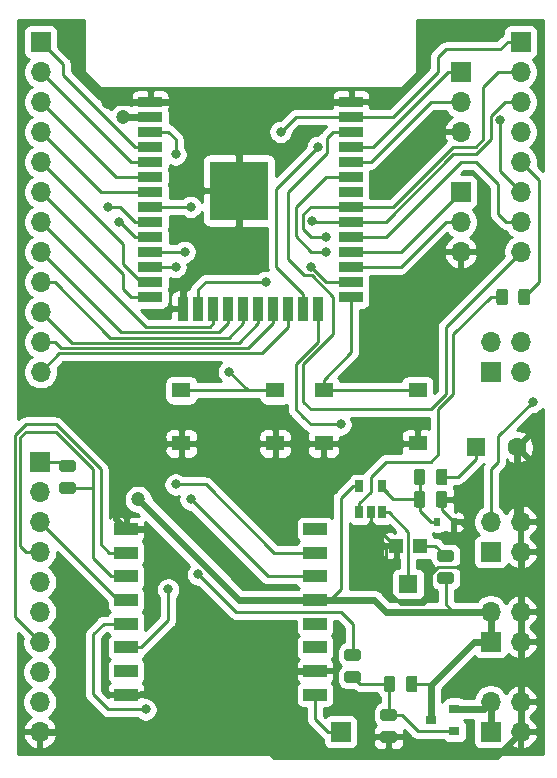
<source format=gbr>
G04 #@! TF.GenerationSoftware,KiCad,Pcbnew,5.1.5*
G04 #@! TF.CreationDate,2020-02-16T17:08:25+01:00*
G04 #@! TF.ProjectId,feuchtraumabzweigdose,66657563-6874-4726-9175-6d61627a7765,rev?*
G04 #@! TF.SameCoordinates,Original*
G04 #@! TF.FileFunction,Copper,L1,Top*
G04 #@! TF.FilePolarity,Positive*
%FSLAX46Y46*%
G04 Gerber Fmt 4.6, Leading zero omitted, Abs format (unit mm)*
G04 Created by KiCad (PCBNEW 5.1.5) date 2020-02-16 17:08:25*
%MOMM*%
%LPD*%
G04 APERTURE LIST*
%ADD10O,1.700000X1.700000*%
%ADD11R,1.700000X1.700000*%
%ADD12C,0.100000*%
%ADD13C,1.600000*%
%ADD14R,1.600000X1.600000*%
%ADD15R,1.600000X1.500000*%
%ADD16R,1.200000X1.200000*%
%ADD17R,0.650000X1.060000*%
%ADD18R,0.600000X0.700000*%
%ADD19R,0.900000X0.800000*%
%ADD20R,2.000000X1.000000*%
%ADD21R,2.000000X0.900000*%
%ADD22R,0.900000X2.000000*%
%ADD23R,5.000000X5.000000*%
%ADD24R,1.550000X1.300000*%
%ADD25C,1.200000*%
%ADD26C,0.800000*%
%ADD27C,0.250000*%
%ADD28C,0.600000*%
%ADD29C,0.254000*%
G04 APERTURE END LIST*
D10*
X172720000Y-71120000D03*
X172720000Y-68580000D03*
X172720000Y-66040000D03*
X172720000Y-63500000D03*
X172720000Y-60960000D03*
X172720000Y-58420000D03*
X172720000Y-55880000D03*
D11*
X172720000Y-53340000D03*
D10*
X132080000Y-81280000D03*
X132080000Y-78740000D03*
X132080000Y-76200000D03*
X132080000Y-73660000D03*
X132080000Y-71120000D03*
X132080000Y-68580000D03*
X132080000Y-66040000D03*
X132080000Y-63500000D03*
X132080000Y-60960000D03*
X132080000Y-58420000D03*
X132080000Y-55880000D03*
D11*
X132080000Y-53340000D03*
G04 #@! TA.AperFunction,SMDPad,CuDef*
D12*
G36*
X163765142Y-106997174D02*
G01*
X163788803Y-107000684D01*
X163812007Y-107006496D01*
X163834529Y-107014554D01*
X163856153Y-107024782D01*
X163876670Y-107037079D01*
X163895883Y-107051329D01*
X163913607Y-107067393D01*
X163929671Y-107085117D01*
X163943921Y-107104330D01*
X163956218Y-107124847D01*
X163966446Y-107146471D01*
X163974504Y-107168993D01*
X163980316Y-107192197D01*
X163983826Y-107215858D01*
X163985000Y-107239750D01*
X163985000Y-108152250D01*
X163983826Y-108176142D01*
X163980316Y-108199803D01*
X163974504Y-108223007D01*
X163966446Y-108245529D01*
X163956218Y-108267153D01*
X163943921Y-108287670D01*
X163929671Y-108306883D01*
X163913607Y-108324607D01*
X163895883Y-108340671D01*
X163876670Y-108354921D01*
X163856153Y-108367218D01*
X163834529Y-108377446D01*
X163812007Y-108385504D01*
X163788803Y-108391316D01*
X163765142Y-108394826D01*
X163741250Y-108396000D01*
X163253750Y-108396000D01*
X163229858Y-108394826D01*
X163206197Y-108391316D01*
X163182993Y-108385504D01*
X163160471Y-108377446D01*
X163138847Y-108367218D01*
X163118330Y-108354921D01*
X163099117Y-108340671D01*
X163081393Y-108324607D01*
X163065329Y-108306883D01*
X163051079Y-108287670D01*
X163038782Y-108267153D01*
X163028554Y-108245529D01*
X163020496Y-108223007D01*
X163014684Y-108199803D01*
X163011174Y-108176142D01*
X163010000Y-108152250D01*
X163010000Y-107239750D01*
X163011174Y-107215858D01*
X163014684Y-107192197D01*
X163020496Y-107168993D01*
X163028554Y-107146471D01*
X163038782Y-107124847D01*
X163051079Y-107104330D01*
X163065329Y-107085117D01*
X163081393Y-107067393D01*
X163099117Y-107051329D01*
X163118330Y-107037079D01*
X163138847Y-107024782D01*
X163160471Y-107014554D01*
X163182993Y-107006496D01*
X163206197Y-107000684D01*
X163229858Y-106997174D01*
X163253750Y-106996000D01*
X163741250Y-106996000D01*
X163765142Y-106997174D01*
G37*
G04 #@! TD.AperFunction*
G04 #@! TA.AperFunction,SMDPad,CuDef*
G36*
X161890142Y-106997174D02*
G01*
X161913803Y-107000684D01*
X161937007Y-107006496D01*
X161959529Y-107014554D01*
X161981153Y-107024782D01*
X162001670Y-107037079D01*
X162020883Y-107051329D01*
X162038607Y-107067393D01*
X162054671Y-107085117D01*
X162068921Y-107104330D01*
X162081218Y-107124847D01*
X162091446Y-107146471D01*
X162099504Y-107168993D01*
X162105316Y-107192197D01*
X162108826Y-107215858D01*
X162110000Y-107239750D01*
X162110000Y-108152250D01*
X162108826Y-108176142D01*
X162105316Y-108199803D01*
X162099504Y-108223007D01*
X162091446Y-108245529D01*
X162081218Y-108267153D01*
X162068921Y-108287670D01*
X162054671Y-108306883D01*
X162038607Y-108324607D01*
X162020883Y-108340671D01*
X162001670Y-108354921D01*
X161981153Y-108367218D01*
X161959529Y-108377446D01*
X161937007Y-108385504D01*
X161913803Y-108391316D01*
X161890142Y-108394826D01*
X161866250Y-108396000D01*
X161378750Y-108396000D01*
X161354858Y-108394826D01*
X161331197Y-108391316D01*
X161307993Y-108385504D01*
X161285471Y-108377446D01*
X161263847Y-108367218D01*
X161243330Y-108354921D01*
X161224117Y-108340671D01*
X161206393Y-108324607D01*
X161190329Y-108306883D01*
X161176079Y-108287670D01*
X161163782Y-108267153D01*
X161153554Y-108245529D01*
X161145496Y-108223007D01*
X161139684Y-108199803D01*
X161136174Y-108176142D01*
X161135000Y-108152250D01*
X161135000Y-107239750D01*
X161136174Y-107215858D01*
X161139684Y-107192197D01*
X161145496Y-107168993D01*
X161153554Y-107146471D01*
X161163782Y-107124847D01*
X161176079Y-107104330D01*
X161190329Y-107085117D01*
X161206393Y-107067393D01*
X161224117Y-107051329D01*
X161243330Y-107037079D01*
X161263847Y-107024782D01*
X161285471Y-107014554D01*
X161307993Y-107006496D01*
X161331197Y-107000684D01*
X161354858Y-106997174D01*
X161378750Y-106996000D01*
X161866250Y-106996000D01*
X161890142Y-106997174D01*
G37*
G04 #@! TD.AperFunction*
D10*
X167640000Y-71120000D03*
X167640000Y-68580000D03*
D11*
X167640000Y-66040000D03*
G04 #@! TA.AperFunction,SMDPad,CuDef*
D12*
G36*
X171415142Y-74231174D02*
G01*
X171438803Y-74234684D01*
X171462007Y-74240496D01*
X171484529Y-74248554D01*
X171506153Y-74258782D01*
X171526670Y-74271079D01*
X171545883Y-74285329D01*
X171563607Y-74301393D01*
X171579671Y-74319117D01*
X171593921Y-74338330D01*
X171606218Y-74358847D01*
X171616446Y-74380471D01*
X171624504Y-74402993D01*
X171630316Y-74426197D01*
X171633826Y-74449858D01*
X171635000Y-74473750D01*
X171635000Y-75386250D01*
X171633826Y-75410142D01*
X171630316Y-75433803D01*
X171624504Y-75457007D01*
X171616446Y-75479529D01*
X171606218Y-75501153D01*
X171593921Y-75521670D01*
X171579671Y-75540883D01*
X171563607Y-75558607D01*
X171545883Y-75574671D01*
X171526670Y-75588921D01*
X171506153Y-75601218D01*
X171484529Y-75611446D01*
X171462007Y-75619504D01*
X171438803Y-75625316D01*
X171415142Y-75628826D01*
X171391250Y-75630000D01*
X170903750Y-75630000D01*
X170879858Y-75628826D01*
X170856197Y-75625316D01*
X170832993Y-75619504D01*
X170810471Y-75611446D01*
X170788847Y-75601218D01*
X170768330Y-75588921D01*
X170749117Y-75574671D01*
X170731393Y-75558607D01*
X170715329Y-75540883D01*
X170701079Y-75521670D01*
X170688782Y-75501153D01*
X170678554Y-75479529D01*
X170670496Y-75457007D01*
X170664684Y-75433803D01*
X170661174Y-75410142D01*
X170660000Y-75386250D01*
X170660000Y-74473750D01*
X170661174Y-74449858D01*
X170664684Y-74426197D01*
X170670496Y-74402993D01*
X170678554Y-74380471D01*
X170688782Y-74358847D01*
X170701079Y-74338330D01*
X170715329Y-74319117D01*
X170731393Y-74301393D01*
X170749117Y-74285329D01*
X170768330Y-74271079D01*
X170788847Y-74258782D01*
X170810471Y-74248554D01*
X170832993Y-74240496D01*
X170856197Y-74234684D01*
X170879858Y-74231174D01*
X170903750Y-74230000D01*
X171391250Y-74230000D01*
X171415142Y-74231174D01*
G37*
G04 #@! TD.AperFunction*
G04 #@! TA.AperFunction,SMDPad,CuDef*
G36*
X173290142Y-74231174D02*
G01*
X173313803Y-74234684D01*
X173337007Y-74240496D01*
X173359529Y-74248554D01*
X173381153Y-74258782D01*
X173401670Y-74271079D01*
X173420883Y-74285329D01*
X173438607Y-74301393D01*
X173454671Y-74319117D01*
X173468921Y-74338330D01*
X173481218Y-74358847D01*
X173491446Y-74380471D01*
X173499504Y-74402993D01*
X173505316Y-74426197D01*
X173508826Y-74449858D01*
X173510000Y-74473750D01*
X173510000Y-75386250D01*
X173508826Y-75410142D01*
X173505316Y-75433803D01*
X173499504Y-75457007D01*
X173491446Y-75479529D01*
X173481218Y-75501153D01*
X173468921Y-75521670D01*
X173454671Y-75540883D01*
X173438607Y-75558607D01*
X173420883Y-75574671D01*
X173401670Y-75588921D01*
X173381153Y-75601218D01*
X173359529Y-75611446D01*
X173337007Y-75619504D01*
X173313803Y-75625316D01*
X173290142Y-75628826D01*
X173266250Y-75630000D01*
X172778750Y-75630000D01*
X172754858Y-75628826D01*
X172731197Y-75625316D01*
X172707993Y-75619504D01*
X172685471Y-75611446D01*
X172663847Y-75601218D01*
X172643330Y-75588921D01*
X172624117Y-75574671D01*
X172606393Y-75558607D01*
X172590329Y-75540883D01*
X172576079Y-75521670D01*
X172563782Y-75501153D01*
X172553554Y-75479529D01*
X172545496Y-75457007D01*
X172539684Y-75433803D01*
X172536174Y-75410142D01*
X172535000Y-75386250D01*
X172535000Y-74473750D01*
X172536174Y-74449858D01*
X172539684Y-74426197D01*
X172545496Y-74402993D01*
X172553554Y-74380471D01*
X172563782Y-74358847D01*
X172576079Y-74338330D01*
X172590329Y-74319117D01*
X172606393Y-74301393D01*
X172624117Y-74285329D01*
X172643330Y-74271079D01*
X172663847Y-74258782D01*
X172685471Y-74248554D01*
X172707993Y-74240496D01*
X172731197Y-74234684D01*
X172754858Y-74231174D01*
X172778750Y-74230000D01*
X173266250Y-74230000D01*
X173290142Y-74231174D01*
G37*
G04 #@! TD.AperFunction*
D13*
X172410000Y-87630000D03*
D14*
X168910000Y-87630000D03*
D15*
X163195000Y-99240000D03*
D16*
X162195000Y-95990000D03*
X164195000Y-95990000D03*
G04 #@! TA.AperFunction,SMDPad,CuDef*
D12*
G36*
X166850142Y-96366174D02*
G01*
X166873803Y-96369684D01*
X166897007Y-96375496D01*
X166919529Y-96383554D01*
X166941153Y-96393782D01*
X166961670Y-96406079D01*
X166980883Y-96420329D01*
X166998607Y-96436393D01*
X167014671Y-96454117D01*
X167028921Y-96473330D01*
X167041218Y-96493847D01*
X167051446Y-96515471D01*
X167059504Y-96537993D01*
X167065316Y-96561197D01*
X167068826Y-96584858D01*
X167070000Y-96608750D01*
X167070000Y-97096250D01*
X167068826Y-97120142D01*
X167065316Y-97143803D01*
X167059504Y-97167007D01*
X167051446Y-97189529D01*
X167041218Y-97211153D01*
X167028921Y-97231670D01*
X167014671Y-97250883D01*
X166998607Y-97268607D01*
X166980883Y-97284671D01*
X166961670Y-97298921D01*
X166941153Y-97311218D01*
X166919529Y-97321446D01*
X166897007Y-97329504D01*
X166873803Y-97335316D01*
X166850142Y-97338826D01*
X166826250Y-97340000D01*
X165913750Y-97340000D01*
X165889858Y-97338826D01*
X165866197Y-97335316D01*
X165842993Y-97329504D01*
X165820471Y-97321446D01*
X165798847Y-97311218D01*
X165778330Y-97298921D01*
X165759117Y-97284671D01*
X165741393Y-97268607D01*
X165725329Y-97250883D01*
X165711079Y-97231670D01*
X165698782Y-97211153D01*
X165688554Y-97189529D01*
X165680496Y-97167007D01*
X165674684Y-97143803D01*
X165671174Y-97120142D01*
X165670000Y-97096250D01*
X165670000Y-96608750D01*
X165671174Y-96584858D01*
X165674684Y-96561197D01*
X165680496Y-96537993D01*
X165688554Y-96515471D01*
X165698782Y-96493847D01*
X165711079Y-96473330D01*
X165725329Y-96454117D01*
X165741393Y-96436393D01*
X165759117Y-96420329D01*
X165778330Y-96406079D01*
X165798847Y-96393782D01*
X165820471Y-96383554D01*
X165842993Y-96375496D01*
X165866197Y-96369684D01*
X165889858Y-96366174D01*
X165913750Y-96365000D01*
X166826250Y-96365000D01*
X166850142Y-96366174D01*
G37*
G04 #@! TD.AperFunction*
G04 #@! TA.AperFunction,SMDPad,CuDef*
G36*
X166850142Y-98241174D02*
G01*
X166873803Y-98244684D01*
X166897007Y-98250496D01*
X166919529Y-98258554D01*
X166941153Y-98268782D01*
X166961670Y-98281079D01*
X166980883Y-98295329D01*
X166998607Y-98311393D01*
X167014671Y-98329117D01*
X167028921Y-98348330D01*
X167041218Y-98368847D01*
X167051446Y-98390471D01*
X167059504Y-98412993D01*
X167065316Y-98436197D01*
X167068826Y-98459858D01*
X167070000Y-98483750D01*
X167070000Y-98971250D01*
X167068826Y-98995142D01*
X167065316Y-99018803D01*
X167059504Y-99042007D01*
X167051446Y-99064529D01*
X167041218Y-99086153D01*
X167028921Y-99106670D01*
X167014671Y-99125883D01*
X166998607Y-99143607D01*
X166980883Y-99159671D01*
X166961670Y-99173921D01*
X166941153Y-99186218D01*
X166919529Y-99196446D01*
X166897007Y-99204504D01*
X166873803Y-99210316D01*
X166850142Y-99213826D01*
X166826250Y-99215000D01*
X165913750Y-99215000D01*
X165889858Y-99213826D01*
X165866197Y-99210316D01*
X165842993Y-99204504D01*
X165820471Y-99196446D01*
X165798847Y-99186218D01*
X165778330Y-99173921D01*
X165759117Y-99159671D01*
X165741393Y-99143607D01*
X165725329Y-99125883D01*
X165711079Y-99106670D01*
X165698782Y-99086153D01*
X165688554Y-99064529D01*
X165680496Y-99042007D01*
X165674684Y-99018803D01*
X165671174Y-98995142D01*
X165670000Y-98971250D01*
X165670000Y-98483750D01*
X165671174Y-98459858D01*
X165674684Y-98436197D01*
X165680496Y-98412993D01*
X165688554Y-98390471D01*
X165698782Y-98368847D01*
X165711079Y-98348330D01*
X165725329Y-98329117D01*
X165741393Y-98311393D01*
X165759117Y-98295329D01*
X165778330Y-98281079D01*
X165798847Y-98268782D01*
X165820471Y-98258554D01*
X165842993Y-98250496D01*
X165866197Y-98244684D01*
X165889858Y-98241174D01*
X165913750Y-98240000D01*
X166826250Y-98240000D01*
X166850142Y-98241174D01*
G37*
G04 #@! TD.AperFunction*
G04 #@! TA.AperFunction,SMDPad,CuDef*
G36*
X164430142Y-89471174D02*
G01*
X164453803Y-89474684D01*
X164477007Y-89480496D01*
X164499529Y-89488554D01*
X164521153Y-89498782D01*
X164541670Y-89511079D01*
X164560883Y-89525329D01*
X164578607Y-89541393D01*
X164594671Y-89559117D01*
X164608921Y-89578330D01*
X164621218Y-89598847D01*
X164631446Y-89620471D01*
X164639504Y-89642993D01*
X164645316Y-89666197D01*
X164648826Y-89689858D01*
X164650000Y-89713750D01*
X164650000Y-90626250D01*
X164648826Y-90650142D01*
X164645316Y-90673803D01*
X164639504Y-90697007D01*
X164631446Y-90719529D01*
X164621218Y-90741153D01*
X164608921Y-90761670D01*
X164594671Y-90780883D01*
X164578607Y-90798607D01*
X164560883Y-90814671D01*
X164541670Y-90828921D01*
X164521153Y-90841218D01*
X164499529Y-90851446D01*
X164477007Y-90859504D01*
X164453803Y-90865316D01*
X164430142Y-90868826D01*
X164406250Y-90870000D01*
X163918750Y-90870000D01*
X163894858Y-90868826D01*
X163871197Y-90865316D01*
X163847993Y-90859504D01*
X163825471Y-90851446D01*
X163803847Y-90841218D01*
X163783330Y-90828921D01*
X163764117Y-90814671D01*
X163746393Y-90798607D01*
X163730329Y-90780883D01*
X163716079Y-90761670D01*
X163703782Y-90741153D01*
X163693554Y-90719529D01*
X163685496Y-90697007D01*
X163679684Y-90673803D01*
X163676174Y-90650142D01*
X163675000Y-90626250D01*
X163675000Y-89713750D01*
X163676174Y-89689858D01*
X163679684Y-89666197D01*
X163685496Y-89642993D01*
X163693554Y-89620471D01*
X163703782Y-89598847D01*
X163716079Y-89578330D01*
X163730329Y-89559117D01*
X163746393Y-89541393D01*
X163764117Y-89525329D01*
X163783330Y-89511079D01*
X163803847Y-89498782D01*
X163825471Y-89488554D01*
X163847993Y-89480496D01*
X163871197Y-89474684D01*
X163894858Y-89471174D01*
X163918750Y-89470000D01*
X164406250Y-89470000D01*
X164430142Y-89471174D01*
G37*
G04 #@! TD.AperFunction*
G04 #@! TA.AperFunction,SMDPad,CuDef*
G36*
X166305142Y-89471174D02*
G01*
X166328803Y-89474684D01*
X166352007Y-89480496D01*
X166374529Y-89488554D01*
X166396153Y-89498782D01*
X166416670Y-89511079D01*
X166435883Y-89525329D01*
X166453607Y-89541393D01*
X166469671Y-89559117D01*
X166483921Y-89578330D01*
X166496218Y-89598847D01*
X166506446Y-89620471D01*
X166514504Y-89642993D01*
X166520316Y-89666197D01*
X166523826Y-89689858D01*
X166525000Y-89713750D01*
X166525000Y-90626250D01*
X166523826Y-90650142D01*
X166520316Y-90673803D01*
X166514504Y-90697007D01*
X166506446Y-90719529D01*
X166496218Y-90741153D01*
X166483921Y-90761670D01*
X166469671Y-90780883D01*
X166453607Y-90798607D01*
X166435883Y-90814671D01*
X166416670Y-90828921D01*
X166396153Y-90841218D01*
X166374529Y-90851446D01*
X166352007Y-90859504D01*
X166328803Y-90865316D01*
X166305142Y-90868826D01*
X166281250Y-90870000D01*
X165793750Y-90870000D01*
X165769858Y-90868826D01*
X165746197Y-90865316D01*
X165722993Y-90859504D01*
X165700471Y-90851446D01*
X165678847Y-90841218D01*
X165658330Y-90828921D01*
X165639117Y-90814671D01*
X165621393Y-90798607D01*
X165605329Y-90780883D01*
X165591079Y-90761670D01*
X165578782Y-90741153D01*
X165568554Y-90719529D01*
X165560496Y-90697007D01*
X165554684Y-90673803D01*
X165551174Y-90650142D01*
X165550000Y-90626250D01*
X165550000Y-89713750D01*
X165551174Y-89689858D01*
X165554684Y-89666197D01*
X165560496Y-89642993D01*
X165568554Y-89620471D01*
X165578782Y-89598847D01*
X165591079Y-89578330D01*
X165605329Y-89559117D01*
X165621393Y-89541393D01*
X165639117Y-89525329D01*
X165658330Y-89511079D01*
X165678847Y-89498782D01*
X165700471Y-89488554D01*
X165722993Y-89480496D01*
X165746197Y-89474684D01*
X165769858Y-89471174D01*
X165793750Y-89470000D01*
X166281250Y-89470000D01*
X166305142Y-89471174D01*
G37*
G04 #@! TD.AperFunction*
G04 #@! TA.AperFunction,SMDPad,CuDef*
G36*
X166305142Y-91376174D02*
G01*
X166328803Y-91379684D01*
X166352007Y-91385496D01*
X166374529Y-91393554D01*
X166396153Y-91403782D01*
X166416670Y-91416079D01*
X166435883Y-91430329D01*
X166453607Y-91446393D01*
X166469671Y-91464117D01*
X166483921Y-91483330D01*
X166496218Y-91503847D01*
X166506446Y-91525471D01*
X166514504Y-91547993D01*
X166520316Y-91571197D01*
X166523826Y-91594858D01*
X166525000Y-91618750D01*
X166525000Y-92531250D01*
X166523826Y-92555142D01*
X166520316Y-92578803D01*
X166514504Y-92602007D01*
X166506446Y-92624529D01*
X166496218Y-92646153D01*
X166483921Y-92666670D01*
X166469671Y-92685883D01*
X166453607Y-92703607D01*
X166435883Y-92719671D01*
X166416670Y-92733921D01*
X166396153Y-92746218D01*
X166374529Y-92756446D01*
X166352007Y-92764504D01*
X166328803Y-92770316D01*
X166305142Y-92773826D01*
X166281250Y-92775000D01*
X165793750Y-92775000D01*
X165769858Y-92773826D01*
X165746197Y-92770316D01*
X165722993Y-92764504D01*
X165700471Y-92756446D01*
X165678847Y-92746218D01*
X165658330Y-92733921D01*
X165639117Y-92719671D01*
X165621393Y-92703607D01*
X165605329Y-92685883D01*
X165591079Y-92666670D01*
X165578782Y-92646153D01*
X165568554Y-92624529D01*
X165560496Y-92602007D01*
X165554684Y-92578803D01*
X165551174Y-92555142D01*
X165550000Y-92531250D01*
X165550000Y-91618750D01*
X165551174Y-91594858D01*
X165554684Y-91571197D01*
X165560496Y-91547993D01*
X165568554Y-91525471D01*
X165578782Y-91503847D01*
X165591079Y-91483330D01*
X165605329Y-91464117D01*
X165621393Y-91446393D01*
X165639117Y-91430329D01*
X165658330Y-91416079D01*
X165678847Y-91403782D01*
X165700471Y-91393554D01*
X165722993Y-91385496D01*
X165746197Y-91379684D01*
X165769858Y-91376174D01*
X165793750Y-91375000D01*
X166281250Y-91375000D01*
X166305142Y-91376174D01*
G37*
G04 #@! TD.AperFunction*
G04 #@! TA.AperFunction,SMDPad,CuDef*
G36*
X164430142Y-91376174D02*
G01*
X164453803Y-91379684D01*
X164477007Y-91385496D01*
X164499529Y-91393554D01*
X164521153Y-91403782D01*
X164541670Y-91416079D01*
X164560883Y-91430329D01*
X164578607Y-91446393D01*
X164594671Y-91464117D01*
X164608921Y-91483330D01*
X164621218Y-91503847D01*
X164631446Y-91525471D01*
X164639504Y-91547993D01*
X164645316Y-91571197D01*
X164648826Y-91594858D01*
X164650000Y-91618750D01*
X164650000Y-92531250D01*
X164648826Y-92555142D01*
X164645316Y-92578803D01*
X164639504Y-92602007D01*
X164631446Y-92624529D01*
X164621218Y-92646153D01*
X164608921Y-92666670D01*
X164594671Y-92685883D01*
X164578607Y-92703607D01*
X164560883Y-92719671D01*
X164541670Y-92733921D01*
X164521153Y-92746218D01*
X164499529Y-92756446D01*
X164477007Y-92764504D01*
X164453803Y-92770316D01*
X164430142Y-92773826D01*
X164406250Y-92775000D01*
X163918750Y-92775000D01*
X163894858Y-92773826D01*
X163871197Y-92770316D01*
X163847993Y-92764504D01*
X163825471Y-92756446D01*
X163803847Y-92746218D01*
X163783330Y-92733921D01*
X163764117Y-92719671D01*
X163746393Y-92703607D01*
X163730329Y-92685883D01*
X163716079Y-92666670D01*
X163703782Y-92646153D01*
X163693554Y-92624529D01*
X163685496Y-92602007D01*
X163679684Y-92578803D01*
X163676174Y-92555142D01*
X163675000Y-92531250D01*
X163675000Y-91618750D01*
X163676174Y-91594858D01*
X163679684Y-91571197D01*
X163685496Y-91547993D01*
X163693554Y-91525471D01*
X163703782Y-91503847D01*
X163716079Y-91483330D01*
X163730329Y-91464117D01*
X163746393Y-91446393D01*
X163764117Y-91430329D01*
X163783330Y-91416079D01*
X163803847Y-91403782D01*
X163825471Y-91393554D01*
X163847993Y-91385496D01*
X163871197Y-91379684D01*
X163894858Y-91376174D01*
X163918750Y-91375000D01*
X164406250Y-91375000D01*
X164430142Y-91376174D01*
G37*
G04 #@! TD.AperFunction*
D10*
X172720000Y-93980000D03*
X172720000Y-96520000D03*
X170180000Y-93980000D03*
D11*
X170180000Y-96520000D03*
D10*
X172720000Y-78740000D03*
X172720000Y-81280000D03*
X170180000Y-78740000D03*
D11*
X170180000Y-81280000D03*
G04 #@! TA.AperFunction,SMDPad,CuDef*
D12*
G36*
X134846142Y-90621174D02*
G01*
X134869803Y-90624684D01*
X134893007Y-90630496D01*
X134915529Y-90638554D01*
X134937153Y-90648782D01*
X134957670Y-90661079D01*
X134976883Y-90675329D01*
X134994607Y-90691393D01*
X135010671Y-90709117D01*
X135024921Y-90728330D01*
X135037218Y-90748847D01*
X135047446Y-90770471D01*
X135055504Y-90792993D01*
X135061316Y-90816197D01*
X135064826Y-90839858D01*
X135066000Y-90863750D01*
X135066000Y-91351250D01*
X135064826Y-91375142D01*
X135061316Y-91398803D01*
X135055504Y-91422007D01*
X135047446Y-91444529D01*
X135037218Y-91466153D01*
X135024921Y-91486670D01*
X135010671Y-91505883D01*
X134994607Y-91523607D01*
X134976883Y-91539671D01*
X134957670Y-91553921D01*
X134937153Y-91566218D01*
X134915529Y-91576446D01*
X134893007Y-91584504D01*
X134869803Y-91590316D01*
X134846142Y-91593826D01*
X134822250Y-91595000D01*
X133909750Y-91595000D01*
X133885858Y-91593826D01*
X133862197Y-91590316D01*
X133838993Y-91584504D01*
X133816471Y-91576446D01*
X133794847Y-91566218D01*
X133774330Y-91553921D01*
X133755117Y-91539671D01*
X133737393Y-91523607D01*
X133721329Y-91505883D01*
X133707079Y-91486670D01*
X133694782Y-91466153D01*
X133684554Y-91444529D01*
X133676496Y-91422007D01*
X133670684Y-91398803D01*
X133667174Y-91375142D01*
X133666000Y-91351250D01*
X133666000Y-90863750D01*
X133667174Y-90839858D01*
X133670684Y-90816197D01*
X133676496Y-90792993D01*
X133684554Y-90770471D01*
X133694782Y-90748847D01*
X133707079Y-90728330D01*
X133721329Y-90709117D01*
X133737393Y-90691393D01*
X133755117Y-90675329D01*
X133774330Y-90661079D01*
X133794847Y-90648782D01*
X133816471Y-90638554D01*
X133838993Y-90630496D01*
X133862197Y-90624684D01*
X133885858Y-90621174D01*
X133909750Y-90620000D01*
X134822250Y-90620000D01*
X134846142Y-90621174D01*
G37*
G04 #@! TD.AperFunction*
G04 #@! TA.AperFunction,SMDPad,CuDef*
G36*
X134846142Y-88746174D02*
G01*
X134869803Y-88749684D01*
X134893007Y-88755496D01*
X134915529Y-88763554D01*
X134937153Y-88773782D01*
X134957670Y-88786079D01*
X134976883Y-88800329D01*
X134994607Y-88816393D01*
X135010671Y-88834117D01*
X135024921Y-88853330D01*
X135037218Y-88873847D01*
X135047446Y-88895471D01*
X135055504Y-88917993D01*
X135061316Y-88941197D01*
X135064826Y-88964858D01*
X135066000Y-88988750D01*
X135066000Y-89476250D01*
X135064826Y-89500142D01*
X135061316Y-89523803D01*
X135055504Y-89547007D01*
X135047446Y-89569529D01*
X135037218Y-89591153D01*
X135024921Y-89611670D01*
X135010671Y-89630883D01*
X134994607Y-89648607D01*
X134976883Y-89664671D01*
X134957670Y-89678921D01*
X134937153Y-89691218D01*
X134915529Y-89701446D01*
X134893007Y-89709504D01*
X134869803Y-89715316D01*
X134846142Y-89718826D01*
X134822250Y-89720000D01*
X133909750Y-89720000D01*
X133885858Y-89718826D01*
X133862197Y-89715316D01*
X133838993Y-89709504D01*
X133816471Y-89701446D01*
X133794847Y-89691218D01*
X133774330Y-89678921D01*
X133755117Y-89664671D01*
X133737393Y-89648607D01*
X133721329Y-89630883D01*
X133707079Y-89611670D01*
X133694782Y-89591153D01*
X133684554Y-89569529D01*
X133676496Y-89547007D01*
X133670684Y-89523803D01*
X133667174Y-89500142D01*
X133666000Y-89476250D01*
X133666000Y-88988750D01*
X133667174Y-88964858D01*
X133670684Y-88941197D01*
X133676496Y-88917993D01*
X133684554Y-88895471D01*
X133694782Y-88873847D01*
X133707079Y-88853330D01*
X133721329Y-88834117D01*
X133737393Y-88816393D01*
X133755117Y-88800329D01*
X133774330Y-88786079D01*
X133794847Y-88773782D01*
X133816471Y-88763554D01*
X133838993Y-88755496D01*
X133862197Y-88749684D01*
X133885858Y-88746174D01*
X133909750Y-88745000D01*
X134822250Y-88745000D01*
X134846142Y-88746174D01*
G37*
G04 #@! TD.AperFunction*
D17*
X159070000Y-90975000D03*
X160970000Y-90975000D03*
X160970000Y-93175000D03*
X160020000Y-93175000D03*
X159070000Y-93175000D03*
D18*
X167070000Y-93980000D03*
X165670000Y-93980000D03*
G04 #@! TA.AperFunction,SMDPad,CuDef*
D12*
G36*
X162024142Y-109828174D02*
G01*
X162047803Y-109831684D01*
X162071007Y-109837496D01*
X162093529Y-109845554D01*
X162115153Y-109855782D01*
X162135670Y-109868079D01*
X162154883Y-109882329D01*
X162172607Y-109898393D01*
X162188671Y-109916117D01*
X162202921Y-109935330D01*
X162215218Y-109955847D01*
X162225446Y-109977471D01*
X162233504Y-109999993D01*
X162239316Y-110023197D01*
X162242826Y-110046858D01*
X162244000Y-110070750D01*
X162244000Y-110558250D01*
X162242826Y-110582142D01*
X162239316Y-110605803D01*
X162233504Y-110629007D01*
X162225446Y-110651529D01*
X162215218Y-110673153D01*
X162202921Y-110693670D01*
X162188671Y-110712883D01*
X162172607Y-110730607D01*
X162154883Y-110746671D01*
X162135670Y-110760921D01*
X162115153Y-110773218D01*
X162093529Y-110783446D01*
X162071007Y-110791504D01*
X162047803Y-110797316D01*
X162024142Y-110800826D01*
X162000250Y-110802000D01*
X161087750Y-110802000D01*
X161063858Y-110800826D01*
X161040197Y-110797316D01*
X161016993Y-110791504D01*
X160994471Y-110783446D01*
X160972847Y-110773218D01*
X160952330Y-110760921D01*
X160933117Y-110746671D01*
X160915393Y-110730607D01*
X160899329Y-110712883D01*
X160885079Y-110693670D01*
X160872782Y-110673153D01*
X160862554Y-110651529D01*
X160854496Y-110629007D01*
X160848684Y-110605803D01*
X160845174Y-110582142D01*
X160844000Y-110558250D01*
X160844000Y-110070750D01*
X160845174Y-110046858D01*
X160848684Y-110023197D01*
X160854496Y-109999993D01*
X160862554Y-109977471D01*
X160872782Y-109955847D01*
X160885079Y-109935330D01*
X160899329Y-109916117D01*
X160915393Y-109898393D01*
X160933117Y-109882329D01*
X160952330Y-109868079D01*
X160972847Y-109855782D01*
X160994471Y-109845554D01*
X161016993Y-109837496D01*
X161040197Y-109831684D01*
X161063858Y-109828174D01*
X161087750Y-109827000D01*
X162000250Y-109827000D01*
X162024142Y-109828174D01*
G37*
G04 #@! TD.AperFunction*
G04 #@! TA.AperFunction,SMDPad,CuDef*
G36*
X162024142Y-111703174D02*
G01*
X162047803Y-111706684D01*
X162071007Y-111712496D01*
X162093529Y-111720554D01*
X162115153Y-111730782D01*
X162135670Y-111743079D01*
X162154883Y-111757329D01*
X162172607Y-111773393D01*
X162188671Y-111791117D01*
X162202921Y-111810330D01*
X162215218Y-111830847D01*
X162225446Y-111852471D01*
X162233504Y-111874993D01*
X162239316Y-111898197D01*
X162242826Y-111921858D01*
X162244000Y-111945750D01*
X162244000Y-112433250D01*
X162242826Y-112457142D01*
X162239316Y-112480803D01*
X162233504Y-112504007D01*
X162225446Y-112526529D01*
X162215218Y-112548153D01*
X162202921Y-112568670D01*
X162188671Y-112587883D01*
X162172607Y-112605607D01*
X162154883Y-112621671D01*
X162135670Y-112635921D01*
X162115153Y-112648218D01*
X162093529Y-112658446D01*
X162071007Y-112666504D01*
X162047803Y-112672316D01*
X162024142Y-112675826D01*
X162000250Y-112677000D01*
X161087750Y-112677000D01*
X161063858Y-112675826D01*
X161040197Y-112672316D01*
X161016993Y-112666504D01*
X160994471Y-112658446D01*
X160972847Y-112648218D01*
X160952330Y-112635921D01*
X160933117Y-112621671D01*
X160915393Y-112605607D01*
X160899329Y-112587883D01*
X160885079Y-112568670D01*
X160872782Y-112548153D01*
X160862554Y-112526529D01*
X160854496Y-112504007D01*
X160848684Y-112480803D01*
X160845174Y-112457142D01*
X160844000Y-112433250D01*
X160844000Y-111945750D01*
X160845174Y-111921858D01*
X160848684Y-111898197D01*
X160854496Y-111874993D01*
X160862554Y-111852471D01*
X160872782Y-111830847D01*
X160885079Y-111810330D01*
X160899329Y-111791117D01*
X160915393Y-111773393D01*
X160933117Y-111757329D01*
X160952330Y-111743079D01*
X160972847Y-111730782D01*
X160994471Y-111720554D01*
X161016993Y-111712496D01*
X161040197Y-111706684D01*
X161063858Y-111703174D01*
X161087750Y-111702000D01*
X162000250Y-111702000D01*
X162024142Y-111703174D01*
G37*
G04 #@! TD.AperFunction*
D10*
X172720000Y-101600000D03*
X172720000Y-104140000D03*
X170180000Y-101600000D03*
D11*
X170180000Y-104140000D03*
D19*
X165116000Y-110744000D03*
X167116000Y-109794000D03*
X167116000Y-111694000D03*
D10*
X132000000Y-111760000D03*
X132000000Y-109220000D03*
X132000000Y-106680000D03*
X132000000Y-104140000D03*
X132000000Y-101600000D03*
X132000000Y-99060000D03*
X132000000Y-96520000D03*
X132000000Y-93980000D03*
X132000000Y-91440000D03*
D11*
X132000000Y-88900000D03*
D20*
X155320000Y-94600000D03*
X155320000Y-96600000D03*
X155320000Y-98600000D03*
X155320000Y-100600000D03*
X155320000Y-102600000D03*
X155320000Y-104600000D03*
X155320000Y-106600000D03*
X155320000Y-108600000D03*
X139320000Y-108600000D03*
X139320000Y-106600000D03*
X139320000Y-104600000D03*
X139320000Y-102600000D03*
X139320000Y-100600000D03*
X139320000Y-98600000D03*
X139320000Y-96600000D03*
X139320000Y-94600000D03*
D21*
X158360000Y-58420000D03*
X158360000Y-59690000D03*
X158360000Y-60960000D03*
X158360000Y-62230000D03*
X158360000Y-63500000D03*
X158360000Y-64770000D03*
X158360000Y-66040000D03*
X158360000Y-67310000D03*
X158360000Y-68580000D03*
X158360000Y-69850000D03*
X158360000Y-71120000D03*
X158360000Y-72390000D03*
X158360000Y-73660000D03*
X158360000Y-74930000D03*
D22*
X155575000Y-75930000D03*
X154305000Y-75930000D03*
X153035000Y-75930000D03*
X151765000Y-75930000D03*
X150495000Y-75930000D03*
X149225000Y-75930000D03*
X147955000Y-75930000D03*
X146685000Y-75930000D03*
X145415000Y-75930000D03*
X144145000Y-75930000D03*
D21*
X141360000Y-74930000D03*
X141360000Y-73660000D03*
X141360000Y-72390000D03*
X141360000Y-71120000D03*
X141360000Y-69850000D03*
X141360000Y-68580000D03*
X141360000Y-67310000D03*
X141360000Y-66040000D03*
X141360000Y-64770000D03*
X141360000Y-63500000D03*
X141360000Y-62230000D03*
X141360000Y-60960000D03*
X141360000Y-59690000D03*
X141360000Y-58420000D03*
D23*
X148860000Y-65920000D03*
D24*
X143980000Y-82840000D03*
X143980000Y-87340000D03*
X151930000Y-87340000D03*
X151930000Y-82840000D03*
G04 #@! TA.AperFunction,SMDPad,CuDef*
D12*
G36*
X158976142Y-104748174D02*
G01*
X158999803Y-104751684D01*
X159023007Y-104757496D01*
X159045529Y-104765554D01*
X159067153Y-104775782D01*
X159087670Y-104788079D01*
X159106883Y-104802329D01*
X159124607Y-104818393D01*
X159140671Y-104836117D01*
X159154921Y-104855330D01*
X159167218Y-104875847D01*
X159177446Y-104897471D01*
X159185504Y-104919993D01*
X159191316Y-104943197D01*
X159194826Y-104966858D01*
X159196000Y-104990750D01*
X159196000Y-105478250D01*
X159194826Y-105502142D01*
X159191316Y-105525803D01*
X159185504Y-105549007D01*
X159177446Y-105571529D01*
X159167218Y-105593153D01*
X159154921Y-105613670D01*
X159140671Y-105632883D01*
X159124607Y-105650607D01*
X159106883Y-105666671D01*
X159087670Y-105680921D01*
X159067153Y-105693218D01*
X159045529Y-105703446D01*
X159023007Y-105711504D01*
X158999803Y-105717316D01*
X158976142Y-105720826D01*
X158952250Y-105722000D01*
X158039750Y-105722000D01*
X158015858Y-105720826D01*
X157992197Y-105717316D01*
X157968993Y-105711504D01*
X157946471Y-105703446D01*
X157924847Y-105693218D01*
X157904330Y-105680921D01*
X157885117Y-105666671D01*
X157867393Y-105650607D01*
X157851329Y-105632883D01*
X157837079Y-105613670D01*
X157824782Y-105593153D01*
X157814554Y-105571529D01*
X157806496Y-105549007D01*
X157800684Y-105525803D01*
X157797174Y-105502142D01*
X157796000Y-105478250D01*
X157796000Y-104990750D01*
X157797174Y-104966858D01*
X157800684Y-104943197D01*
X157806496Y-104919993D01*
X157814554Y-104897471D01*
X157824782Y-104875847D01*
X157837079Y-104855330D01*
X157851329Y-104836117D01*
X157867393Y-104818393D01*
X157885117Y-104802329D01*
X157904330Y-104788079D01*
X157924847Y-104775782D01*
X157946471Y-104765554D01*
X157968993Y-104757496D01*
X157992197Y-104751684D01*
X158015858Y-104748174D01*
X158039750Y-104747000D01*
X158952250Y-104747000D01*
X158976142Y-104748174D01*
G37*
G04 #@! TD.AperFunction*
G04 #@! TA.AperFunction,SMDPad,CuDef*
G36*
X158976142Y-106623174D02*
G01*
X158999803Y-106626684D01*
X159023007Y-106632496D01*
X159045529Y-106640554D01*
X159067153Y-106650782D01*
X159087670Y-106663079D01*
X159106883Y-106677329D01*
X159124607Y-106693393D01*
X159140671Y-106711117D01*
X159154921Y-106730330D01*
X159167218Y-106750847D01*
X159177446Y-106772471D01*
X159185504Y-106794993D01*
X159191316Y-106818197D01*
X159194826Y-106841858D01*
X159196000Y-106865750D01*
X159196000Y-107353250D01*
X159194826Y-107377142D01*
X159191316Y-107400803D01*
X159185504Y-107424007D01*
X159177446Y-107446529D01*
X159167218Y-107468153D01*
X159154921Y-107488670D01*
X159140671Y-107507883D01*
X159124607Y-107525607D01*
X159106883Y-107541671D01*
X159087670Y-107555921D01*
X159067153Y-107568218D01*
X159045529Y-107578446D01*
X159023007Y-107586504D01*
X158999803Y-107592316D01*
X158976142Y-107595826D01*
X158952250Y-107597000D01*
X158039750Y-107597000D01*
X158015858Y-107595826D01*
X157992197Y-107592316D01*
X157968993Y-107586504D01*
X157946471Y-107578446D01*
X157924847Y-107568218D01*
X157904330Y-107555921D01*
X157885117Y-107541671D01*
X157867393Y-107525607D01*
X157851329Y-107507883D01*
X157837079Y-107488670D01*
X157824782Y-107468153D01*
X157814554Y-107446529D01*
X157806496Y-107424007D01*
X157800684Y-107400803D01*
X157797174Y-107377142D01*
X157796000Y-107353250D01*
X157796000Y-106865750D01*
X157797174Y-106841858D01*
X157800684Y-106818197D01*
X157806496Y-106794993D01*
X157814554Y-106772471D01*
X157824782Y-106750847D01*
X157837079Y-106730330D01*
X157851329Y-106711117D01*
X157867393Y-106693393D01*
X157885117Y-106677329D01*
X157904330Y-106663079D01*
X157924847Y-106650782D01*
X157946471Y-106640554D01*
X157968993Y-106632496D01*
X157992197Y-106626684D01*
X158015858Y-106623174D01*
X158039750Y-106622000D01*
X158952250Y-106622000D01*
X158976142Y-106623174D01*
G37*
G04 #@! TD.AperFunction*
D10*
X167640000Y-60960000D03*
X167640000Y-58420000D03*
D11*
X167640000Y-55880000D03*
D10*
X172720000Y-109220000D03*
X172720000Y-111760000D03*
X170180000Y-109220000D03*
D11*
X170180000Y-111760000D03*
D24*
X163995000Y-87340000D03*
X163995000Y-82840000D03*
X156045000Y-82840000D03*
X156045000Y-87340000D03*
D11*
X157480000Y-111760000D03*
D25*
X139065000Y-59690000D03*
X140335000Y-92075000D03*
X138430000Y-92075000D03*
X137795000Y-58420000D03*
D26*
X143510000Y-62865000D03*
X148045000Y-81280000D03*
X140970000Y-109855000D03*
X156210000Y-71120000D03*
X143510000Y-90805000D03*
X143510000Y-72390000D03*
X144780000Y-92075000D03*
X144272000Y-71119994D03*
X137795000Y-67310000D03*
X142875000Y-99695000D03*
X155030010Y-68483494D03*
X156210000Y-69850000D03*
X152400000Y-60960000D03*
X151130000Y-73660000D03*
X144780000Y-67310000D03*
X170942000Y-59943996D03*
X173736000Y-83820000D03*
X157480000Y-85725000D03*
X155575000Y-62230000D03*
X138684000Y-68580000D03*
X145413603Y-98426397D03*
X154940004Y-72390000D03*
D27*
X155320000Y-110700000D02*
X156380000Y-111760000D01*
X156380000Y-111760000D02*
X157480000Y-111760000D01*
X155320000Y-108600000D02*
X155320000Y-110700000D01*
X158360000Y-75630000D02*
X158360000Y-74930000D01*
X158360000Y-79625000D02*
X158360000Y-75630000D01*
X156045000Y-81940000D02*
X158360000Y-79625000D01*
X156045000Y-82840000D02*
X156045000Y-81940000D01*
X156045000Y-82840000D02*
X163995000Y-82840000D01*
D28*
X160290000Y-100600000D02*
X155320000Y-100600000D01*
X161290000Y-101600000D02*
X160290000Y-100600000D01*
X141360000Y-59690000D02*
X139065000Y-59690000D01*
X148860000Y-100600000D02*
X155320000Y-100600000D01*
X140335000Y-92075000D02*
X148860000Y-100600000D01*
D27*
X158495000Y-90975000D02*
X157480000Y-91990000D01*
X159070000Y-90975000D02*
X158495000Y-90975000D01*
X157480000Y-91990000D02*
X157480000Y-99690000D01*
X156570000Y-100600000D02*
X155320000Y-100600000D01*
X157480000Y-99690000D02*
X156570000Y-100600000D01*
X166370000Y-100965000D02*
X167005000Y-101600000D01*
X166370000Y-98727500D02*
X166370000Y-100965000D01*
D28*
X170180000Y-101600000D02*
X167005000Y-101600000D01*
X167005000Y-101600000D02*
X161290000Y-101600000D01*
X165116000Y-107754000D02*
X165116000Y-109744000D01*
X165116000Y-109744000D02*
X165116000Y-110744000D01*
X168730000Y-104140000D02*
X165116000Y-107754000D01*
X170180000Y-104140000D02*
X168730000Y-104140000D01*
D27*
X165058000Y-107696000D02*
X165116000Y-107754000D01*
X163497500Y-107696000D02*
X165058000Y-107696000D01*
D28*
X170180000Y-104140000D02*
X170180000Y-101600000D01*
D27*
X132000000Y-88900000D02*
X133100000Y-88900000D01*
X134366000Y-89232500D02*
X134190500Y-89232500D01*
X133858000Y-88900000D02*
X133100000Y-88900000D01*
X134190500Y-89232500D02*
X133858000Y-88900000D01*
X151930000Y-87340000D02*
X156045000Y-87340000D01*
X156045000Y-87340000D02*
X163995000Y-87340000D01*
X151930000Y-87340000D02*
X143980000Y-87340000D01*
D28*
X172720000Y-111760000D02*
X172720000Y-109220000D01*
X172720000Y-111760000D02*
X170705010Y-113774990D01*
X151874990Y-113774990D02*
X149860000Y-111760000D01*
X153720000Y-106600000D02*
X155320000Y-106600000D01*
X149860000Y-110460000D02*
X153720000Y-106600000D01*
X149860000Y-111760000D02*
X149860000Y-110460000D01*
X149860000Y-110460000D02*
X148000000Y-108600000D01*
X137260000Y-111760000D02*
X149860000Y-111760000D01*
X132000000Y-111760000D02*
X137260000Y-111760000D01*
X172720000Y-109220000D02*
X172720000Y-104140000D01*
X138430000Y-93710000D02*
X139320000Y-94600000D01*
X138430000Y-92075000D02*
X138430000Y-93710000D01*
X137795000Y-58420000D02*
X141360000Y-58420000D01*
X144460000Y-58420000D02*
X148860000Y-62820000D01*
X148860000Y-62820000D02*
X148860000Y-65920000D01*
X141360000Y-58420000D02*
X144460000Y-58420000D01*
D27*
X162055000Y-95990000D02*
X162195000Y-95990000D01*
X160020000Y-93955000D02*
X162055000Y-95990000D01*
X160020000Y-93175000D02*
X160020000Y-93955000D01*
X165800000Y-91677500D02*
X166037500Y-91440000D01*
X172085000Y-98425000D02*
X172720000Y-97790000D01*
X162560000Y-100965000D02*
X164465000Y-100965000D01*
X165100000Y-100330000D02*
X165100000Y-98425000D01*
X161290000Y-99695000D02*
X162560000Y-100965000D01*
X161290000Y-96045000D02*
X161290000Y-99695000D01*
X162195000Y-95990000D02*
X161345000Y-95990000D01*
X161345000Y-95990000D02*
X161290000Y-96045000D01*
X164465000Y-100965000D02*
X165100000Y-100330000D01*
X165100000Y-98425000D02*
X165735000Y-97790000D01*
X165735000Y-97790000D02*
X168275000Y-97790000D01*
X168275000Y-97790000D02*
X168910000Y-98425000D01*
X172720000Y-97790000D02*
X172720000Y-96520000D01*
X168910000Y-98425000D02*
X172085000Y-98425000D01*
X166037500Y-92947500D02*
X167070000Y-93980000D01*
X166037500Y-92075000D02*
X166037500Y-92947500D01*
X161544000Y-112189500D02*
X161544000Y-113792000D01*
D28*
X170705010Y-113774990D02*
X161544000Y-113792000D01*
X161544000Y-113792000D02*
X151874990Y-113774990D01*
X141605000Y-105410000D02*
X141605000Y-108585000D01*
X141605000Y-108585000D02*
X139320000Y-108600000D01*
X144145000Y-97790000D02*
X144145000Y-102870000D01*
X148000000Y-108600000D02*
X141605000Y-108585000D01*
X140955000Y-94600000D02*
X144145000Y-97790000D01*
X144145000Y-102870000D02*
X141605000Y-105410000D01*
X139320000Y-94600000D02*
X140955000Y-94600000D01*
X172720000Y-101600000D02*
X172720000Y-104140000D01*
X172720000Y-101600000D02*
X172720000Y-96520000D01*
X172410000Y-93670000D02*
X172720000Y-93980000D01*
X172410000Y-87630000D02*
X172410000Y-93670000D01*
D27*
X167620000Y-93980000D02*
X168275000Y-94635000D01*
X167070000Y-93980000D02*
X167620000Y-93980000D01*
X168275000Y-94635000D02*
X168275000Y-97790000D01*
X138430000Y-91865000D02*
X138430000Y-92075000D01*
X142955000Y-87340000D02*
X138430000Y-91865000D01*
X143980000Y-87340000D02*
X142955000Y-87340000D01*
D28*
X158360000Y-58420000D02*
X144460000Y-58420000D01*
X144145000Y-74330000D02*
X147355000Y-71120000D01*
X144145000Y-75930000D02*
X144145000Y-74330000D01*
X147355000Y-71120000D02*
X148590000Y-71120000D01*
X148860000Y-70850000D02*
X148860000Y-65920000D01*
X148590000Y-71120000D02*
X148860000Y-70850000D01*
D27*
X158360000Y-63500000D02*
X160020000Y-63500000D01*
X165100000Y-58420000D02*
X160020000Y-63500000D01*
X167640000Y-58420000D02*
X165100000Y-58420000D01*
X158360000Y-62230000D02*
X160190000Y-62230000D01*
X166540000Y-55880000D02*
X167640000Y-55880000D01*
X160190000Y-62230000D02*
X166540000Y-55880000D01*
X143510000Y-62865000D02*
X143510000Y-61595000D01*
X142875000Y-60960000D02*
X141360000Y-60960000D01*
X143510000Y-61595000D02*
X142875000Y-60960000D01*
X150785000Y-82840000D02*
X151930000Y-82840000D01*
X143980000Y-82840000D02*
X151930000Y-82840000D01*
X149605000Y-82840000D02*
X148045000Y-81280000D01*
X151930000Y-82840000D02*
X149605000Y-82840000D01*
X139320000Y-102600000D02*
X137430000Y-102600000D01*
X137430000Y-102600000D02*
X136525000Y-103505000D01*
X136525000Y-103505000D02*
X136525000Y-108585000D01*
X136525000Y-108585000D02*
X137795000Y-109855000D01*
X137795000Y-109855000D02*
X140970000Y-109855000D01*
X155644315Y-71120000D02*
X156210000Y-71120000D01*
X156210000Y-64770000D02*
X153670000Y-67310000D01*
X158360000Y-64770000D02*
X156210000Y-64770000D01*
X155009315Y-71120000D02*
X155644315Y-71120000D01*
X153670000Y-69780685D02*
X155009315Y-71120000D01*
X153670000Y-67310000D02*
X153670000Y-69780685D01*
X155320000Y-96600000D02*
X151845000Y-96600000D01*
X151845000Y-96600000D02*
X146050000Y-90805000D01*
X146050000Y-90805000D02*
X143510000Y-90805000D01*
X141360000Y-72390000D02*
X143510000Y-72390000D01*
X155320000Y-98600000D02*
X151305000Y-98600000D01*
X151305000Y-98600000D02*
X144780000Y-92075000D01*
X141360000Y-71120000D02*
X144271994Y-71120000D01*
X144271994Y-71120000D02*
X144272000Y-71119994D01*
X140110000Y-68580000D02*
X138840000Y-67310000D01*
X141360000Y-68580000D02*
X140110000Y-68580000D01*
X138840000Y-67310000D02*
X137795000Y-67310000D01*
X140570000Y-104600000D02*
X139320000Y-104600000D01*
X142875000Y-102295000D02*
X140570000Y-104600000D01*
X142875000Y-99695000D02*
X142875000Y-102295000D01*
X138620000Y-100600000D02*
X139320000Y-100600000D01*
X132000000Y-93980000D02*
X138620000Y-100600000D01*
X170180000Y-59632998D02*
X170180000Y-61596410D01*
X168911410Y-62865000D02*
X167006410Y-62865000D01*
X159610000Y-68580000D02*
X158360000Y-68580000D01*
X167006410Y-62865000D02*
X161291410Y-68580000D01*
X171392998Y-58420000D02*
X170180000Y-59632998D01*
X172720000Y-58420000D02*
X171392998Y-58420000D01*
X161291410Y-68580000D02*
X159610000Y-68580000D01*
X170180000Y-61596410D02*
X168911410Y-62865000D01*
X158360000Y-68580000D02*
X155126516Y-68580000D01*
X155126516Y-68580000D02*
X155030010Y-68483494D01*
X158360000Y-67310000D02*
X161925000Y-67310000D01*
X161925000Y-67310000D02*
X167005000Y-62230000D01*
X167005000Y-62230000D02*
X168910000Y-62230000D01*
X168910000Y-62230000D02*
X169545000Y-61595000D01*
X169545000Y-61595000D02*
X169545000Y-57150000D01*
X169545000Y-57150000D02*
X170815000Y-55880000D01*
X170815000Y-55880000D02*
X172720000Y-55880000D01*
X129890010Y-102030010D02*
X132000000Y-104140000D01*
X129890010Y-86644990D02*
X129890010Y-102030010D01*
X130810000Y-85725000D02*
X129890010Y-86644990D01*
X137875000Y-96600000D02*
X137160000Y-95885000D01*
X137160000Y-95885000D02*
X137160000Y-89535000D01*
X139320000Y-96600000D02*
X137875000Y-96600000D01*
X137160000Y-89535000D02*
X133350000Y-85725000D01*
X133350000Y-85725000D02*
X130810000Y-85725000D01*
X154940000Y-67310000D02*
X154305000Y-67945000D01*
X154305000Y-69215000D02*
X154940000Y-69850000D01*
X154940000Y-69850000D02*
X155644315Y-69850000D01*
X158360000Y-67310000D02*
X154940000Y-67310000D01*
X155644315Y-69850000D02*
X156210000Y-69850000D01*
X154305000Y-67945000D02*
X154305000Y-69215000D01*
X159610000Y-59690000D02*
X158360000Y-59690000D01*
X161926410Y-59690000D02*
X159610000Y-59690000D01*
X138070000Y-98600000D02*
X139320000Y-98600000D01*
X136525000Y-97055000D02*
X138070000Y-98600000D01*
X133348590Y-86360000D02*
X136525000Y-89536410D01*
X132000000Y-96520000D02*
X130810000Y-96520000D01*
X130810000Y-96520000D02*
X130340020Y-96050020D01*
X130340020Y-86831390D02*
X130811410Y-86360000D01*
X130340020Y-96050020D02*
X130340020Y-86831390D01*
X130811410Y-86360000D02*
X133348590Y-86360000D01*
X136525000Y-93345000D02*
X136525000Y-97055000D01*
X136476500Y-91107500D02*
X134366000Y-91107500D01*
X136525000Y-91059000D02*
X136476500Y-91107500D01*
X136525000Y-91059000D02*
X136525000Y-93345000D01*
X136525000Y-89536410D02*
X136525000Y-91059000D01*
X171620000Y-53340000D02*
X170985000Y-53975000D01*
X172720000Y-53340000D02*
X171620000Y-53340000D01*
X170985000Y-53975000D02*
X167259998Y-53975000D01*
X167259998Y-53975000D02*
X166370000Y-53975000D01*
X165735000Y-54610000D02*
X165735000Y-55880000D01*
X166370000Y-53975000D02*
X165735000Y-54610000D01*
X165735000Y-55880000D02*
X161925000Y-59690000D01*
X158360000Y-59690000D02*
X153670000Y-59690000D01*
X153670000Y-59690000D02*
X152400000Y-60960000D01*
X145415000Y-75930000D02*
X145415000Y-74295000D01*
X146050000Y-73660000D02*
X145415000Y-74295000D01*
X151130000Y-73660000D02*
X146050000Y-73660000D01*
D28*
X169606000Y-109794000D02*
X170180000Y-109220000D01*
X167116000Y-109794000D02*
X169606000Y-109794000D01*
X170180000Y-111760000D02*
X170180000Y-109220000D01*
D27*
X143510000Y-67310000D02*
X142875000Y-67310000D01*
X142875000Y-67310000D02*
X141360000Y-67310000D01*
X143510000Y-67310000D02*
X144780000Y-67310000D01*
X170942000Y-64262000D02*
X170942000Y-59943996D01*
X172720000Y-66040000D02*
X170942000Y-64262000D01*
X149225000Y-77180000D02*
X149225000Y-75930000D01*
X137992100Y-78370019D02*
X148034981Y-78370019D01*
X133282081Y-73660000D02*
X137992100Y-78370019D01*
X148034981Y-78370019D02*
X149225000Y-77180000D01*
X132080000Y-73660000D02*
X133282081Y-73660000D01*
X148854972Y-78820028D02*
X150495000Y-77180000D01*
X134700028Y-78820028D02*
X148854972Y-78820028D01*
X150495000Y-77180000D02*
X150495000Y-75930000D01*
X132080000Y-76200000D02*
X134700028Y-78820028D01*
X147955000Y-77180000D02*
X147955000Y-75930000D01*
X147214990Y-77920010D02*
X147955000Y-77180000D01*
X138880010Y-77920010D02*
X147214990Y-77920010D01*
X132080000Y-71120000D02*
X138880010Y-77920010D01*
X132080000Y-68580000D02*
X140970000Y-77470000D01*
X146685000Y-77180000D02*
X146685000Y-75930000D01*
X146395000Y-77470000D02*
X146685000Y-77180000D01*
X140970000Y-77470000D02*
X146395000Y-77470000D01*
X132080000Y-81280000D02*
X133639953Y-79720047D01*
X153035000Y-77180000D02*
X153035000Y-75930000D01*
X153035000Y-77470000D02*
X153035000Y-77180000D01*
X150784953Y-79720047D02*
X153035000Y-77470000D01*
X133639953Y-79720047D02*
X150784953Y-79720047D01*
X151765000Y-77180000D02*
X151765000Y-75930000D01*
X133812118Y-79270037D02*
X149674963Y-79270037D01*
X133282081Y-78740000D02*
X133812118Y-79270037D01*
X149674963Y-79270037D02*
X151765000Y-77180000D01*
X132080000Y-78740000D02*
X133282081Y-78740000D01*
X139700000Y-63500000D02*
X141360000Y-63500000D01*
X132080000Y-55880000D02*
X139700000Y-63500000D01*
X140110000Y-62230000D02*
X133985000Y-56105000D01*
X141360000Y-62230000D02*
X140110000Y-62230000D01*
X133985000Y-56105000D02*
X133985000Y-55245000D01*
X133985000Y-55245000D02*
X132080000Y-53340000D01*
X137160000Y-66040000D02*
X132080000Y-60960000D01*
X141360000Y-66040000D02*
X137160000Y-66040000D01*
X167116000Y-111694000D02*
X164018000Y-111694000D01*
X162638500Y-110314500D02*
X161544000Y-110314500D01*
X164018000Y-111694000D02*
X162638500Y-110314500D01*
X161544000Y-107774500D02*
X161622500Y-107696000D01*
X161544000Y-110314500D02*
X161544000Y-107774500D01*
X159082500Y-107696000D02*
X158496000Y-107109500D01*
X161622500Y-107696000D02*
X159082500Y-107696000D01*
X168910000Y-88680000D02*
X168910000Y-87630000D01*
X166037500Y-90170000D02*
X167420000Y-90170000D01*
X167420000Y-90170000D02*
X168910000Y-88680000D01*
X170180000Y-93980000D02*
X170180000Y-89535000D01*
X170180000Y-89535000D02*
X170815000Y-88900000D01*
X170815000Y-86741000D02*
X173736000Y-83820000D01*
X170815000Y-88900000D02*
X170815000Y-86741000D01*
X161435000Y-91440000D02*
X160970000Y-90975000D01*
X164162500Y-92075000D02*
X161925000Y-92075000D01*
X160970000Y-91120000D02*
X160970000Y-90975000D01*
X161925000Y-92075000D02*
X160970000Y-91120000D01*
X164162500Y-90170000D02*
X164162500Y-92075000D01*
X164162500Y-92775000D02*
X164162500Y-92075000D01*
X164162500Y-93022500D02*
X164162500Y-92775000D01*
X165120000Y-93980000D02*
X164162500Y-93022500D01*
X165670000Y-93980000D02*
X165120000Y-93980000D01*
X163195000Y-98240000D02*
X163195000Y-99240000D01*
X163195000Y-94825000D02*
X163195000Y-98240000D01*
X161545000Y-93175000D02*
X163195000Y-94825000D01*
X160970000Y-93175000D02*
X161545000Y-93175000D01*
X159070000Y-92390000D02*
X159070000Y-93175000D01*
X160020000Y-91440000D02*
X159070000Y-92390000D01*
X160020000Y-90170000D02*
X160020000Y-91440000D01*
X161290000Y-88900000D02*
X160020000Y-90170000D01*
X170180000Y-74930000D02*
X167005000Y-78105000D01*
X167005000Y-83186410D02*
X165735000Y-84456410D01*
X171147500Y-74930000D02*
X170180000Y-74930000D01*
X165100000Y-88900000D02*
X161290000Y-88900000D01*
X167005000Y-78105000D02*
X167005000Y-83186410D01*
X165735000Y-88265000D02*
X165100000Y-88900000D01*
X165735000Y-84456410D02*
X165735000Y-88265000D01*
X155575000Y-78738590D02*
X153670000Y-80643590D01*
X155575000Y-75930000D02*
X155575000Y-78738590D01*
X153670000Y-80643590D02*
X153670000Y-83821410D01*
X153670000Y-83821410D02*
X153670000Y-84455000D01*
X153670000Y-84455000D02*
X154305000Y-85090000D01*
X154305000Y-85090000D02*
X154940000Y-85725000D01*
X154940000Y-85725000D02*
X157480000Y-85725000D01*
X173022500Y-74930000D02*
X174244000Y-73708500D01*
X174244000Y-65024000D02*
X172720000Y-63500000D01*
X174244000Y-73708500D02*
X174244000Y-65024000D01*
X154305000Y-75930000D02*
X154305000Y-74680000D01*
X154305000Y-74680000D02*
X152044976Y-72419976D01*
X152044976Y-65760024D02*
X155175001Y-62629999D01*
X152044976Y-72419976D02*
X152044976Y-65760024D01*
X155175001Y-62629999D02*
X155575000Y-62230000D01*
X165507500Y-95990000D02*
X166370000Y-96852500D01*
X164195000Y-95990000D02*
X165507500Y-95990000D01*
X140110000Y-69850000D02*
X138840000Y-68580000D01*
X141360000Y-69850000D02*
X140110000Y-69850000D01*
X138840000Y-68580000D02*
X138684000Y-68580000D01*
X157480000Y-101600000D02*
X148587206Y-101600000D01*
X158496000Y-105234500D02*
X158496000Y-102616000D01*
X148587206Y-101600000D02*
X145413603Y-98426397D01*
X158496000Y-102616000D02*
X157480000Y-101600000D01*
X132080000Y-66040000D02*
X139065000Y-73025000D01*
X139065000Y-73025000D02*
X139065000Y-74295000D01*
X139700000Y-74930000D02*
X141360000Y-74930000D01*
X139065000Y-74295000D02*
X139700000Y-74930000D01*
X166370000Y-68580000D02*
X167640000Y-68580000D01*
X158360000Y-72390000D02*
X162560000Y-72390000D01*
X162560000Y-72390000D02*
X166370000Y-68580000D01*
X162560000Y-71120000D02*
X167640000Y-66040000D01*
X158360000Y-71120000D02*
X162560000Y-71120000D01*
X170815000Y-67945000D02*
X171450000Y-68580000D01*
X161290000Y-69850000D02*
X167640000Y-63500000D01*
X167640000Y-63500000D02*
X168910000Y-63500000D01*
X168910000Y-63500000D02*
X170815000Y-65405000D01*
X171450000Y-68580000D02*
X172720000Y-68580000D01*
X170815000Y-65405000D02*
X170815000Y-67945000D01*
X161290000Y-69850000D02*
X158360000Y-69850000D01*
X138430000Y-64770000D02*
X132080000Y-58420000D01*
X141360000Y-64770000D02*
X138430000Y-64770000D01*
X156210004Y-73660000D02*
X154940004Y-72390000D01*
X158360000Y-73660000D02*
X156210004Y-73660000D01*
X140594998Y-73660000D02*
X141360000Y-73660000D01*
X139065000Y-72130002D02*
X140594998Y-73660000D01*
X139065000Y-70485000D02*
X139065000Y-72130002D01*
X132080000Y-63500000D02*
X139065000Y-70485000D01*
X156845000Y-60960000D02*
X157110000Y-60960000D01*
X156300001Y-61504999D02*
X156845000Y-60960000D01*
X156300001Y-62774999D02*
X156300001Y-61504999D01*
X154395001Y-73115001D02*
X153035000Y-71755000D01*
X166370000Y-83185000D02*
X165100000Y-84455000D01*
X157110000Y-60960000D02*
X158360000Y-60960000D01*
X166370000Y-77470000D02*
X166370000Y-83185000D01*
X153035000Y-66040000D02*
X156300001Y-62774999D01*
X154940000Y-84455000D02*
X154305000Y-83820000D01*
X154305000Y-83820000D02*
X154305000Y-80645000D01*
X154305000Y-80645000D02*
X156845000Y-78105000D01*
X165100000Y-84455000D02*
X154940000Y-84455000D01*
X153035000Y-71755000D02*
X153035000Y-66040000D01*
X172720000Y-71120000D02*
X166370000Y-77470000D01*
X156843594Y-74930000D02*
X155028595Y-73115001D01*
X156845000Y-74930000D02*
X156843594Y-74930000D01*
X156845000Y-78105000D02*
X156845000Y-74930000D01*
X155028595Y-73115001D02*
X154395001Y-73115001D01*
D29*
G36*
X135763000Y-55880000D02*
G01*
X135765440Y-55904776D01*
X135772667Y-55928601D01*
X135784403Y-55950557D01*
X135800197Y-55969803D01*
X137070197Y-57239803D01*
X137089443Y-57255597D01*
X137111399Y-57267333D01*
X137135224Y-57274560D01*
X137160000Y-57277000D01*
X162560000Y-57277000D01*
X162584776Y-57274560D01*
X162608601Y-57267333D01*
X162630557Y-57255597D01*
X162649803Y-57239803D01*
X163919803Y-55969803D01*
X163935597Y-55950557D01*
X163947333Y-55928601D01*
X163954560Y-55904776D01*
X163957000Y-55880000D01*
X163957000Y-51460000D01*
X174600000Y-51460000D01*
X174600000Y-64305197D01*
X174161210Y-63866407D01*
X174205000Y-63646260D01*
X174205000Y-63353740D01*
X174147932Y-63066842D01*
X174035990Y-62796589D01*
X173873475Y-62553368D01*
X173666632Y-62346525D01*
X173492240Y-62230000D01*
X173666632Y-62113475D01*
X173873475Y-61906632D01*
X174035990Y-61663411D01*
X174147932Y-61393158D01*
X174205000Y-61106260D01*
X174205000Y-60813740D01*
X174147932Y-60526842D01*
X174035990Y-60256589D01*
X173873475Y-60013368D01*
X173666632Y-59806525D01*
X173492240Y-59690000D01*
X173666632Y-59573475D01*
X173873475Y-59366632D01*
X174035990Y-59123411D01*
X174147932Y-58853158D01*
X174205000Y-58566260D01*
X174205000Y-58273740D01*
X174147932Y-57986842D01*
X174035990Y-57716589D01*
X173873475Y-57473368D01*
X173666632Y-57266525D01*
X173492240Y-57150000D01*
X173666632Y-57033475D01*
X173873475Y-56826632D01*
X174035990Y-56583411D01*
X174147932Y-56313158D01*
X174205000Y-56026260D01*
X174205000Y-55733740D01*
X174147932Y-55446842D01*
X174035990Y-55176589D01*
X173873475Y-54933368D01*
X173741620Y-54801513D01*
X173814180Y-54779502D01*
X173924494Y-54720537D01*
X174021185Y-54641185D01*
X174100537Y-54544494D01*
X174159502Y-54434180D01*
X174195812Y-54314482D01*
X174208072Y-54190000D01*
X174208072Y-52490000D01*
X174195812Y-52365518D01*
X174159502Y-52245820D01*
X174100537Y-52135506D01*
X174021185Y-52038815D01*
X173924494Y-51959463D01*
X173814180Y-51900498D01*
X173694482Y-51864188D01*
X173570000Y-51851928D01*
X171870000Y-51851928D01*
X171745518Y-51864188D01*
X171625820Y-51900498D01*
X171515506Y-51959463D01*
X171418815Y-52038815D01*
X171339463Y-52135506D01*
X171280498Y-52245820D01*
X171244188Y-52365518D01*
X171231928Y-52490000D01*
X171231928Y-52685674D01*
X171195724Y-52705026D01*
X171079999Y-52799999D01*
X171056200Y-52828998D01*
X170670199Y-53215000D01*
X166407333Y-53215000D01*
X166370000Y-53211323D01*
X166332667Y-53215000D01*
X166221014Y-53225997D01*
X166077753Y-53269454D01*
X165945724Y-53340026D01*
X165829999Y-53434999D01*
X165806200Y-53463998D01*
X165224002Y-54046197D01*
X165194999Y-54069999D01*
X165139871Y-54137174D01*
X165100026Y-54185724D01*
X165056451Y-54267246D01*
X165029454Y-54317754D01*
X164985997Y-54461015D01*
X164975000Y-54572668D01*
X164975000Y-54572678D01*
X164971324Y-54610000D01*
X164975000Y-54647323D01*
X164975001Y-55565197D01*
X161610199Y-58930000D01*
X159992163Y-58930000D01*
X159998072Y-58870000D01*
X159995000Y-58705750D01*
X159836250Y-58547000D01*
X158487000Y-58547000D01*
X158487000Y-58567000D01*
X158233000Y-58567000D01*
X158233000Y-58547000D01*
X156883750Y-58547000D01*
X156725000Y-58705750D01*
X156721928Y-58870000D01*
X156727837Y-58930000D01*
X153707322Y-58930000D01*
X153669999Y-58926324D01*
X153632676Y-58930000D01*
X153632667Y-58930000D01*
X153521014Y-58940997D01*
X153377753Y-58984454D01*
X153245724Y-59055026D01*
X153129999Y-59149999D01*
X153106201Y-59178997D01*
X152360199Y-59925000D01*
X152298061Y-59925000D01*
X152098102Y-59964774D01*
X151909744Y-60042795D01*
X151740226Y-60156063D01*
X151596063Y-60300226D01*
X151482795Y-60469744D01*
X151404774Y-60658102D01*
X151365000Y-60858061D01*
X151365000Y-61061939D01*
X151404774Y-61261898D01*
X151482795Y-61450256D01*
X151596063Y-61619774D01*
X151740226Y-61763937D01*
X151909744Y-61877205D01*
X152098102Y-61955226D01*
X152298061Y-61995000D01*
X152501939Y-61995000D01*
X152701898Y-61955226D01*
X152890256Y-61877205D01*
X153059774Y-61763937D01*
X153203937Y-61619774D01*
X153317205Y-61450256D01*
X153395226Y-61261898D01*
X153435000Y-61061939D01*
X153435000Y-60999801D01*
X153984802Y-60450000D01*
X156280198Y-60450000D01*
X155788999Y-60941200D01*
X155760001Y-60964998D01*
X155736203Y-60993996D01*
X155736202Y-60993997D01*
X155665027Y-61080723D01*
X155603944Y-61195000D01*
X155473061Y-61195000D01*
X155273102Y-61234774D01*
X155084744Y-61312795D01*
X154915226Y-61426063D01*
X154771063Y-61570226D01*
X154657795Y-61739744D01*
X154579774Y-61928102D01*
X154540000Y-62128061D01*
X154540000Y-62190198D01*
X151996249Y-64733950D01*
X151998072Y-63420000D01*
X151985812Y-63295518D01*
X151949502Y-63175820D01*
X151890537Y-63065506D01*
X151811185Y-62968815D01*
X151714494Y-62889463D01*
X151604180Y-62830498D01*
X151484482Y-62794188D01*
X151360000Y-62781928D01*
X149145750Y-62785000D01*
X148987000Y-62943750D01*
X148987000Y-65793000D01*
X149007000Y-65793000D01*
X149007000Y-66047000D01*
X148987000Y-66047000D01*
X148987000Y-68896250D01*
X149145750Y-69055000D01*
X151284977Y-69057968D01*
X151284976Y-72382653D01*
X151281300Y-72419976D01*
X151284976Y-72457298D01*
X151284976Y-72457308D01*
X151295973Y-72568961D01*
X151318175Y-72642153D01*
X151231939Y-72625000D01*
X151028061Y-72625000D01*
X150828102Y-72664774D01*
X150639744Y-72742795D01*
X150470226Y-72856063D01*
X150426289Y-72900000D01*
X146087333Y-72900000D01*
X146050000Y-72896323D01*
X146012667Y-72900000D01*
X145901014Y-72910997D01*
X145757753Y-72954454D01*
X145625724Y-73025026D01*
X145509999Y-73119999D01*
X145486201Y-73148997D01*
X144903998Y-73731201D01*
X144875000Y-73754999D01*
X144851202Y-73783997D01*
X144851201Y-73783998D01*
X144780026Y-73870724D01*
X144709454Y-74002754D01*
X144684726Y-74084275D01*
X144665998Y-74146014D01*
X144662552Y-74180998D01*
X144651324Y-74295000D01*
X144651570Y-74297499D01*
X144595000Y-74291928D01*
X144430750Y-74295000D01*
X144272000Y-74453750D01*
X144272000Y-75803000D01*
X144292000Y-75803000D01*
X144292000Y-76057000D01*
X144272000Y-76057000D01*
X144272000Y-76077000D01*
X144018000Y-76077000D01*
X144018000Y-76057000D01*
X143218750Y-76057000D01*
X143060000Y-76215750D01*
X143057874Y-76710000D01*
X141284802Y-76710000D01*
X140592874Y-76018072D01*
X142360000Y-76018072D01*
X142484482Y-76005812D01*
X142604180Y-75969502D01*
X142714494Y-75910537D01*
X142811185Y-75831185D01*
X142890537Y-75734494D01*
X142949502Y-75624180D01*
X142985812Y-75504482D01*
X142998072Y-75380000D01*
X142998072Y-74930000D01*
X143056928Y-74930000D01*
X143060000Y-75644250D01*
X143218750Y-75803000D01*
X144018000Y-75803000D01*
X144018000Y-74453750D01*
X143859250Y-74295000D01*
X143695000Y-74291928D01*
X143570518Y-74304188D01*
X143450820Y-74340498D01*
X143340506Y-74399463D01*
X143243815Y-74478815D01*
X143164463Y-74575506D01*
X143105498Y-74685820D01*
X143069188Y-74805518D01*
X143056928Y-74930000D01*
X142998072Y-74930000D01*
X142998072Y-74480000D01*
X142985812Y-74355518D01*
X142967454Y-74295000D01*
X142985812Y-74234482D01*
X142998072Y-74110000D01*
X142998072Y-73292724D01*
X143019744Y-73307205D01*
X143208102Y-73385226D01*
X143408061Y-73425000D01*
X143611939Y-73425000D01*
X143811898Y-73385226D01*
X144000256Y-73307205D01*
X144169774Y-73193937D01*
X144313937Y-73049774D01*
X144427205Y-72880256D01*
X144505226Y-72691898D01*
X144545000Y-72491939D01*
X144545000Y-72288061D01*
X144513028Y-72127328D01*
X144573898Y-72115220D01*
X144762256Y-72037199D01*
X144931774Y-71923931D01*
X145075937Y-71779768D01*
X145189205Y-71610250D01*
X145267226Y-71421892D01*
X145307000Y-71221933D01*
X145307000Y-71018055D01*
X145267226Y-70818096D01*
X145189205Y-70629738D01*
X145075937Y-70460220D01*
X144931774Y-70316057D01*
X144762256Y-70202789D01*
X144573898Y-70124768D01*
X144373939Y-70084994D01*
X144170061Y-70084994D01*
X143970102Y-70124768D01*
X143781744Y-70202789D01*
X143612226Y-70316057D01*
X143568283Y-70360000D01*
X142992163Y-70360000D01*
X142998072Y-70300000D01*
X142998072Y-69400000D01*
X142985812Y-69275518D01*
X142967454Y-69215000D01*
X142985812Y-69154482D01*
X142998072Y-69030000D01*
X142998072Y-68130000D01*
X142992163Y-68070000D01*
X144076289Y-68070000D01*
X144120226Y-68113937D01*
X144289744Y-68227205D01*
X144478102Y-68305226D01*
X144678061Y-68345000D01*
X144881939Y-68345000D01*
X145081898Y-68305226D01*
X145270256Y-68227205D01*
X145439774Y-68113937D01*
X145583937Y-67969774D01*
X145697205Y-67800256D01*
X145722874Y-67738286D01*
X145721928Y-68420000D01*
X145734188Y-68544482D01*
X145770498Y-68664180D01*
X145829463Y-68774494D01*
X145908815Y-68871185D01*
X146005506Y-68950537D01*
X146115820Y-69009502D01*
X146235518Y-69045812D01*
X146360000Y-69058072D01*
X148574250Y-69055000D01*
X148733000Y-68896250D01*
X148733000Y-66047000D01*
X145883750Y-66047000D01*
X145725000Y-66205750D01*
X145724058Y-66884573D01*
X145697205Y-66819744D01*
X145583937Y-66650226D01*
X145439774Y-66506063D01*
X145270256Y-66392795D01*
X145081898Y-66314774D01*
X144881939Y-66275000D01*
X144678061Y-66275000D01*
X144478102Y-66314774D01*
X144289744Y-66392795D01*
X144120226Y-66506063D01*
X144076289Y-66550000D01*
X142992163Y-66550000D01*
X142998072Y-66490000D01*
X142998072Y-65590000D01*
X142985812Y-65465518D01*
X142967454Y-65405000D01*
X142985812Y-65344482D01*
X142998072Y-65220000D01*
X142998072Y-64320000D01*
X142985812Y-64195518D01*
X142967454Y-64135000D01*
X142985812Y-64074482D01*
X142998072Y-63950000D01*
X142998072Y-63767724D01*
X143019744Y-63782205D01*
X143208102Y-63860226D01*
X143408061Y-63900000D01*
X143611939Y-63900000D01*
X143811898Y-63860226D01*
X144000256Y-63782205D01*
X144169774Y-63668937D01*
X144313937Y-63524774D01*
X144383944Y-63420000D01*
X145721928Y-63420000D01*
X145725000Y-65634250D01*
X145883750Y-65793000D01*
X148733000Y-65793000D01*
X148733000Y-62943750D01*
X148574250Y-62785000D01*
X146360000Y-62781928D01*
X146235518Y-62794188D01*
X146115820Y-62830498D01*
X146005506Y-62889463D01*
X145908815Y-62968815D01*
X145829463Y-63065506D01*
X145770498Y-63175820D01*
X145734188Y-63295518D01*
X145721928Y-63420000D01*
X144383944Y-63420000D01*
X144427205Y-63355256D01*
X144505226Y-63166898D01*
X144545000Y-62966939D01*
X144545000Y-62763061D01*
X144505226Y-62563102D01*
X144427205Y-62374744D01*
X144313937Y-62205226D01*
X144270000Y-62161289D01*
X144270000Y-61632332D01*
X144273677Y-61595000D01*
X144259003Y-61446014D01*
X144215546Y-61302753D01*
X144144974Y-61170724D01*
X144092070Y-61106260D01*
X144050001Y-61054999D01*
X144021002Y-61031200D01*
X143438803Y-60449002D01*
X143415001Y-60419999D01*
X143299276Y-60325026D01*
X143167247Y-60254454D01*
X143023986Y-60210997D01*
X142991396Y-60207787D01*
X142998072Y-60140000D01*
X142998072Y-59240000D01*
X142985812Y-59115518D01*
X142967454Y-59055000D01*
X142985812Y-58994482D01*
X142998072Y-58870000D01*
X142995000Y-58705750D01*
X142836250Y-58547000D01*
X141487000Y-58547000D01*
X141487000Y-58567000D01*
X141233000Y-58567000D01*
X141233000Y-58547000D01*
X139883750Y-58547000D01*
X139761012Y-58669738D01*
X139649992Y-58595557D01*
X139425236Y-58502460D01*
X139186637Y-58455000D01*
X138943363Y-58455000D01*
X138704764Y-58502460D01*
X138480008Y-58595557D01*
X138277733Y-58730713D01*
X138105713Y-58902733D01*
X138006307Y-59051505D01*
X136924802Y-57970000D01*
X139721928Y-57970000D01*
X139725000Y-58134250D01*
X139883750Y-58293000D01*
X141233000Y-58293000D01*
X141233000Y-57493750D01*
X141487000Y-57493750D01*
X141487000Y-58293000D01*
X142836250Y-58293000D01*
X142995000Y-58134250D01*
X142998072Y-57970000D01*
X156721928Y-57970000D01*
X156725000Y-58134250D01*
X156883750Y-58293000D01*
X158233000Y-58293000D01*
X158233000Y-57493750D01*
X158487000Y-57493750D01*
X158487000Y-58293000D01*
X159836250Y-58293000D01*
X159995000Y-58134250D01*
X159998072Y-57970000D01*
X159985812Y-57845518D01*
X159949502Y-57725820D01*
X159890537Y-57615506D01*
X159811185Y-57518815D01*
X159714494Y-57439463D01*
X159604180Y-57380498D01*
X159484482Y-57344188D01*
X159360000Y-57331928D01*
X158645750Y-57335000D01*
X158487000Y-57493750D01*
X158233000Y-57493750D01*
X158074250Y-57335000D01*
X157360000Y-57331928D01*
X157235518Y-57344188D01*
X157115820Y-57380498D01*
X157005506Y-57439463D01*
X156908815Y-57518815D01*
X156829463Y-57615506D01*
X156770498Y-57725820D01*
X156734188Y-57845518D01*
X156721928Y-57970000D01*
X142998072Y-57970000D01*
X142985812Y-57845518D01*
X142949502Y-57725820D01*
X142890537Y-57615506D01*
X142811185Y-57518815D01*
X142714494Y-57439463D01*
X142604180Y-57380498D01*
X142484482Y-57344188D01*
X142360000Y-57331928D01*
X141645750Y-57335000D01*
X141487000Y-57493750D01*
X141233000Y-57493750D01*
X141074250Y-57335000D01*
X140360000Y-57331928D01*
X140235518Y-57344188D01*
X140115820Y-57380498D01*
X140005506Y-57439463D01*
X139908815Y-57518815D01*
X139829463Y-57615506D01*
X139770498Y-57725820D01*
X139734188Y-57845518D01*
X139721928Y-57970000D01*
X136924802Y-57970000D01*
X134745000Y-55790199D01*
X134745000Y-55282323D01*
X134748676Y-55245000D01*
X134745000Y-55207677D01*
X134745000Y-55207667D01*
X134734003Y-55096014D01*
X134690546Y-54952753D01*
X134619974Y-54820724D01*
X134525001Y-54704999D01*
X134496003Y-54681201D01*
X133568072Y-53753271D01*
X133568072Y-52490000D01*
X133555812Y-52365518D01*
X133519502Y-52245820D01*
X133460537Y-52135506D01*
X133381185Y-52038815D01*
X133284494Y-51959463D01*
X133174180Y-51900498D01*
X133054482Y-51864188D01*
X132930000Y-51851928D01*
X131230000Y-51851928D01*
X131105518Y-51864188D01*
X130985820Y-51900498D01*
X130875506Y-51959463D01*
X130778815Y-52038815D01*
X130699463Y-52135506D01*
X130640498Y-52245820D01*
X130604188Y-52365518D01*
X130591928Y-52490000D01*
X130591928Y-54190000D01*
X130604188Y-54314482D01*
X130640498Y-54434180D01*
X130699463Y-54544494D01*
X130778815Y-54641185D01*
X130875506Y-54720537D01*
X130985820Y-54779502D01*
X131058380Y-54801513D01*
X130926525Y-54933368D01*
X130764010Y-55176589D01*
X130652068Y-55446842D01*
X130595000Y-55733740D01*
X130595000Y-56026260D01*
X130652068Y-56313158D01*
X130764010Y-56583411D01*
X130926525Y-56826632D01*
X131133368Y-57033475D01*
X131307760Y-57150000D01*
X131133368Y-57266525D01*
X130926525Y-57473368D01*
X130764010Y-57716589D01*
X130652068Y-57986842D01*
X130595000Y-58273740D01*
X130595000Y-58566260D01*
X130652068Y-58853158D01*
X130764010Y-59123411D01*
X130926525Y-59366632D01*
X131133368Y-59573475D01*
X131307760Y-59690000D01*
X131133368Y-59806525D01*
X130926525Y-60013368D01*
X130764010Y-60256589D01*
X130652068Y-60526842D01*
X130595000Y-60813740D01*
X130595000Y-61106260D01*
X130652068Y-61393158D01*
X130764010Y-61663411D01*
X130926525Y-61906632D01*
X131133368Y-62113475D01*
X131307760Y-62230000D01*
X131133368Y-62346525D01*
X130926525Y-62553368D01*
X130764010Y-62796589D01*
X130652068Y-63066842D01*
X130595000Y-63353740D01*
X130595000Y-63646260D01*
X130652068Y-63933158D01*
X130764010Y-64203411D01*
X130926525Y-64446632D01*
X131133368Y-64653475D01*
X131307760Y-64770000D01*
X131133368Y-64886525D01*
X130926525Y-65093368D01*
X130764010Y-65336589D01*
X130652068Y-65606842D01*
X130595000Y-65893740D01*
X130595000Y-66186260D01*
X130652068Y-66473158D01*
X130764010Y-66743411D01*
X130926525Y-66986632D01*
X131133368Y-67193475D01*
X131307760Y-67310000D01*
X131133368Y-67426525D01*
X130926525Y-67633368D01*
X130764010Y-67876589D01*
X130652068Y-68146842D01*
X130595000Y-68433740D01*
X130595000Y-68726260D01*
X130652068Y-69013158D01*
X130764010Y-69283411D01*
X130926525Y-69526632D01*
X131133368Y-69733475D01*
X131307760Y-69850000D01*
X131133368Y-69966525D01*
X130926525Y-70173368D01*
X130764010Y-70416589D01*
X130652068Y-70686842D01*
X130595000Y-70973740D01*
X130595000Y-71266260D01*
X130652068Y-71553158D01*
X130764010Y-71823411D01*
X130926525Y-72066632D01*
X131133368Y-72273475D01*
X131307760Y-72390000D01*
X131133368Y-72506525D01*
X130926525Y-72713368D01*
X130764010Y-72956589D01*
X130652068Y-73226842D01*
X130595000Y-73513740D01*
X130595000Y-73806260D01*
X130652068Y-74093158D01*
X130764010Y-74363411D01*
X130926525Y-74606632D01*
X131133368Y-74813475D01*
X131307760Y-74930000D01*
X131133368Y-75046525D01*
X130926525Y-75253368D01*
X130764010Y-75496589D01*
X130652068Y-75766842D01*
X130595000Y-76053740D01*
X130595000Y-76346260D01*
X130652068Y-76633158D01*
X130764010Y-76903411D01*
X130926525Y-77146632D01*
X131133368Y-77353475D01*
X131307760Y-77470000D01*
X131133368Y-77586525D01*
X130926525Y-77793368D01*
X130764010Y-78036589D01*
X130652068Y-78306842D01*
X130595000Y-78593740D01*
X130595000Y-78886260D01*
X130652068Y-79173158D01*
X130764010Y-79443411D01*
X130926525Y-79686632D01*
X131133368Y-79893475D01*
X131307760Y-80010000D01*
X131133368Y-80126525D01*
X130926525Y-80333368D01*
X130764010Y-80576589D01*
X130652068Y-80846842D01*
X130595000Y-81133740D01*
X130595000Y-81426260D01*
X130652068Y-81713158D01*
X130764010Y-81983411D01*
X130926525Y-82226632D01*
X131133368Y-82433475D01*
X131376589Y-82595990D01*
X131646842Y-82707932D01*
X131933740Y-82765000D01*
X132226260Y-82765000D01*
X132513158Y-82707932D01*
X132783411Y-82595990D01*
X133026632Y-82433475D01*
X133233475Y-82226632D01*
X133395990Y-81983411D01*
X133507932Y-81713158D01*
X133565000Y-81426260D01*
X133565000Y-81133740D01*
X133521210Y-80913592D01*
X133954755Y-80480047D01*
X147381242Y-80480047D01*
X147241063Y-80620226D01*
X147127795Y-80789744D01*
X147049774Y-80978102D01*
X147010000Y-81178061D01*
X147010000Y-81381939D01*
X147049774Y-81581898D01*
X147127795Y-81770256D01*
X147241063Y-81939774D01*
X147381289Y-82080000D01*
X145382238Y-82080000D01*
X145380812Y-82065518D01*
X145344502Y-81945820D01*
X145285537Y-81835506D01*
X145206185Y-81738815D01*
X145109494Y-81659463D01*
X144999180Y-81600498D01*
X144879482Y-81564188D01*
X144755000Y-81551928D01*
X143205000Y-81551928D01*
X143080518Y-81564188D01*
X142960820Y-81600498D01*
X142850506Y-81659463D01*
X142753815Y-81738815D01*
X142674463Y-81835506D01*
X142615498Y-81945820D01*
X142579188Y-82065518D01*
X142566928Y-82190000D01*
X142566928Y-83490000D01*
X142579188Y-83614482D01*
X142615498Y-83734180D01*
X142674463Y-83844494D01*
X142753815Y-83941185D01*
X142850506Y-84020537D01*
X142960820Y-84079502D01*
X143080518Y-84115812D01*
X143205000Y-84128072D01*
X144755000Y-84128072D01*
X144879482Y-84115812D01*
X144999180Y-84079502D01*
X145109494Y-84020537D01*
X145206185Y-83941185D01*
X145285537Y-83844494D01*
X145344502Y-83734180D01*
X145380812Y-83614482D01*
X145382238Y-83600000D01*
X149567676Y-83600000D01*
X149604999Y-83603676D01*
X149642322Y-83600000D01*
X150527762Y-83600000D01*
X150529188Y-83614482D01*
X150565498Y-83734180D01*
X150624463Y-83844494D01*
X150703815Y-83941185D01*
X150800506Y-84020537D01*
X150910820Y-84079502D01*
X151030518Y-84115812D01*
X151155000Y-84128072D01*
X152705000Y-84128072D01*
X152829482Y-84115812D01*
X152910000Y-84091387D01*
X152910000Y-84417678D01*
X152906324Y-84455000D01*
X152910000Y-84492322D01*
X152910000Y-84492333D01*
X152920997Y-84603986D01*
X152964454Y-84747247D01*
X152989037Y-84793236D01*
X153035026Y-84879276D01*
X153102362Y-84961324D01*
X153130000Y-84995001D01*
X153158998Y-85018799D01*
X153793997Y-85653799D01*
X153794002Y-85653803D01*
X154376200Y-86236002D01*
X154399999Y-86265001D01*
X154428997Y-86288799D01*
X154515724Y-86359974D01*
X154647753Y-86430546D01*
X154682955Y-86441224D01*
X154680498Y-86445820D01*
X154644188Y-86565518D01*
X154631928Y-86690000D01*
X154635000Y-87054250D01*
X154793750Y-87213000D01*
X155918000Y-87213000D01*
X155918000Y-87193000D01*
X156172000Y-87193000D01*
X156172000Y-87213000D01*
X157296250Y-87213000D01*
X157455000Y-87054250D01*
X157457482Y-86760000D01*
X157581939Y-86760000D01*
X157781898Y-86720226D01*
X157854869Y-86690000D01*
X162581928Y-86690000D01*
X162585000Y-87054250D01*
X162743750Y-87213000D01*
X163868000Y-87213000D01*
X163868000Y-86213750D01*
X163709250Y-86055000D01*
X163220000Y-86051928D01*
X163095518Y-86064188D01*
X162975820Y-86100498D01*
X162865506Y-86159463D01*
X162768815Y-86238815D01*
X162689463Y-86335506D01*
X162630498Y-86445820D01*
X162594188Y-86565518D01*
X162581928Y-86690000D01*
X157854869Y-86690000D01*
X157970256Y-86642205D01*
X158139774Y-86528937D01*
X158283937Y-86384774D01*
X158397205Y-86215256D01*
X158475226Y-86026898D01*
X158515000Y-85826939D01*
X158515000Y-85623061D01*
X158475226Y-85423102D01*
X158397205Y-85234744D01*
X158384013Y-85215000D01*
X164975000Y-85215000D01*
X164975000Y-86088613D01*
X164894482Y-86064188D01*
X164770000Y-86051928D01*
X164280750Y-86055000D01*
X164122000Y-86213750D01*
X164122000Y-87213000D01*
X164142000Y-87213000D01*
X164142000Y-87467000D01*
X164122000Y-87467000D01*
X164122000Y-87487000D01*
X163868000Y-87487000D01*
X163868000Y-87467000D01*
X162743750Y-87467000D01*
X162585000Y-87625750D01*
X162581928Y-87990000D01*
X162594188Y-88114482D01*
X162601929Y-88140000D01*
X161327322Y-88140000D01*
X161289999Y-88136324D01*
X161252676Y-88140000D01*
X161252667Y-88140000D01*
X161141014Y-88150997D01*
X160997753Y-88194454D01*
X160865724Y-88265026D01*
X160749999Y-88359999D01*
X160726201Y-88388997D01*
X159509003Y-89606196D01*
X159479999Y-89629999D01*
X159434537Y-89685395D01*
X159385026Y-89745724D01*
X159352312Y-89806928D01*
X158745000Y-89806928D01*
X158620518Y-89819188D01*
X158500820Y-89855498D01*
X158390506Y-89914463D01*
X158293815Y-89993815D01*
X158214463Y-90090506D01*
X158155498Y-90200820D01*
X158121504Y-90312883D01*
X158070724Y-90340026D01*
X157954999Y-90434999D01*
X157931201Y-90463997D01*
X156969002Y-91426196D01*
X156939999Y-91449999D01*
X156910452Y-91486003D01*
X156845026Y-91565724D01*
X156801315Y-91647501D01*
X156774454Y-91697754D01*
X156730997Y-91841015D01*
X156720000Y-91952668D01*
X156720000Y-91952678D01*
X156716324Y-91990000D01*
X156720000Y-92027322D01*
X156720000Y-93606809D01*
X156674494Y-93569463D01*
X156564180Y-93510498D01*
X156444482Y-93474188D01*
X156320000Y-93461928D01*
X154320000Y-93461928D01*
X154195518Y-93474188D01*
X154075820Y-93510498D01*
X153965506Y-93569463D01*
X153868815Y-93648815D01*
X153789463Y-93745506D01*
X153730498Y-93855820D01*
X153694188Y-93975518D01*
X153681928Y-94100000D01*
X153681928Y-95100000D01*
X153694188Y-95224482D01*
X153730498Y-95344180D01*
X153789463Y-95454494D01*
X153868815Y-95551185D01*
X153928296Y-95600000D01*
X153868815Y-95648815D01*
X153789463Y-95745506D01*
X153738954Y-95840000D01*
X152159802Y-95840000D01*
X146613804Y-90294003D01*
X146590001Y-90264999D01*
X146474276Y-90170026D01*
X146342247Y-90099454D01*
X146198986Y-90055997D01*
X146087333Y-90045000D01*
X146087322Y-90045000D01*
X146050000Y-90041324D01*
X146012678Y-90045000D01*
X144213711Y-90045000D01*
X144169774Y-90001063D01*
X144000256Y-89887795D01*
X143811898Y-89809774D01*
X143611939Y-89770000D01*
X143408061Y-89770000D01*
X143208102Y-89809774D01*
X143019744Y-89887795D01*
X142850226Y-90001063D01*
X142706063Y-90145226D01*
X142592795Y-90314744D01*
X142514774Y-90503102D01*
X142475000Y-90703061D01*
X142475000Y-90906939D01*
X142514774Y-91106898D01*
X142592795Y-91295256D01*
X142706063Y-91464774D01*
X142850226Y-91608937D01*
X143019744Y-91722205D01*
X143208102Y-91800226D01*
X143408061Y-91840000D01*
X143611939Y-91840000D01*
X143778039Y-91806961D01*
X143745000Y-91973061D01*
X143745000Y-92176939D01*
X143784774Y-92376898D01*
X143862795Y-92565256D01*
X143976063Y-92734774D01*
X144120226Y-92878937D01*
X144289744Y-92992205D01*
X144478102Y-93070226D01*
X144678061Y-93110000D01*
X144740199Y-93110000D01*
X150741205Y-99111008D01*
X150764999Y-99140001D01*
X150793992Y-99163795D01*
X150793996Y-99163799D01*
X150845736Y-99206260D01*
X150880724Y-99234974D01*
X151012753Y-99305546D01*
X151156014Y-99349003D01*
X151267667Y-99360000D01*
X151267676Y-99360000D01*
X151304999Y-99363676D01*
X151342322Y-99360000D01*
X153738954Y-99360000D01*
X153789463Y-99454494D01*
X153868815Y-99551185D01*
X153928296Y-99600000D01*
X153868815Y-99648815D01*
X153855532Y-99665000D01*
X149247289Y-99665000D01*
X141570000Y-91987711D01*
X141570000Y-91953363D01*
X141522540Y-91714764D01*
X141429443Y-91490008D01*
X141294287Y-91287733D01*
X141122267Y-91115713D01*
X140919992Y-90980557D01*
X140695236Y-90887460D01*
X140456637Y-90840000D01*
X140213363Y-90840000D01*
X139974764Y-90887460D01*
X139750008Y-90980557D01*
X139547733Y-91115713D01*
X139375713Y-91287733D01*
X139240557Y-91490008D01*
X139147460Y-91714764D01*
X139100000Y-91953363D01*
X139100000Y-92196637D01*
X139147460Y-92435236D01*
X139240557Y-92659992D01*
X139375713Y-92862267D01*
X139547733Y-93034287D01*
X139750008Y-93169443D01*
X139974764Y-93262540D01*
X140213363Y-93310000D01*
X140247711Y-93310000D01*
X140408339Y-93470628D01*
X140320000Y-93461928D01*
X139605750Y-93465000D01*
X139447000Y-93623750D01*
X139447000Y-94473000D01*
X140796250Y-94473000D01*
X140955000Y-94314250D01*
X140958072Y-94100000D01*
X140949372Y-94011661D01*
X144657000Y-97719289D01*
X144609666Y-97766623D01*
X144496398Y-97936141D01*
X144418377Y-98124499D01*
X144378603Y-98324458D01*
X144378603Y-98528336D01*
X144418377Y-98728295D01*
X144496398Y-98916653D01*
X144609666Y-99086171D01*
X144753829Y-99230334D01*
X144923347Y-99343602D01*
X145111705Y-99421623D01*
X145311664Y-99461397D01*
X145373802Y-99461397D01*
X148023411Y-102111008D01*
X148047205Y-102140001D01*
X148076198Y-102163795D01*
X148076202Y-102163799D01*
X148146891Y-102221811D01*
X148162930Y-102234974D01*
X148294959Y-102305546D01*
X148438220Y-102349003D01*
X148549873Y-102360000D01*
X148549882Y-102360000D01*
X148587205Y-102363676D01*
X148624528Y-102360000D01*
X153681928Y-102360000D01*
X153681928Y-103100000D01*
X153694188Y-103224482D01*
X153730498Y-103344180D01*
X153789463Y-103454494D01*
X153868815Y-103551185D01*
X153928296Y-103600000D01*
X153868815Y-103648815D01*
X153789463Y-103745506D01*
X153730498Y-103855820D01*
X153694188Y-103975518D01*
X153681928Y-104100000D01*
X153681928Y-105100000D01*
X153694188Y-105224482D01*
X153730498Y-105344180D01*
X153789463Y-105454494D01*
X153868815Y-105551185D01*
X153928296Y-105600000D01*
X153868815Y-105648815D01*
X153789463Y-105745506D01*
X153730498Y-105855820D01*
X153694188Y-105975518D01*
X153681928Y-106100000D01*
X153685000Y-106314250D01*
X153843750Y-106473000D01*
X155193000Y-106473000D01*
X155193000Y-106453000D01*
X155447000Y-106453000D01*
X155447000Y-106473000D01*
X156796250Y-106473000D01*
X156955000Y-106314250D01*
X156958072Y-106100000D01*
X156945812Y-105975518D01*
X156909502Y-105855820D01*
X156850537Y-105745506D01*
X156771185Y-105648815D01*
X156711704Y-105600000D01*
X156771185Y-105551185D01*
X156850537Y-105454494D01*
X156909502Y-105344180D01*
X156945812Y-105224482D01*
X156958072Y-105100000D01*
X156958072Y-104100000D01*
X156945812Y-103975518D01*
X156909502Y-103855820D01*
X156850537Y-103745506D01*
X156771185Y-103648815D01*
X156711704Y-103600000D01*
X156771185Y-103551185D01*
X156850537Y-103454494D01*
X156909502Y-103344180D01*
X156945812Y-103224482D01*
X156958072Y-103100000D01*
X156958072Y-102360000D01*
X157165199Y-102360000D01*
X157736001Y-102930803D01*
X157736000Y-104165827D01*
X157702291Y-104176053D01*
X157549836Y-104257542D01*
X157416208Y-104367208D01*
X157306542Y-104500836D01*
X157225053Y-104653291D01*
X157174872Y-104818715D01*
X157157928Y-104990750D01*
X157157928Y-105478250D01*
X157174872Y-105650285D01*
X157225053Y-105815709D01*
X157306542Y-105968164D01*
X157416208Y-106101792D01*
X157501756Y-106172000D01*
X157416208Y-106242208D01*
X157306542Y-106375836D01*
X157225053Y-106528291D01*
X157174872Y-106693715D01*
X157157928Y-106865750D01*
X157157928Y-107353250D01*
X157174872Y-107525285D01*
X157225053Y-107690709D01*
X157306542Y-107843164D01*
X157416208Y-107976792D01*
X157549836Y-108086458D01*
X157702291Y-108167947D01*
X157867715Y-108218128D01*
X158039750Y-108235072D01*
X158541737Y-108235072D01*
X158542499Y-108236001D01*
X158658224Y-108330974D01*
X158790253Y-108401546D01*
X158933514Y-108445003D01*
X159045167Y-108456000D01*
X159045176Y-108456000D01*
X159082499Y-108459676D01*
X159119822Y-108456000D01*
X160553827Y-108456000D01*
X160564053Y-108489709D01*
X160645542Y-108642164D01*
X160755208Y-108775792D01*
X160784001Y-108799422D01*
X160784000Y-109245827D01*
X160750291Y-109256053D01*
X160597836Y-109337542D01*
X160464208Y-109447208D01*
X160354542Y-109580836D01*
X160273053Y-109733291D01*
X160222872Y-109898715D01*
X160205928Y-110070750D01*
X160205928Y-110558250D01*
X160222872Y-110730285D01*
X160273053Y-110895709D01*
X160354542Y-111048164D01*
X160464208Y-111181792D01*
X160470564Y-111187008D01*
X160392815Y-111250815D01*
X160313463Y-111347506D01*
X160254498Y-111457820D01*
X160218188Y-111577518D01*
X160205928Y-111702000D01*
X160209000Y-111903750D01*
X160367750Y-112062500D01*
X161417000Y-112062500D01*
X161417000Y-112042500D01*
X161671000Y-112042500D01*
X161671000Y-112062500D01*
X162720250Y-112062500D01*
X162879000Y-111903750D01*
X162882072Y-111702000D01*
X162874520Y-111625322D01*
X163454201Y-112205003D01*
X163477999Y-112234001D01*
X163506997Y-112257799D01*
X163593724Y-112328974D01*
X163725753Y-112399546D01*
X163869014Y-112443003D01*
X164018000Y-112457677D01*
X164055333Y-112454000D01*
X166139982Y-112454000D01*
X166214815Y-112545185D01*
X166311506Y-112624537D01*
X166421820Y-112683502D01*
X166541518Y-112719812D01*
X166666000Y-112732072D01*
X167566000Y-112732072D01*
X167690482Y-112719812D01*
X167810180Y-112683502D01*
X167920494Y-112624537D01*
X168017185Y-112545185D01*
X168096537Y-112448494D01*
X168155502Y-112338180D01*
X168191812Y-112218482D01*
X168204072Y-112094000D01*
X168204072Y-111294000D01*
X168191812Y-111169518D01*
X168155502Y-111049820D01*
X168096537Y-110939506D01*
X168017185Y-110842815D01*
X167920494Y-110763463D01*
X167884082Y-110744000D01*
X167912144Y-110729000D01*
X168721333Y-110729000D01*
X168704188Y-110785518D01*
X168691928Y-110910000D01*
X168691928Y-112610000D01*
X168704188Y-112734482D01*
X168740498Y-112854180D01*
X168799463Y-112964494D01*
X168878815Y-113061185D01*
X168975506Y-113140537D01*
X169085820Y-113199502D01*
X169205518Y-113235812D01*
X169330000Y-113248072D01*
X171030000Y-113248072D01*
X171154482Y-113235812D01*
X171274180Y-113199502D01*
X171384494Y-113140537D01*
X171481185Y-113061185D01*
X171560537Y-112964494D01*
X171619502Y-112854180D01*
X171643966Y-112773534D01*
X171719731Y-112857588D01*
X171953080Y-113031641D01*
X172215901Y-113156825D01*
X172363110Y-113201476D01*
X172593000Y-113080155D01*
X172593000Y-111887000D01*
X172847000Y-111887000D01*
X172847000Y-113080155D01*
X173076890Y-113201476D01*
X173224099Y-113156825D01*
X173486920Y-113031641D01*
X173720269Y-112857588D01*
X173915178Y-112641355D01*
X174064157Y-112391252D01*
X174161481Y-112116891D01*
X174040814Y-111887000D01*
X172847000Y-111887000D01*
X172593000Y-111887000D01*
X172573000Y-111887000D01*
X172573000Y-111633000D01*
X172593000Y-111633000D01*
X172593000Y-109347000D01*
X172847000Y-109347000D01*
X172847000Y-111633000D01*
X174040814Y-111633000D01*
X174161481Y-111403109D01*
X174064157Y-111128748D01*
X173915178Y-110878645D01*
X173720269Y-110662412D01*
X173489120Y-110490000D01*
X173720269Y-110317588D01*
X173915178Y-110101355D01*
X174064157Y-109851252D01*
X174161481Y-109576891D01*
X174040814Y-109347000D01*
X172847000Y-109347000D01*
X172593000Y-109347000D01*
X172573000Y-109347000D01*
X172573000Y-109093000D01*
X172593000Y-109093000D01*
X172593000Y-107899845D01*
X172847000Y-107899845D01*
X172847000Y-109093000D01*
X174040814Y-109093000D01*
X174161481Y-108863109D01*
X174064157Y-108588748D01*
X173915178Y-108338645D01*
X173720269Y-108122412D01*
X173486920Y-107948359D01*
X173224099Y-107823175D01*
X173076890Y-107778524D01*
X172847000Y-107899845D01*
X172593000Y-107899845D01*
X172363110Y-107778524D01*
X172215901Y-107823175D01*
X171953080Y-107948359D01*
X171719731Y-108122412D01*
X171524822Y-108338645D01*
X171455195Y-108455534D01*
X171333475Y-108273368D01*
X171126632Y-108066525D01*
X170883411Y-107904010D01*
X170613158Y-107792068D01*
X170326260Y-107735000D01*
X170033740Y-107735000D01*
X169746842Y-107792068D01*
X169476589Y-107904010D01*
X169233368Y-108066525D01*
X169026525Y-108273368D01*
X168864010Y-108516589D01*
X168752068Y-108786842D01*
X168737715Y-108859000D01*
X167912144Y-108859000D01*
X167810180Y-108804498D01*
X167690482Y-108768188D01*
X167566000Y-108755928D01*
X166666000Y-108755928D01*
X166541518Y-108768188D01*
X166421820Y-108804498D01*
X166311506Y-108863463D01*
X166214815Y-108942815D01*
X166135463Y-109039506D01*
X166076498Y-109149820D01*
X166051000Y-109233876D01*
X166051000Y-108141289D01*
X168821249Y-105371040D01*
X168878815Y-105441185D01*
X168975506Y-105520537D01*
X169085820Y-105579502D01*
X169205518Y-105615812D01*
X169330000Y-105628072D01*
X171030000Y-105628072D01*
X171154482Y-105615812D01*
X171274180Y-105579502D01*
X171384494Y-105520537D01*
X171481185Y-105441185D01*
X171560537Y-105344494D01*
X171619502Y-105234180D01*
X171643966Y-105153534D01*
X171719731Y-105237588D01*
X171953080Y-105411641D01*
X172215901Y-105536825D01*
X172363110Y-105581476D01*
X172593000Y-105460155D01*
X172593000Y-104267000D01*
X172847000Y-104267000D01*
X172847000Y-105460155D01*
X173076890Y-105581476D01*
X173224099Y-105536825D01*
X173486920Y-105411641D01*
X173720269Y-105237588D01*
X173915178Y-105021355D01*
X174064157Y-104771252D01*
X174161481Y-104496891D01*
X174040814Y-104267000D01*
X172847000Y-104267000D01*
X172593000Y-104267000D01*
X172573000Y-104267000D01*
X172573000Y-104013000D01*
X172593000Y-104013000D01*
X172593000Y-101727000D01*
X172847000Y-101727000D01*
X172847000Y-104013000D01*
X174040814Y-104013000D01*
X174161481Y-103783109D01*
X174064157Y-103508748D01*
X173915178Y-103258645D01*
X173720269Y-103042412D01*
X173489120Y-102870000D01*
X173720269Y-102697588D01*
X173915178Y-102481355D01*
X174064157Y-102231252D01*
X174161481Y-101956891D01*
X174040814Y-101727000D01*
X172847000Y-101727000D01*
X172593000Y-101727000D01*
X172573000Y-101727000D01*
X172573000Y-101473000D01*
X172593000Y-101473000D01*
X172593000Y-100279845D01*
X172847000Y-100279845D01*
X172847000Y-101473000D01*
X174040814Y-101473000D01*
X174161481Y-101243109D01*
X174064157Y-100968748D01*
X173915178Y-100718645D01*
X173720269Y-100502412D01*
X173486920Y-100328359D01*
X173224099Y-100203175D01*
X173076890Y-100158524D01*
X172847000Y-100279845D01*
X172593000Y-100279845D01*
X172363110Y-100158524D01*
X172215901Y-100203175D01*
X171953080Y-100328359D01*
X171719731Y-100502412D01*
X171524822Y-100718645D01*
X171455195Y-100835534D01*
X171333475Y-100653368D01*
X171126632Y-100446525D01*
X170883411Y-100284010D01*
X170613158Y-100172068D01*
X170326260Y-100115000D01*
X170033740Y-100115000D01*
X169746842Y-100172068D01*
X169476589Y-100284010D01*
X169233368Y-100446525D01*
X169026525Y-100653368D01*
X169018753Y-100665000D01*
X167144801Y-100665000D01*
X167130000Y-100650199D01*
X167130000Y-99796173D01*
X167163709Y-99785947D01*
X167316164Y-99704458D01*
X167449792Y-99594792D01*
X167559458Y-99461164D01*
X167640947Y-99308709D01*
X167691128Y-99143285D01*
X167708072Y-98971250D01*
X167708072Y-98483750D01*
X167691128Y-98311715D01*
X167640947Y-98146291D01*
X167559458Y-97993836D01*
X167449792Y-97860208D01*
X167364244Y-97790000D01*
X167449792Y-97719792D01*
X167559458Y-97586164D01*
X167640947Y-97433709D01*
X167691128Y-97268285D01*
X167708072Y-97096250D01*
X167708072Y-96608750D01*
X167691128Y-96436715D01*
X167640947Y-96271291D01*
X167559458Y-96118836D01*
X167449792Y-95985208D01*
X167316164Y-95875542D01*
X167163709Y-95794053D01*
X166998285Y-95743872D01*
X166826250Y-95726928D01*
X166319229Y-95726928D01*
X166071303Y-95479002D01*
X166047501Y-95449999D01*
X165931776Y-95355026D01*
X165799747Y-95284454D01*
X165656486Y-95240997D01*
X165544833Y-95230000D01*
X165544822Y-95230000D01*
X165507500Y-95226324D01*
X165470178Y-95230000D01*
X165410038Y-95230000D01*
X165384502Y-95145820D01*
X165325537Y-95035506D01*
X165261419Y-94957378D01*
X165370000Y-94968072D01*
X165970000Y-94968072D01*
X166094482Y-94955812D01*
X166214180Y-94919502D01*
X166324494Y-94860537D01*
X166370000Y-94823191D01*
X166415506Y-94860537D01*
X166525820Y-94919502D01*
X166645518Y-94955812D01*
X166770000Y-94968072D01*
X166784250Y-94965000D01*
X166943000Y-94806250D01*
X166943000Y-94107000D01*
X167197000Y-94107000D01*
X167197000Y-94806250D01*
X167355750Y-94965000D01*
X167370000Y-94968072D01*
X167494482Y-94955812D01*
X167614180Y-94919502D01*
X167724494Y-94860537D01*
X167821185Y-94781185D01*
X167900537Y-94684494D01*
X167959502Y-94574180D01*
X167995812Y-94454482D01*
X168008072Y-94330000D01*
X168005000Y-94265750D01*
X167846250Y-94107000D01*
X167197000Y-94107000D01*
X166943000Y-94107000D01*
X166923000Y-94107000D01*
X166923000Y-93853000D01*
X166943000Y-93853000D01*
X166943000Y-93833000D01*
X167197000Y-93833000D01*
X167197000Y-93853000D01*
X167846250Y-93853000D01*
X168005000Y-93694250D01*
X168008072Y-93630000D01*
X167995812Y-93505518D01*
X167959502Y-93385820D01*
X167900537Y-93275506D01*
X167821185Y-93178815D01*
X167724494Y-93099463D01*
X167614180Y-93040498D01*
X167494482Y-93004188D01*
X167370000Y-92991928D01*
X167355750Y-92995000D01*
X167197002Y-93153748D01*
X167197002Y-92995000D01*
X167121837Y-92995000D01*
X167150812Y-92899482D01*
X167163072Y-92775000D01*
X167160000Y-92360750D01*
X167001250Y-92202000D01*
X166164500Y-92202000D01*
X166164500Y-92222000D01*
X165910500Y-92222000D01*
X165910500Y-92202000D01*
X165890500Y-92202000D01*
X165890500Y-91948000D01*
X165910500Y-91948000D01*
X165910500Y-91928000D01*
X166164500Y-91928000D01*
X166164500Y-91948000D01*
X167001250Y-91948000D01*
X167160000Y-91789250D01*
X167163072Y-91375000D01*
X167150812Y-91250518D01*
X167114502Y-91130820D01*
X167060563Y-91029908D01*
X167095947Y-90963709D01*
X167106173Y-90930000D01*
X167382678Y-90930000D01*
X167420000Y-90933676D01*
X167457322Y-90930000D01*
X167457333Y-90930000D01*
X167568986Y-90919003D01*
X167712247Y-90875546D01*
X167844276Y-90804974D01*
X167960001Y-90710001D01*
X167983804Y-90680997D01*
X169421004Y-89243798D01*
X169450001Y-89220001D01*
X169544974Y-89104276D01*
X169564326Y-89068072D01*
X169580030Y-89068072D01*
X169545026Y-89110724D01*
X169474454Y-89242754D01*
X169452547Y-89314974D01*
X169430998Y-89386014D01*
X169426764Y-89429003D01*
X169416324Y-89535000D01*
X169420001Y-89572332D01*
X169420000Y-92701821D01*
X169233368Y-92826525D01*
X169026525Y-93033368D01*
X168864010Y-93276589D01*
X168752068Y-93546842D01*
X168695000Y-93833740D01*
X168695000Y-94126260D01*
X168752068Y-94413158D01*
X168864010Y-94683411D01*
X169026525Y-94926632D01*
X169158380Y-95058487D01*
X169085820Y-95080498D01*
X168975506Y-95139463D01*
X168878815Y-95218815D01*
X168799463Y-95315506D01*
X168740498Y-95425820D01*
X168704188Y-95545518D01*
X168691928Y-95670000D01*
X168691928Y-97370000D01*
X168704188Y-97494482D01*
X168740498Y-97614180D01*
X168799463Y-97724494D01*
X168878815Y-97821185D01*
X168975506Y-97900537D01*
X169085820Y-97959502D01*
X169205518Y-97995812D01*
X169330000Y-98008072D01*
X171030000Y-98008072D01*
X171154482Y-97995812D01*
X171274180Y-97959502D01*
X171384494Y-97900537D01*
X171481185Y-97821185D01*
X171560537Y-97724494D01*
X171619502Y-97614180D01*
X171643966Y-97533534D01*
X171719731Y-97617588D01*
X171953080Y-97791641D01*
X172215901Y-97916825D01*
X172363110Y-97961476D01*
X172593000Y-97840155D01*
X172593000Y-96647000D01*
X172847000Y-96647000D01*
X172847000Y-97840155D01*
X173076890Y-97961476D01*
X173224099Y-97916825D01*
X173486920Y-97791641D01*
X173720269Y-97617588D01*
X173915178Y-97401355D01*
X174064157Y-97151252D01*
X174161481Y-96876891D01*
X174040814Y-96647000D01*
X172847000Y-96647000D01*
X172593000Y-96647000D01*
X172573000Y-96647000D01*
X172573000Y-96393000D01*
X172593000Y-96393000D01*
X172593000Y-94107000D01*
X172847000Y-94107000D01*
X172847000Y-96393000D01*
X174040814Y-96393000D01*
X174161481Y-96163109D01*
X174064157Y-95888748D01*
X173915178Y-95638645D01*
X173720269Y-95422412D01*
X173489120Y-95250000D01*
X173720269Y-95077588D01*
X173915178Y-94861355D01*
X174064157Y-94611252D01*
X174161481Y-94336891D01*
X174040814Y-94107000D01*
X172847000Y-94107000D01*
X172593000Y-94107000D01*
X172573000Y-94107000D01*
X172573000Y-93853000D01*
X172593000Y-93853000D01*
X172593000Y-92659845D01*
X172847000Y-92659845D01*
X172847000Y-93853000D01*
X174040814Y-93853000D01*
X174161481Y-93623109D01*
X174064157Y-93348748D01*
X173915178Y-93098645D01*
X173720269Y-92882412D01*
X173486920Y-92708359D01*
X173224099Y-92583175D01*
X173076890Y-92538524D01*
X172847000Y-92659845D01*
X172593000Y-92659845D01*
X172363110Y-92538524D01*
X172215901Y-92583175D01*
X171953080Y-92708359D01*
X171719731Y-92882412D01*
X171524822Y-93098645D01*
X171455195Y-93215534D01*
X171333475Y-93033368D01*
X171126632Y-92826525D01*
X170940000Y-92701822D01*
X170940000Y-89849801D01*
X171326004Y-89463798D01*
X171355001Y-89440001D01*
X171449974Y-89324276D01*
X171520546Y-89192247D01*
X171564003Y-89048986D01*
X171575000Y-88937333D01*
X171575000Y-88937332D01*
X171578677Y-88900000D01*
X171575000Y-88862667D01*
X171575000Y-88644607D01*
X171596903Y-88622704D01*
X171668486Y-88866671D01*
X171923996Y-88987571D01*
X172198184Y-89056300D01*
X172480512Y-89070217D01*
X172760130Y-89028787D01*
X173026292Y-88933603D01*
X173151514Y-88866671D01*
X173223097Y-88622702D01*
X172410000Y-87809605D01*
X172395858Y-87823748D01*
X172216253Y-87644143D01*
X172230395Y-87630000D01*
X172589605Y-87630000D01*
X173402702Y-88443097D01*
X173646671Y-88371514D01*
X173767571Y-88116004D01*
X173836300Y-87841816D01*
X173850217Y-87559488D01*
X173808787Y-87279870D01*
X173713603Y-87013708D01*
X173646671Y-86888486D01*
X173402702Y-86816903D01*
X172589605Y-87630000D01*
X172230395Y-87630000D01*
X172216253Y-87615858D01*
X172395858Y-87436253D01*
X172410000Y-87450395D01*
X173223097Y-86637298D01*
X173151514Y-86393329D01*
X172896004Y-86272429D01*
X172621816Y-86203700D01*
X172436249Y-86194553D01*
X173775802Y-84855000D01*
X173837939Y-84855000D01*
X174037898Y-84815226D01*
X174226256Y-84737205D01*
X174395774Y-84623937D01*
X174539937Y-84479774D01*
X174600001Y-84389882D01*
X174600001Y-113640000D01*
X130200000Y-113640000D01*
X130200000Y-112116890D01*
X130558524Y-112116890D01*
X130603175Y-112264099D01*
X130728359Y-112526920D01*
X130902412Y-112760269D01*
X131118645Y-112955178D01*
X131368748Y-113104157D01*
X131643109Y-113201481D01*
X131873000Y-113080814D01*
X131873000Y-111887000D01*
X132127000Y-111887000D01*
X132127000Y-113080814D01*
X132356891Y-113201481D01*
X132631252Y-113104157D01*
X132881355Y-112955178D01*
X133097588Y-112760269D01*
X133271641Y-112526920D01*
X133396825Y-112264099D01*
X133441476Y-112116890D01*
X133320155Y-111887000D01*
X132127000Y-111887000D01*
X131873000Y-111887000D01*
X130679845Y-111887000D01*
X130558524Y-112116890D01*
X130200000Y-112116890D01*
X130200000Y-103414802D01*
X130558790Y-103773593D01*
X130515000Y-103993740D01*
X130515000Y-104286260D01*
X130572068Y-104573158D01*
X130684010Y-104843411D01*
X130846525Y-105086632D01*
X131053368Y-105293475D01*
X131227760Y-105410000D01*
X131053368Y-105526525D01*
X130846525Y-105733368D01*
X130684010Y-105976589D01*
X130572068Y-106246842D01*
X130515000Y-106533740D01*
X130515000Y-106826260D01*
X130572068Y-107113158D01*
X130684010Y-107383411D01*
X130846525Y-107626632D01*
X131053368Y-107833475D01*
X131227760Y-107950000D01*
X131053368Y-108066525D01*
X130846525Y-108273368D01*
X130684010Y-108516589D01*
X130572068Y-108786842D01*
X130515000Y-109073740D01*
X130515000Y-109366260D01*
X130572068Y-109653158D01*
X130684010Y-109923411D01*
X130846525Y-110166632D01*
X131053368Y-110373475D01*
X131235534Y-110495195D01*
X131118645Y-110564822D01*
X130902412Y-110759731D01*
X130728359Y-110993080D01*
X130603175Y-111255901D01*
X130558524Y-111403110D01*
X130679845Y-111633000D01*
X131873000Y-111633000D01*
X131873000Y-111613000D01*
X132127000Y-111613000D01*
X132127000Y-111633000D01*
X133320155Y-111633000D01*
X133441476Y-111403110D01*
X133396825Y-111255901D01*
X133271641Y-110993080D01*
X133097588Y-110759731D01*
X132881355Y-110564822D01*
X132764466Y-110495195D01*
X132946632Y-110373475D01*
X133153475Y-110166632D01*
X133315990Y-109923411D01*
X133427932Y-109653158D01*
X133485000Y-109366260D01*
X133485000Y-109073740D01*
X133427932Y-108786842D01*
X133315990Y-108516589D01*
X133153475Y-108273368D01*
X132946632Y-108066525D01*
X132772240Y-107950000D01*
X132946632Y-107833475D01*
X133153475Y-107626632D01*
X133315990Y-107383411D01*
X133427932Y-107113158D01*
X133485000Y-106826260D01*
X133485000Y-106533740D01*
X133427932Y-106246842D01*
X133315990Y-105976589D01*
X133153475Y-105733368D01*
X132946632Y-105526525D01*
X132772240Y-105410000D01*
X132946632Y-105293475D01*
X133153475Y-105086632D01*
X133315990Y-104843411D01*
X133427932Y-104573158D01*
X133485000Y-104286260D01*
X133485000Y-103993740D01*
X133427932Y-103706842D01*
X133315990Y-103436589D01*
X133153475Y-103193368D01*
X132946632Y-102986525D01*
X132772240Y-102870000D01*
X132946632Y-102753475D01*
X133153475Y-102546632D01*
X133315990Y-102303411D01*
X133427932Y-102033158D01*
X133485000Y-101746260D01*
X133485000Y-101453740D01*
X133427932Y-101166842D01*
X133315990Y-100896589D01*
X133153475Y-100653368D01*
X132946632Y-100446525D01*
X132772240Y-100330000D01*
X132946632Y-100213475D01*
X133153475Y-100006632D01*
X133315990Y-99763411D01*
X133427932Y-99493158D01*
X133485000Y-99206260D01*
X133485000Y-98913740D01*
X133427932Y-98626842D01*
X133315990Y-98356589D01*
X133153475Y-98113368D01*
X132946632Y-97906525D01*
X132772240Y-97790000D01*
X132946632Y-97673475D01*
X133153475Y-97466632D01*
X133315990Y-97223411D01*
X133427932Y-96953158D01*
X133485000Y-96666260D01*
X133485000Y-96539801D01*
X137681928Y-100736730D01*
X137681928Y-101100000D01*
X137694188Y-101224482D01*
X137730498Y-101344180D01*
X137789463Y-101454494D01*
X137868815Y-101551185D01*
X137928296Y-101600000D01*
X137868815Y-101648815D01*
X137789463Y-101745506D01*
X137738954Y-101840000D01*
X137467322Y-101840000D01*
X137429999Y-101836324D01*
X137392676Y-101840000D01*
X137392667Y-101840000D01*
X137281014Y-101850997D01*
X137137753Y-101894454D01*
X137005724Y-101965026D01*
X136889999Y-102059999D01*
X136866201Y-102088997D01*
X136014002Y-102941197D01*
X135984999Y-102964999D01*
X135955827Y-103000546D01*
X135890026Y-103080724D01*
X135837069Y-103179799D01*
X135819454Y-103212754D01*
X135775997Y-103356015D01*
X135765000Y-103467668D01*
X135765000Y-103467678D01*
X135761324Y-103505000D01*
X135765000Y-103542323D01*
X135765001Y-108547668D01*
X135761324Y-108585000D01*
X135765001Y-108622333D01*
X135775998Y-108733986D01*
X135789180Y-108777442D01*
X135819454Y-108877246D01*
X135890026Y-109009276D01*
X135942931Y-109073740D01*
X135985000Y-109125001D01*
X136013998Y-109148799D01*
X137231201Y-110366003D01*
X137254999Y-110395001D01*
X137370724Y-110489974D01*
X137502753Y-110560546D01*
X137646014Y-110604003D01*
X137757667Y-110615000D01*
X137757676Y-110615000D01*
X137794999Y-110618676D01*
X137832322Y-110615000D01*
X140266289Y-110615000D01*
X140310226Y-110658937D01*
X140479744Y-110772205D01*
X140668102Y-110850226D01*
X140868061Y-110890000D01*
X141071939Y-110890000D01*
X141271898Y-110850226D01*
X141460256Y-110772205D01*
X141629774Y-110658937D01*
X141773937Y-110514774D01*
X141887205Y-110345256D01*
X141965226Y-110156898D01*
X142005000Y-109956939D01*
X142005000Y-109753061D01*
X141965226Y-109553102D01*
X141887205Y-109364744D01*
X141773937Y-109195226D01*
X141629774Y-109051063D01*
X141460256Y-108937795D01*
X141271898Y-108859774D01*
X141071939Y-108820000D01*
X140889250Y-108820000D01*
X140796250Y-108727000D01*
X139447000Y-108727000D01*
X139447000Y-108747000D01*
X139193000Y-108747000D01*
X139193000Y-108727000D01*
X137843750Y-108727000D01*
X137792776Y-108777974D01*
X137285000Y-108270199D01*
X137285000Y-103819801D01*
X137740991Y-103363811D01*
X137789463Y-103454494D01*
X137868815Y-103551185D01*
X137928296Y-103600000D01*
X137868815Y-103648815D01*
X137789463Y-103745506D01*
X137730498Y-103855820D01*
X137694188Y-103975518D01*
X137681928Y-104100000D01*
X137681928Y-105100000D01*
X137694188Y-105224482D01*
X137730498Y-105344180D01*
X137789463Y-105454494D01*
X137868815Y-105551185D01*
X137928296Y-105600000D01*
X137868815Y-105648815D01*
X137789463Y-105745506D01*
X137730498Y-105855820D01*
X137694188Y-105975518D01*
X137681928Y-106100000D01*
X137681928Y-107100000D01*
X137694188Y-107224482D01*
X137730498Y-107344180D01*
X137789463Y-107454494D01*
X137868815Y-107551185D01*
X137928296Y-107600000D01*
X137868815Y-107648815D01*
X137789463Y-107745506D01*
X137730498Y-107855820D01*
X137694188Y-107975518D01*
X137681928Y-108100000D01*
X137685000Y-108314250D01*
X137843750Y-108473000D01*
X139193000Y-108473000D01*
X139193000Y-108453000D01*
X139447000Y-108453000D01*
X139447000Y-108473000D01*
X140796250Y-108473000D01*
X140955000Y-108314250D01*
X140958072Y-108100000D01*
X140945812Y-107975518D01*
X140909502Y-107855820D01*
X140850537Y-107745506D01*
X140771185Y-107648815D01*
X140711704Y-107600000D01*
X140771185Y-107551185D01*
X140850537Y-107454494D01*
X140909502Y-107344180D01*
X140945812Y-107224482D01*
X140958072Y-107100000D01*
X153681928Y-107100000D01*
X153694188Y-107224482D01*
X153730498Y-107344180D01*
X153789463Y-107454494D01*
X153868815Y-107551185D01*
X153928296Y-107600000D01*
X153868815Y-107648815D01*
X153789463Y-107745506D01*
X153730498Y-107855820D01*
X153694188Y-107975518D01*
X153681928Y-108100000D01*
X153681928Y-109100000D01*
X153694188Y-109224482D01*
X153730498Y-109344180D01*
X153789463Y-109454494D01*
X153868815Y-109551185D01*
X153965506Y-109630537D01*
X154075820Y-109689502D01*
X154195518Y-109725812D01*
X154320000Y-109738072D01*
X154560001Y-109738072D01*
X154560001Y-110662668D01*
X154556324Y-110700000D01*
X154570998Y-110848985D01*
X154614454Y-110992246D01*
X154685026Y-111124276D01*
X154722156Y-111169518D01*
X154780000Y-111240001D01*
X154808998Y-111263799D01*
X155816205Y-112271008D01*
X155839999Y-112300001D01*
X155868992Y-112323795D01*
X155868996Y-112323799D01*
X155886520Y-112338180D01*
X155955724Y-112394974D01*
X155991928Y-112414326D01*
X155991928Y-112610000D01*
X156004188Y-112734482D01*
X156040498Y-112854180D01*
X156099463Y-112964494D01*
X156178815Y-113061185D01*
X156275506Y-113140537D01*
X156385820Y-113199502D01*
X156505518Y-113235812D01*
X156630000Y-113248072D01*
X158330000Y-113248072D01*
X158454482Y-113235812D01*
X158574180Y-113199502D01*
X158684494Y-113140537D01*
X158781185Y-113061185D01*
X158860537Y-112964494D01*
X158919502Y-112854180D01*
X158955812Y-112734482D01*
X158961473Y-112677000D01*
X160205928Y-112677000D01*
X160218188Y-112801482D01*
X160254498Y-112921180D01*
X160313463Y-113031494D01*
X160392815Y-113128185D01*
X160489506Y-113207537D01*
X160599820Y-113266502D01*
X160719518Y-113302812D01*
X160844000Y-113315072D01*
X161258250Y-113312000D01*
X161417000Y-113153250D01*
X161417000Y-112316500D01*
X161671000Y-112316500D01*
X161671000Y-113153250D01*
X161829750Y-113312000D01*
X162244000Y-113315072D01*
X162368482Y-113302812D01*
X162488180Y-113266502D01*
X162598494Y-113207537D01*
X162695185Y-113128185D01*
X162774537Y-113031494D01*
X162833502Y-112921180D01*
X162869812Y-112801482D01*
X162882072Y-112677000D01*
X162879000Y-112475250D01*
X162720250Y-112316500D01*
X161671000Y-112316500D01*
X161417000Y-112316500D01*
X160367750Y-112316500D01*
X160209000Y-112475250D01*
X160205928Y-112677000D01*
X158961473Y-112677000D01*
X158968072Y-112610000D01*
X158968072Y-110910000D01*
X158955812Y-110785518D01*
X158919502Y-110665820D01*
X158860537Y-110555506D01*
X158781185Y-110458815D01*
X158684494Y-110379463D01*
X158574180Y-110320498D01*
X158454482Y-110284188D01*
X158330000Y-110271928D01*
X156630000Y-110271928D01*
X156505518Y-110284188D01*
X156385820Y-110320498D01*
X156275506Y-110379463D01*
X156178815Y-110458815D01*
X156167457Y-110472655D01*
X156080000Y-110385199D01*
X156080000Y-109738072D01*
X156320000Y-109738072D01*
X156444482Y-109725812D01*
X156564180Y-109689502D01*
X156674494Y-109630537D01*
X156771185Y-109551185D01*
X156850537Y-109454494D01*
X156909502Y-109344180D01*
X156945812Y-109224482D01*
X156958072Y-109100000D01*
X156958072Y-108100000D01*
X156945812Y-107975518D01*
X156909502Y-107855820D01*
X156850537Y-107745506D01*
X156771185Y-107648815D01*
X156711704Y-107600000D01*
X156771185Y-107551185D01*
X156850537Y-107454494D01*
X156909502Y-107344180D01*
X156945812Y-107224482D01*
X156958072Y-107100000D01*
X156955000Y-106885750D01*
X156796250Y-106727000D01*
X155447000Y-106727000D01*
X155447000Y-106747000D01*
X155193000Y-106747000D01*
X155193000Y-106727000D01*
X153843750Y-106727000D01*
X153685000Y-106885750D01*
X153681928Y-107100000D01*
X140958072Y-107100000D01*
X140958072Y-106100000D01*
X140945812Y-105975518D01*
X140909502Y-105855820D01*
X140850537Y-105745506D01*
X140771185Y-105648815D01*
X140711704Y-105600000D01*
X140771185Y-105551185D01*
X140850537Y-105454494D01*
X140909502Y-105344180D01*
X140932634Y-105267923D01*
X140994276Y-105234974D01*
X141110001Y-105140001D01*
X141133804Y-105110997D01*
X143386003Y-102858799D01*
X143415001Y-102835001D01*
X143509974Y-102719276D01*
X143580546Y-102587247D01*
X143624003Y-102443986D01*
X143635000Y-102332333D01*
X143635000Y-102332324D01*
X143638676Y-102295001D01*
X143635000Y-102257678D01*
X143635000Y-100398711D01*
X143678937Y-100354774D01*
X143792205Y-100185256D01*
X143870226Y-99996898D01*
X143910000Y-99796939D01*
X143910000Y-99593061D01*
X143870226Y-99393102D01*
X143792205Y-99204744D01*
X143678937Y-99035226D01*
X143534774Y-98891063D01*
X143365256Y-98777795D01*
X143176898Y-98699774D01*
X142976939Y-98660000D01*
X142773061Y-98660000D01*
X142573102Y-98699774D01*
X142384744Y-98777795D01*
X142215226Y-98891063D01*
X142071063Y-99035226D01*
X141957795Y-99204744D01*
X141879774Y-99393102D01*
X141840000Y-99593061D01*
X141840000Y-99796939D01*
X141879774Y-99996898D01*
X141957795Y-100185256D01*
X142071063Y-100354774D01*
X142115000Y-100398711D01*
X142115001Y-101980197D01*
X140954016Y-103141183D01*
X140958072Y-103100000D01*
X140958072Y-102100000D01*
X140945812Y-101975518D01*
X140909502Y-101855820D01*
X140850537Y-101745506D01*
X140771185Y-101648815D01*
X140711704Y-101600000D01*
X140771185Y-101551185D01*
X140850537Y-101454494D01*
X140909502Y-101344180D01*
X140945812Y-101224482D01*
X140958072Y-101100000D01*
X140958072Y-100100000D01*
X140945812Y-99975518D01*
X140909502Y-99855820D01*
X140850537Y-99745506D01*
X140771185Y-99648815D01*
X140711704Y-99600000D01*
X140771185Y-99551185D01*
X140850537Y-99454494D01*
X140909502Y-99344180D01*
X140945812Y-99224482D01*
X140958072Y-99100000D01*
X140958072Y-98100000D01*
X140945812Y-97975518D01*
X140909502Y-97855820D01*
X140850537Y-97745506D01*
X140771185Y-97648815D01*
X140711704Y-97600000D01*
X140771185Y-97551185D01*
X140850537Y-97454494D01*
X140909502Y-97344180D01*
X140945812Y-97224482D01*
X140958072Y-97100000D01*
X140958072Y-96100000D01*
X140945812Y-95975518D01*
X140909502Y-95855820D01*
X140850537Y-95745506D01*
X140771185Y-95648815D01*
X140711704Y-95600000D01*
X140771185Y-95551185D01*
X140850537Y-95454494D01*
X140909502Y-95344180D01*
X140945812Y-95224482D01*
X140958072Y-95100000D01*
X140955000Y-94885750D01*
X140796250Y-94727000D01*
X139447000Y-94727000D01*
X139447000Y-94747000D01*
X139193000Y-94747000D01*
X139193000Y-94727000D01*
X139173000Y-94727000D01*
X139173000Y-94473000D01*
X139193000Y-94473000D01*
X139193000Y-93623750D01*
X139034250Y-93465000D01*
X138320000Y-93461928D01*
X138195518Y-93474188D01*
X138075820Y-93510498D01*
X137965506Y-93569463D01*
X137920000Y-93606809D01*
X137920000Y-89572325D01*
X137923676Y-89535000D01*
X137920000Y-89497675D01*
X137920000Y-89497667D01*
X137909003Y-89386014D01*
X137865546Y-89242753D01*
X137794974Y-89110724D01*
X137700001Y-88994999D01*
X137671003Y-88971201D01*
X136689802Y-87990000D01*
X142566928Y-87990000D01*
X142579188Y-88114482D01*
X142615498Y-88234180D01*
X142674463Y-88344494D01*
X142753815Y-88441185D01*
X142850506Y-88520537D01*
X142960820Y-88579502D01*
X143080518Y-88615812D01*
X143205000Y-88628072D01*
X143694250Y-88625000D01*
X143853000Y-88466250D01*
X143853000Y-87467000D01*
X144107000Y-87467000D01*
X144107000Y-88466250D01*
X144265750Y-88625000D01*
X144755000Y-88628072D01*
X144879482Y-88615812D01*
X144999180Y-88579502D01*
X145109494Y-88520537D01*
X145206185Y-88441185D01*
X145285537Y-88344494D01*
X145344502Y-88234180D01*
X145380812Y-88114482D01*
X145393072Y-87990000D01*
X150516928Y-87990000D01*
X150529188Y-88114482D01*
X150565498Y-88234180D01*
X150624463Y-88344494D01*
X150703815Y-88441185D01*
X150800506Y-88520537D01*
X150910820Y-88579502D01*
X151030518Y-88615812D01*
X151155000Y-88628072D01*
X151644250Y-88625000D01*
X151803000Y-88466250D01*
X151803000Y-87467000D01*
X152057000Y-87467000D01*
X152057000Y-88466250D01*
X152215750Y-88625000D01*
X152705000Y-88628072D01*
X152829482Y-88615812D01*
X152949180Y-88579502D01*
X153059494Y-88520537D01*
X153156185Y-88441185D01*
X153235537Y-88344494D01*
X153294502Y-88234180D01*
X153330812Y-88114482D01*
X153343072Y-87990000D01*
X154631928Y-87990000D01*
X154644188Y-88114482D01*
X154680498Y-88234180D01*
X154739463Y-88344494D01*
X154818815Y-88441185D01*
X154915506Y-88520537D01*
X155025820Y-88579502D01*
X155145518Y-88615812D01*
X155270000Y-88628072D01*
X155759250Y-88625000D01*
X155918000Y-88466250D01*
X155918000Y-87467000D01*
X156172000Y-87467000D01*
X156172000Y-88466250D01*
X156330750Y-88625000D01*
X156820000Y-88628072D01*
X156944482Y-88615812D01*
X157064180Y-88579502D01*
X157174494Y-88520537D01*
X157271185Y-88441185D01*
X157350537Y-88344494D01*
X157409502Y-88234180D01*
X157445812Y-88114482D01*
X157458072Y-87990000D01*
X157455000Y-87625750D01*
X157296250Y-87467000D01*
X156172000Y-87467000D01*
X155918000Y-87467000D01*
X154793750Y-87467000D01*
X154635000Y-87625750D01*
X154631928Y-87990000D01*
X153343072Y-87990000D01*
X153340000Y-87625750D01*
X153181250Y-87467000D01*
X152057000Y-87467000D01*
X151803000Y-87467000D01*
X150678750Y-87467000D01*
X150520000Y-87625750D01*
X150516928Y-87990000D01*
X145393072Y-87990000D01*
X145390000Y-87625750D01*
X145231250Y-87467000D01*
X144107000Y-87467000D01*
X143853000Y-87467000D01*
X142728750Y-87467000D01*
X142570000Y-87625750D01*
X142566928Y-87990000D01*
X136689802Y-87990000D01*
X135389802Y-86690000D01*
X142566928Y-86690000D01*
X142570000Y-87054250D01*
X142728750Y-87213000D01*
X143853000Y-87213000D01*
X143853000Y-86213750D01*
X144107000Y-86213750D01*
X144107000Y-87213000D01*
X145231250Y-87213000D01*
X145390000Y-87054250D01*
X145393072Y-86690000D01*
X150516928Y-86690000D01*
X150520000Y-87054250D01*
X150678750Y-87213000D01*
X151803000Y-87213000D01*
X151803000Y-86213750D01*
X152057000Y-86213750D01*
X152057000Y-87213000D01*
X153181250Y-87213000D01*
X153340000Y-87054250D01*
X153343072Y-86690000D01*
X153330812Y-86565518D01*
X153294502Y-86445820D01*
X153235537Y-86335506D01*
X153156185Y-86238815D01*
X153059494Y-86159463D01*
X152949180Y-86100498D01*
X152829482Y-86064188D01*
X152705000Y-86051928D01*
X152215750Y-86055000D01*
X152057000Y-86213750D01*
X151803000Y-86213750D01*
X151644250Y-86055000D01*
X151155000Y-86051928D01*
X151030518Y-86064188D01*
X150910820Y-86100498D01*
X150800506Y-86159463D01*
X150703815Y-86238815D01*
X150624463Y-86335506D01*
X150565498Y-86445820D01*
X150529188Y-86565518D01*
X150516928Y-86690000D01*
X145393072Y-86690000D01*
X145380812Y-86565518D01*
X145344502Y-86445820D01*
X145285537Y-86335506D01*
X145206185Y-86238815D01*
X145109494Y-86159463D01*
X144999180Y-86100498D01*
X144879482Y-86064188D01*
X144755000Y-86051928D01*
X144265750Y-86055000D01*
X144107000Y-86213750D01*
X143853000Y-86213750D01*
X143694250Y-86055000D01*
X143205000Y-86051928D01*
X143080518Y-86064188D01*
X142960820Y-86100498D01*
X142850506Y-86159463D01*
X142753815Y-86238815D01*
X142674463Y-86335506D01*
X142615498Y-86445820D01*
X142579188Y-86565518D01*
X142566928Y-86690000D01*
X135389802Y-86690000D01*
X133913804Y-85214003D01*
X133890001Y-85184999D01*
X133774276Y-85090026D01*
X133642247Y-85019454D01*
X133498986Y-84975997D01*
X133387333Y-84965000D01*
X133387322Y-84965000D01*
X133350000Y-84961324D01*
X133312678Y-84965000D01*
X130847322Y-84965000D01*
X130809999Y-84961324D01*
X130772676Y-84965000D01*
X130772667Y-84965000D01*
X130661014Y-84975997D01*
X130517753Y-85019454D01*
X130385724Y-85090026D01*
X130269999Y-85184999D01*
X130246201Y-85213997D01*
X130200000Y-85260198D01*
X130200000Y-51460000D01*
X135763000Y-51460000D01*
X135763000Y-55880000D01*
G37*
X135763000Y-55880000D02*
X135765440Y-55904776D01*
X135772667Y-55928601D01*
X135784403Y-55950557D01*
X135800197Y-55969803D01*
X137070197Y-57239803D01*
X137089443Y-57255597D01*
X137111399Y-57267333D01*
X137135224Y-57274560D01*
X137160000Y-57277000D01*
X162560000Y-57277000D01*
X162584776Y-57274560D01*
X162608601Y-57267333D01*
X162630557Y-57255597D01*
X162649803Y-57239803D01*
X163919803Y-55969803D01*
X163935597Y-55950557D01*
X163947333Y-55928601D01*
X163954560Y-55904776D01*
X163957000Y-55880000D01*
X163957000Y-51460000D01*
X174600000Y-51460000D01*
X174600000Y-64305197D01*
X174161210Y-63866407D01*
X174205000Y-63646260D01*
X174205000Y-63353740D01*
X174147932Y-63066842D01*
X174035990Y-62796589D01*
X173873475Y-62553368D01*
X173666632Y-62346525D01*
X173492240Y-62230000D01*
X173666632Y-62113475D01*
X173873475Y-61906632D01*
X174035990Y-61663411D01*
X174147932Y-61393158D01*
X174205000Y-61106260D01*
X174205000Y-60813740D01*
X174147932Y-60526842D01*
X174035990Y-60256589D01*
X173873475Y-60013368D01*
X173666632Y-59806525D01*
X173492240Y-59690000D01*
X173666632Y-59573475D01*
X173873475Y-59366632D01*
X174035990Y-59123411D01*
X174147932Y-58853158D01*
X174205000Y-58566260D01*
X174205000Y-58273740D01*
X174147932Y-57986842D01*
X174035990Y-57716589D01*
X173873475Y-57473368D01*
X173666632Y-57266525D01*
X173492240Y-57150000D01*
X173666632Y-57033475D01*
X173873475Y-56826632D01*
X174035990Y-56583411D01*
X174147932Y-56313158D01*
X174205000Y-56026260D01*
X174205000Y-55733740D01*
X174147932Y-55446842D01*
X174035990Y-55176589D01*
X173873475Y-54933368D01*
X173741620Y-54801513D01*
X173814180Y-54779502D01*
X173924494Y-54720537D01*
X174021185Y-54641185D01*
X174100537Y-54544494D01*
X174159502Y-54434180D01*
X174195812Y-54314482D01*
X174208072Y-54190000D01*
X174208072Y-52490000D01*
X174195812Y-52365518D01*
X174159502Y-52245820D01*
X174100537Y-52135506D01*
X174021185Y-52038815D01*
X173924494Y-51959463D01*
X173814180Y-51900498D01*
X173694482Y-51864188D01*
X173570000Y-51851928D01*
X171870000Y-51851928D01*
X171745518Y-51864188D01*
X171625820Y-51900498D01*
X171515506Y-51959463D01*
X171418815Y-52038815D01*
X171339463Y-52135506D01*
X171280498Y-52245820D01*
X171244188Y-52365518D01*
X171231928Y-52490000D01*
X171231928Y-52685674D01*
X171195724Y-52705026D01*
X171079999Y-52799999D01*
X171056200Y-52828998D01*
X170670199Y-53215000D01*
X166407333Y-53215000D01*
X166370000Y-53211323D01*
X166332667Y-53215000D01*
X166221014Y-53225997D01*
X166077753Y-53269454D01*
X165945724Y-53340026D01*
X165829999Y-53434999D01*
X165806200Y-53463998D01*
X165224002Y-54046197D01*
X165194999Y-54069999D01*
X165139871Y-54137174D01*
X165100026Y-54185724D01*
X165056451Y-54267246D01*
X165029454Y-54317754D01*
X164985997Y-54461015D01*
X164975000Y-54572668D01*
X164975000Y-54572678D01*
X164971324Y-54610000D01*
X164975000Y-54647323D01*
X164975001Y-55565197D01*
X161610199Y-58930000D01*
X159992163Y-58930000D01*
X159998072Y-58870000D01*
X159995000Y-58705750D01*
X159836250Y-58547000D01*
X158487000Y-58547000D01*
X158487000Y-58567000D01*
X158233000Y-58567000D01*
X158233000Y-58547000D01*
X156883750Y-58547000D01*
X156725000Y-58705750D01*
X156721928Y-58870000D01*
X156727837Y-58930000D01*
X153707322Y-58930000D01*
X153669999Y-58926324D01*
X153632676Y-58930000D01*
X153632667Y-58930000D01*
X153521014Y-58940997D01*
X153377753Y-58984454D01*
X153245724Y-59055026D01*
X153129999Y-59149999D01*
X153106201Y-59178997D01*
X152360199Y-59925000D01*
X152298061Y-59925000D01*
X152098102Y-59964774D01*
X151909744Y-60042795D01*
X151740226Y-60156063D01*
X151596063Y-60300226D01*
X151482795Y-60469744D01*
X151404774Y-60658102D01*
X151365000Y-60858061D01*
X151365000Y-61061939D01*
X151404774Y-61261898D01*
X151482795Y-61450256D01*
X151596063Y-61619774D01*
X151740226Y-61763937D01*
X151909744Y-61877205D01*
X152098102Y-61955226D01*
X152298061Y-61995000D01*
X152501939Y-61995000D01*
X152701898Y-61955226D01*
X152890256Y-61877205D01*
X153059774Y-61763937D01*
X153203937Y-61619774D01*
X153317205Y-61450256D01*
X153395226Y-61261898D01*
X153435000Y-61061939D01*
X153435000Y-60999801D01*
X153984802Y-60450000D01*
X156280198Y-60450000D01*
X155788999Y-60941200D01*
X155760001Y-60964998D01*
X155736203Y-60993996D01*
X155736202Y-60993997D01*
X155665027Y-61080723D01*
X155603944Y-61195000D01*
X155473061Y-61195000D01*
X155273102Y-61234774D01*
X155084744Y-61312795D01*
X154915226Y-61426063D01*
X154771063Y-61570226D01*
X154657795Y-61739744D01*
X154579774Y-61928102D01*
X154540000Y-62128061D01*
X154540000Y-62190198D01*
X151996249Y-64733950D01*
X151998072Y-63420000D01*
X151985812Y-63295518D01*
X151949502Y-63175820D01*
X151890537Y-63065506D01*
X151811185Y-62968815D01*
X151714494Y-62889463D01*
X151604180Y-62830498D01*
X151484482Y-62794188D01*
X151360000Y-62781928D01*
X149145750Y-62785000D01*
X148987000Y-62943750D01*
X148987000Y-65793000D01*
X149007000Y-65793000D01*
X149007000Y-66047000D01*
X148987000Y-66047000D01*
X148987000Y-68896250D01*
X149145750Y-69055000D01*
X151284977Y-69057968D01*
X151284976Y-72382653D01*
X151281300Y-72419976D01*
X151284976Y-72457298D01*
X151284976Y-72457308D01*
X151295973Y-72568961D01*
X151318175Y-72642153D01*
X151231939Y-72625000D01*
X151028061Y-72625000D01*
X150828102Y-72664774D01*
X150639744Y-72742795D01*
X150470226Y-72856063D01*
X150426289Y-72900000D01*
X146087333Y-72900000D01*
X146050000Y-72896323D01*
X146012667Y-72900000D01*
X145901014Y-72910997D01*
X145757753Y-72954454D01*
X145625724Y-73025026D01*
X145509999Y-73119999D01*
X145486201Y-73148997D01*
X144903998Y-73731201D01*
X144875000Y-73754999D01*
X144851202Y-73783997D01*
X144851201Y-73783998D01*
X144780026Y-73870724D01*
X144709454Y-74002754D01*
X144684726Y-74084275D01*
X144665998Y-74146014D01*
X144662552Y-74180998D01*
X144651324Y-74295000D01*
X144651570Y-74297499D01*
X144595000Y-74291928D01*
X144430750Y-74295000D01*
X144272000Y-74453750D01*
X144272000Y-75803000D01*
X144292000Y-75803000D01*
X144292000Y-76057000D01*
X144272000Y-76057000D01*
X144272000Y-76077000D01*
X144018000Y-76077000D01*
X144018000Y-76057000D01*
X143218750Y-76057000D01*
X143060000Y-76215750D01*
X143057874Y-76710000D01*
X141284802Y-76710000D01*
X140592874Y-76018072D01*
X142360000Y-76018072D01*
X142484482Y-76005812D01*
X142604180Y-75969502D01*
X142714494Y-75910537D01*
X142811185Y-75831185D01*
X142890537Y-75734494D01*
X142949502Y-75624180D01*
X142985812Y-75504482D01*
X142998072Y-75380000D01*
X142998072Y-74930000D01*
X143056928Y-74930000D01*
X143060000Y-75644250D01*
X143218750Y-75803000D01*
X144018000Y-75803000D01*
X144018000Y-74453750D01*
X143859250Y-74295000D01*
X143695000Y-74291928D01*
X143570518Y-74304188D01*
X143450820Y-74340498D01*
X143340506Y-74399463D01*
X143243815Y-74478815D01*
X143164463Y-74575506D01*
X143105498Y-74685820D01*
X143069188Y-74805518D01*
X143056928Y-74930000D01*
X142998072Y-74930000D01*
X142998072Y-74480000D01*
X142985812Y-74355518D01*
X142967454Y-74295000D01*
X142985812Y-74234482D01*
X142998072Y-74110000D01*
X142998072Y-73292724D01*
X143019744Y-73307205D01*
X143208102Y-73385226D01*
X143408061Y-73425000D01*
X143611939Y-73425000D01*
X143811898Y-73385226D01*
X144000256Y-73307205D01*
X144169774Y-73193937D01*
X144313937Y-73049774D01*
X144427205Y-72880256D01*
X144505226Y-72691898D01*
X144545000Y-72491939D01*
X144545000Y-72288061D01*
X144513028Y-72127328D01*
X144573898Y-72115220D01*
X144762256Y-72037199D01*
X144931774Y-71923931D01*
X145075937Y-71779768D01*
X145189205Y-71610250D01*
X145267226Y-71421892D01*
X145307000Y-71221933D01*
X145307000Y-71018055D01*
X145267226Y-70818096D01*
X145189205Y-70629738D01*
X145075937Y-70460220D01*
X144931774Y-70316057D01*
X144762256Y-70202789D01*
X144573898Y-70124768D01*
X144373939Y-70084994D01*
X144170061Y-70084994D01*
X143970102Y-70124768D01*
X143781744Y-70202789D01*
X143612226Y-70316057D01*
X143568283Y-70360000D01*
X142992163Y-70360000D01*
X142998072Y-70300000D01*
X142998072Y-69400000D01*
X142985812Y-69275518D01*
X142967454Y-69215000D01*
X142985812Y-69154482D01*
X142998072Y-69030000D01*
X142998072Y-68130000D01*
X142992163Y-68070000D01*
X144076289Y-68070000D01*
X144120226Y-68113937D01*
X144289744Y-68227205D01*
X144478102Y-68305226D01*
X144678061Y-68345000D01*
X144881939Y-68345000D01*
X145081898Y-68305226D01*
X145270256Y-68227205D01*
X145439774Y-68113937D01*
X145583937Y-67969774D01*
X145697205Y-67800256D01*
X145722874Y-67738286D01*
X145721928Y-68420000D01*
X145734188Y-68544482D01*
X145770498Y-68664180D01*
X145829463Y-68774494D01*
X145908815Y-68871185D01*
X146005506Y-68950537D01*
X146115820Y-69009502D01*
X146235518Y-69045812D01*
X146360000Y-69058072D01*
X148574250Y-69055000D01*
X148733000Y-68896250D01*
X148733000Y-66047000D01*
X145883750Y-66047000D01*
X145725000Y-66205750D01*
X145724058Y-66884573D01*
X145697205Y-66819744D01*
X145583937Y-66650226D01*
X145439774Y-66506063D01*
X145270256Y-66392795D01*
X145081898Y-66314774D01*
X144881939Y-66275000D01*
X144678061Y-66275000D01*
X144478102Y-66314774D01*
X144289744Y-66392795D01*
X144120226Y-66506063D01*
X144076289Y-66550000D01*
X142992163Y-66550000D01*
X142998072Y-66490000D01*
X142998072Y-65590000D01*
X142985812Y-65465518D01*
X142967454Y-65405000D01*
X142985812Y-65344482D01*
X142998072Y-65220000D01*
X142998072Y-64320000D01*
X142985812Y-64195518D01*
X142967454Y-64135000D01*
X142985812Y-64074482D01*
X142998072Y-63950000D01*
X142998072Y-63767724D01*
X143019744Y-63782205D01*
X143208102Y-63860226D01*
X143408061Y-63900000D01*
X143611939Y-63900000D01*
X143811898Y-63860226D01*
X144000256Y-63782205D01*
X144169774Y-63668937D01*
X144313937Y-63524774D01*
X144383944Y-63420000D01*
X145721928Y-63420000D01*
X145725000Y-65634250D01*
X145883750Y-65793000D01*
X148733000Y-65793000D01*
X148733000Y-62943750D01*
X148574250Y-62785000D01*
X146360000Y-62781928D01*
X146235518Y-62794188D01*
X146115820Y-62830498D01*
X146005506Y-62889463D01*
X145908815Y-62968815D01*
X145829463Y-63065506D01*
X145770498Y-63175820D01*
X145734188Y-63295518D01*
X145721928Y-63420000D01*
X144383944Y-63420000D01*
X144427205Y-63355256D01*
X144505226Y-63166898D01*
X144545000Y-62966939D01*
X144545000Y-62763061D01*
X144505226Y-62563102D01*
X144427205Y-62374744D01*
X144313937Y-62205226D01*
X144270000Y-62161289D01*
X144270000Y-61632332D01*
X144273677Y-61595000D01*
X144259003Y-61446014D01*
X144215546Y-61302753D01*
X144144974Y-61170724D01*
X144092070Y-61106260D01*
X144050001Y-61054999D01*
X144021002Y-61031200D01*
X143438803Y-60449002D01*
X143415001Y-60419999D01*
X143299276Y-60325026D01*
X143167247Y-60254454D01*
X143023986Y-60210997D01*
X142991396Y-60207787D01*
X142998072Y-60140000D01*
X142998072Y-59240000D01*
X142985812Y-59115518D01*
X142967454Y-59055000D01*
X142985812Y-58994482D01*
X142998072Y-58870000D01*
X142995000Y-58705750D01*
X142836250Y-58547000D01*
X141487000Y-58547000D01*
X141487000Y-58567000D01*
X141233000Y-58567000D01*
X141233000Y-58547000D01*
X139883750Y-58547000D01*
X139761012Y-58669738D01*
X139649992Y-58595557D01*
X139425236Y-58502460D01*
X139186637Y-58455000D01*
X138943363Y-58455000D01*
X138704764Y-58502460D01*
X138480008Y-58595557D01*
X138277733Y-58730713D01*
X138105713Y-58902733D01*
X138006307Y-59051505D01*
X136924802Y-57970000D01*
X139721928Y-57970000D01*
X139725000Y-58134250D01*
X139883750Y-58293000D01*
X141233000Y-58293000D01*
X141233000Y-57493750D01*
X141487000Y-57493750D01*
X141487000Y-58293000D01*
X142836250Y-58293000D01*
X142995000Y-58134250D01*
X142998072Y-57970000D01*
X156721928Y-57970000D01*
X156725000Y-58134250D01*
X156883750Y-58293000D01*
X158233000Y-58293000D01*
X158233000Y-57493750D01*
X158487000Y-57493750D01*
X158487000Y-58293000D01*
X159836250Y-58293000D01*
X159995000Y-58134250D01*
X159998072Y-57970000D01*
X159985812Y-57845518D01*
X159949502Y-57725820D01*
X159890537Y-57615506D01*
X159811185Y-57518815D01*
X159714494Y-57439463D01*
X159604180Y-57380498D01*
X159484482Y-57344188D01*
X159360000Y-57331928D01*
X158645750Y-57335000D01*
X158487000Y-57493750D01*
X158233000Y-57493750D01*
X158074250Y-57335000D01*
X157360000Y-57331928D01*
X157235518Y-57344188D01*
X157115820Y-57380498D01*
X157005506Y-57439463D01*
X156908815Y-57518815D01*
X156829463Y-57615506D01*
X156770498Y-57725820D01*
X156734188Y-57845518D01*
X156721928Y-57970000D01*
X142998072Y-57970000D01*
X142985812Y-57845518D01*
X142949502Y-57725820D01*
X142890537Y-57615506D01*
X142811185Y-57518815D01*
X142714494Y-57439463D01*
X142604180Y-57380498D01*
X142484482Y-57344188D01*
X142360000Y-57331928D01*
X141645750Y-57335000D01*
X141487000Y-57493750D01*
X141233000Y-57493750D01*
X141074250Y-57335000D01*
X140360000Y-57331928D01*
X140235518Y-57344188D01*
X140115820Y-57380498D01*
X140005506Y-57439463D01*
X139908815Y-57518815D01*
X139829463Y-57615506D01*
X139770498Y-57725820D01*
X139734188Y-57845518D01*
X139721928Y-57970000D01*
X136924802Y-57970000D01*
X134745000Y-55790199D01*
X134745000Y-55282323D01*
X134748676Y-55245000D01*
X134745000Y-55207677D01*
X134745000Y-55207667D01*
X134734003Y-55096014D01*
X134690546Y-54952753D01*
X134619974Y-54820724D01*
X134525001Y-54704999D01*
X134496003Y-54681201D01*
X133568072Y-53753271D01*
X133568072Y-52490000D01*
X133555812Y-52365518D01*
X133519502Y-52245820D01*
X133460537Y-52135506D01*
X133381185Y-52038815D01*
X133284494Y-51959463D01*
X133174180Y-51900498D01*
X133054482Y-51864188D01*
X132930000Y-51851928D01*
X131230000Y-51851928D01*
X131105518Y-51864188D01*
X130985820Y-51900498D01*
X130875506Y-51959463D01*
X130778815Y-52038815D01*
X130699463Y-52135506D01*
X130640498Y-52245820D01*
X130604188Y-52365518D01*
X130591928Y-52490000D01*
X130591928Y-54190000D01*
X130604188Y-54314482D01*
X130640498Y-54434180D01*
X130699463Y-54544494D01*
X130778815Y-54641185D01*
X130875506Y-54720537D01*
X130985820Y-54779502D01*
X131058380Y-54801513D01*
X130926525Y-54933368D01*
X130764010Y-55176589D01*
X130652068Y-55446842D01*
X130595000Y-55733740D01*
X130595000Y-56026260D01*
X130652068Y-56313158D01*
X130764010Y-56583411D01*
X130926525Y-56826632D01*
X131133368Y-57033475D01*
X131307760Y-57150000D01*
X131133368Y-57266525D01*
X130926525Y-57473368D01*
X130764010Y-57716589D01*
X130652068Y-57986842D01*
X130595000Y-58273740D01*
X130595000Y-58566260D01*
X130652068Y-58853158D01*
X130764010Y-59123411D01*
X130926525Y-59366632D01*
X131133368Y-59573475D01*
X131307760Y-59690000D01*
X131133368Y-59806525D01*
X130926525Y-60013368D01*
X130764010Y-60256589D01*
X130652068Y-60526842D01*
X130595000Y-60813740D01*
X130595000Y-61106260D01*
X130652068Y-61393158D01*
X130764010Y-61663411D01*
X130926525Y-61906632D01*
X131133368Y-62113475D01*
X131307760Y-62230000D01*
X131133368Y-62346525D01*
X130926525Y-62553368D01*
X130764010Y-62796589D01*
X130652068Y-63066842D01*
X130595000Y-63353740D01*
X130595000Y-63646260D01*
X130652068Y-63933158D01*
X130764010Y-64203411D01*
X130926525Y-64446632D01*
X131133368Y-64653475D01*
X131307760Y-64770000D01*
X131133368Y-64886525D01*
X130926525Y-65093368D01*
X130764010Y-65336589D01*
X130652068Y-65606842D01*
X130595000Y-65893740D01*
X130595000Y-66186260D01*
X130652068Y-66473158D01*
X130764010Y-66743411D01*
X130926525Y-66986632D01*
X131133368Y-67193475D01*
X131307760Y-67310000D01*
X131133368Y-67426525D01*
X130926525Y-67633368D01*
X130764010Y-67876589D01*
X130652068Y-68146842D01*
X130595000Y-68433740D01*
X130595000Y-68726260D01*
X130652068Y-69013158D01*
X130764010Y-69283411D01*
X130926525Y-69526632D01*
X131133368Y-69733475D01*
X131307760Y-69850000D01*
X131133368Y-69966525D01*
X130926525Y-70173368D01*
X130764010Y-70416589D01*
X130652068Y-70686842D01*
X130595000Y-70973740D01*
X130595000Y-71266260D01*
X130652068Y-71553158D01*
X130764010Y-71823411D01*
X130926525Y-72066632D01*
X131133368Y-72273475D01*
X131307760Y-72390000D01*
X131133368Y-72506525D01*
X130926525Y-72713368D01*
X130764010Y-72956589D01*
X130652068Y-73226842D01*
X130595000Y-73513740D01*
X130595000Y-73806260D01*
X130652068Y-74093158D01*
X130764010Y-74363411D01*
X130926525Y-74606632D01*
X131133368Y-74813475D01*
X131307760Y-74930000D01*
X131133368Y-75046525D01*
X130926525Y-75253368D01*
X130764010Y-75496589D01*
X130652068Y-75766842D01*
X130595000Y-76053740D01*
X130595000Y-76346260D01*
X130652068Y-76633158D01*
X130764010Y-76903411D01*
X130926525Y-77146632D01*
X131133368Y-77353475D01*
X131307760Y-77470000D01*
X131133368Y-77586525D01*
X130926525Y-77793368D01*
X130764010Y-78036589D01*
X130652068Y-78306842D01*
X130595000Y-78593740D01*
X130595000Y-78886260D01*
X130652068Y-79173158D01*
X130764010Y-79443411D01*
X130926525Y-79686632D01*
X131133368Y-79893475D01*
X131307760Y-80010000D01*
X131133368Y-80126525D01*
X130926525Y-80333368D01*
X130764010Y-80576589D01*
X130652068Y-80846842D01*
X130595000Y-81133740D01*
X130595000Y-81426260D01*
X130652068Y-81713158D01*
X130764010Y-81983411D01*
X130926525Y-82226632D01*
X131133368Y-82433475D01*
X131376589Y-82595990D01*
X131646842Y-82707932D01*
X131933740Y-82765000D01*
X132226260Y-82765000D01*
X132513158Y-82707932D01*
X132783411Y-82595990D01*
X133026632Y-82433475D01*
X133233475Y-82226632D01*
X133395990Y-81983411D01*
X133507932Y-81713158D01*
X133565000Y-81426260D01*
X133565000Y-81133740D01*
X133521210Y-80913592D01*
X133954755Y-80480047D01*
X147381242Y-80480047D01*
X147241063Y-80620226D01*
X147127795Y-80789744D01*
X147049774Y-80978102D01*
X147010000Y-81178061D01*
X147010000Y-81381939D01*
X147049774Y-81581898D01*
X147127795Y-81770256D01*
X147241063Y-81939774D01*
X147381289Y-82080000D01*
X145382238Y-82080000D01*
X145380812Y-82065518D01*
X145344502Y-81945820D01*
X145285537Y-81835506D01*
X145206185Y-81738815D01*
X145109494Y-81659463D01*
X144999180Y-81600498D01*
X144879482Y-81564188D01*
X144755000Y-81551928D01*
X143205000Y-81551928D01*
X143080518Y-81564188D01*
X142960820Y-81600498D01*
X142850506Y-81659463D01*
X142753815Y-81738815D01*
X142674463Y-81835506D01*
X142615498Y-81945820D01*
X142579188Y-82065518D01*
X142566928Y-82190000D01*
X142566928Y-83490000D01*
X142579188Y-83614482D01*
X142615498Y-83734180D01*
X142674463Y-83844494D01*
X142753815Y-83941185D01*
X142850506Y-84020537D01*
X142960820Y-84079502D01*
X143080518Y-84115812D01*
X143205000Y-84128072D01*
X144755000Y-84128072D01*
X144879482Y-84115812D01*
X144999180Y-84079502D01*
X145109494Y-84020537D01*
X145206185Y-83941185D01*
X145285537Y-83844494D01*
X145344502Y-83734180D01*
X145380812Y-83614482D01*
X145382238Y-83600000D01*
X149567676Y-83600000D01*
X149604999Y-83603676D01*
X149642322Y-83600000D01*
X150527762Y-83600000D01*
X150529188Y-83614482D01*
X150565498Y-83734180D01*
X150624463Y-83844494D01*
X150703815Y-83941185D01*
X150800506Y-84020537D01*
X150910820Y-84079502D01*
X151030518Y-84115812D01*
X151155000Y-84128072D01*
X152705000Y-84128072D01*
X152829482Y-84115812D01*
X152910000Y-84091387D01*
X152910000Y-84417678D01*
X152906324Y-84455000D01*
X152910000Y-84492322D01*
X152910000Y-84492333D01*
X152920997Y-84603986D01*
X152964454Y-84747247D01*
X152989037Y-84793236D01*
X153035026Y-84879276D01*
X153102362Y-84961324D01*
X153130000Y-84995001D01*
X153158998Y-85018799D01*
X153793997Y-85653799D01*
X153794002Y-85653803D01*
X154376200Y-86236002D01*
X154399999Y-86265001D01*
X154428997Y-86288799D01*
X154515724Y-86359974D01*
X154647753Y-86430546D01*
X154682955Y-86441224D01*
X154680498Y-86445820D01*
X154644188Y-86565518D01*
X154631928Y-86690000D01*
X154635000Y-87054250D01*
X154793750Y-87213000D01*
X155918000Y-87213000D01*
X155918000Y-87193000D01*
X156172000Y-87193000D01*
X156172000Y-87213000D01*
X157296250Y-87213000D01*
X157455000Y-87054250D01*
X157457482Y-86760000D01*
X157581939Y-86760000D01*
X157781898Y-86720226D01*
X157854869Y-86690000D01*
X162581928Y-86690000D01*
X162585000Y-87054250D01*
X162743750Y-87213000D01*
X163868000Y-87213000D01*
X163868000Y-86213750D01*
X163709250Y-86055000D01*
X163220000Y-86051928D01*
X163095518Y-86064188D01*
X162975820Y-86100498D01*
X162865506Y-86159463D01*
X162768815Y-86238815D01*
X162689463Y-86335506D01*
X162630498Y-86445820D01*
X162594188Y-86565518D01*
X162581928Y-86690000D01*
X157854869Y-86690000D01*
X157970256Y-86642205D01*
X158139774Y-86528937D01*
X158283937Y-86384774D01*
X158397205Y-86215256D01*
X158475226Y-86026898D01*
X158515000Y-85826939D01*
X158515000Y-85623061D01*
X158475226Y-85423102D01*
X158397205Y-85234744D01*
X158384013Y-85215000D01*
X164975000Y-85215000D01*
X164975000Y-86088613D01*
X164894482Y-86064188D01*
X164770000Y-86051928D01*
X164280750Y-86055000D01*
X164122000Y-86213750D01*
X164122000Y-87213000D01*
X164142000Y-87213000D01*
X164142000Y-87467000D01*
X164122000Y-87467000D01*
X164122000Y-87487000D01*
X163868000Y-87487000D01*
X163868000Y-87467000D01*
X162743750Y-87467000D01*
X162585000Y-87625750D01*
X162581928Y-87990000D01*
X162594188Y-88114482D01*
X162601929Y-88140000D01*
X161327322Y-88140000D01*
X161289999Y-88136324D01*
X161252676Y-88140000D01*
X161252667Y-88140000D01*
X161141014Y-88150997D01*
X160997753Y-88194454D01*
X160865724Y-88265026D01*
X160749999Y-88359999D01*
X160726201Y-88388997D01*
X159509003Y-89606196D01*
X159479999Y-89629999D01*
X159434537Y-89685395D01*
X159385026Y-89745724D01*
X159352312Y-89806928D01*
X158745000Y-89806928D01*
X158620518Y-89819188D01*
X158500820Y-89855498D01*
X158390506Y-89914463D01*
X158293815Y-89993815D01*
X158214463Y-90090506D01*
X158155498Y-90200820D01*
X158121504Y-90312883D01*
X158070724Y-90340026D01*
X157954999Y-90434999D01*
X157931201Y-90463997D01*
X156969002Y-91426196D01*
X156939999Y-91449999D01*
X156910452Y-91486003D01*
X156845026Y-91565724D01*
X156801315Y-91647501D01*
X156774454Y-91697754D01*
X156730997Y-91841015D01*
X156720000Y-91952668D01*
X156720000Y-91952678D01*
X156716324Y-91990000D01*
X156720000Y-92027322D01*
X156720000Y-93606809D01*
X156674494Y-93569463D01*
X156564180Y-93510498D01*
X156444482Y-93474188D01*
X156320000Y-93461928D01*
X154320000Y-93461928D01*
X154195518Y-93474188D01*
X154075820Y-93510498D01*
X153965506Y-93569463D01*
X153868815Y-93648815D01*
X153789463Y-93745506D01*
X153730498Y-93855820D01*
X153694188Y-93975518D01*
X153681928Y-94100000D01*
X153681928Y-95100000D01*
X153694188Y-95224482D01*
X153730498Y-95344180D01*
X153789463Y-95454494D01*
X153868815Y-95551185D01*
X153928296Y-95600000D01*
X153868815Y-95648815D01*
X153789463Y-95745506D01*
X153738954Y-95840000D01*
X152159802Y-95840000D01*
X146613804Y-90294003D01*
X146590001Y-90264999D01*
X146474276Y-90170026D01*
X146342247Y-90099454D01*
X146198986Y-90055997D01*
X146087333Y-90045000D01*
X146087322Y-90045000D01*
X146050000Y-90041324D01*
X146012678Y-90045000D01*
X144213711Y-90045000D01*
X144169774Y-90001063D01*
X144000256Y-89887795D01*
X143811898Y-89809774D01*
X143611939Y-89770000D01*
X143408061Y-89770000D01*
X143208102Y-89809774D01*
X143019744Y-89887795D01*
X142850226Y-90001063D01*
X142706063Y-90145226D01*
X142592795Y-90314744D01*
X142514774Y-90503102D01*
X142475000Y-90703061D01*
X142475000Y-90906939D01*
X142514774Y-91106898D01*
X142592795Y-91295256D01*
X142706063Y-91464774D01*
X142850226Y-91608937D01*
X143019744Y-91722205D01*
X143208102Y-91800226D01*
X143408061Y-91840000D01*
X143611939Y-91840000D01*
X143778039Y-91806961D01*
X143745000Y-91973061D01*
X143745000Y-92176939D01*
X143784774Y-92376898D01*
X143862795Y-92565256D01*
X143976063Y-92734774D01*
X144120226Y-92878937D01*
X144289744Y-92992205D01*
X144478102Y-93070226D01*
X144678061Y-93110000D01*
X144740199Y-93110000D01*
X150741205Y-99111008D01*
X150764999Y-99140001D01*
X150793992Y-99163795D01*
X150793996Y-99163799D01*
X150845736Y-99206260D01*
X150880724Y-99234974D01*
X151012753Y-99305546D01*
X151156014Y-99349003D01*
X151267667Y-99360000D01*
X151267676Y-99360000D01*
X151304999Y-99363676D01*
X151342322Y-99360000D01*
X153738954Y-99360000D01*
X153789463Y-99454494D01*
X153868815Y-99551185D01*
X153928296Y-99600000D01*
X153868815Y-99648815D01*
X153855532Y-99665000D01*
X149247289Y-99665000D01*
X141570000Y-91987711D01*
X141570000Y-91953363D01*
X141522540Y-91714764D01*
X141429443Y-91490008D01*
X141294287Y-91287733D01*
X141122267Y-91115713D01*
X140919992Y-90980557D01*
X140695236Y-90887460D01*
X140456637Y-90840000D01*
X140213363Y-90840000D01*
X139974764Y-90887460D01*
X139750008Y-90980557D01*
X139547733Y-91115713D01*
X139375713Y-91287733D01*
X139240557Y-91490008D01*
X139147460Y-91714764D01*
X139100000Y-91953363D01*
X139100000Y-92196637D01*
X139147460Y-92435236D01*
X139240557Y-92659992D01*
X139375713Y-92862267D01*
X139547733Y-93034287D01*
X139750008Y-93169443D01*
X139974764Y-93262540D01*
X140213363Y-93310000D01*
X140247711Y-93310000D01*
X140408339Y-93470628D01*
X140320000Y-93461928D01*
X139605750Y-93465000D01*
X139447000Y-93623750D01*
X139447000Y-94473000D01*
X140796250Y-94473000D01*
X140955000Y-94314250D01*
X140958072Y-94100000D01*
X140949372Y-94011661D01*
X144657000Y-97719289D01*
X144609666Y-97766623D01*
X144496398Y-97936141D01*
X144418377Y-98124499D01*
X144378603Y-98324458D01*
X144378603Y-98528336D01*
X144418377Y-98728295D01*
X144496398Y-98916653D01*
X144609666Y-99086171D01*
X144753829Y-99230334D01*
X144923347Y-99343602D01*
X145111705Y-99421623D01*
X145311664Y-99461397D01*
X145373802Y-99461397D01*
X148023411Y-102111008D01*
X148047205Y-102140001D01*
X148076198Y-102163795D01*
X148076202Y-102163799D01*
X148146891Y-102221811D01*
X148162930Y-102234974D01*
X148294959Y-102305546D01*
X148438220Y-102349003D01*
X148549873Y-102360000D01*
X148549882Y-102360000D01*
X148587205Y-102363676D01*
X148624528Y-102360000D01*
X153681928Y-102360000D01*
X153681928Y-103100000D01*
X153694188Y-103224482D01*
X153730498Y-103344180D01*
X153789463Y-103454494D01*
X153868815Y-103551185D01*
X153928296Y-103600000D01*
X153868815Y-103648815D01*
X153789463Y-103745506D01*
X153730498Y-103855820D01*
X153694188Y-103975518D01*
X153681928Y-104100000D01*
X153681928Y-105100000D01*
X153694188Y-105224482D01*
X153730498Y-105344180D01*
X153789463Y-105454494D01*
X153868815Y-105551185D01*
X153928296Y-105600000D01*
X153868815Y-105648815D01*
X153789463Y-105745506D01*
X153730498Y-105855820D01*
X153694188Y-105975518D01*
X153681928Y-106100000D01*
X153685000Y-106314250D01*
X153843750Y-106473000D01*
X155193000Y-106473000D01*
X155193000Y-106453000D01*
X155447000Y-106453000D01*
X155447000Y-106473000D01*
X156796250Y-106473000D01*
X156955000Y-106314250D01*
X156958072Y-106100000D01*
X156945812Y-105975518D01*
X156909502Y-105855820D01*
X156850537Y-105745506D01*
X156771185Y-105648815D01*
X156711704Y-105600000D01*
X156771185Y-105551185D01*
X156850537Y-105454494D01*
X156909502Y-105344180D01*
X156945812Y-105224482D01*
X156958072Y-105100000D01*
X156958072Y-104100000D01*
X156945812Y-103975518D01*
X156909502Y-103855820D01*
X156850537Y-103745506D01*
X156771185Y-103648815D01*
X156711704Y-103600000D01*
X156771185Y-103551185D01*
X156850537Y-103454494D01*
X156909502Y-103344180D01*
X156945812Y-103224482D01*
X156958072Y-103100000D01*
X156958072Y-102360000D01*
X157165199Y-102360000D01*
X157736001Y-102930803D01*
X157736000Y-104165827D01*
X157702291Y-104176053D01*
X157549836Y-104257542D01*
X157416208Y-104367208D01*
X157306542Y-104500836D01*
X157225053Y-104653291D01*
X157174872Y-104818715D01*
X157157928Y-104990750D01*
X157157928Y-105478250D01*
X157174872Y-105650285D01*
X157225053Y-105815709D01*
X157306542Y-105968164D01*
X157416208Y-106101792D01*
X157501756Y-106172000D01*
X157416208Y-106242208D01*
X157306542Y-106375836D01*
X157225053Y-106528291D01*
X157174872Y-106693715D01*
X157157928Y-106865750D01*
X157157928Y-107353250D01*
X157174872Y-107525285D01*
X157225053Y-107690709D01*
X157306542Y-107843164D01*
X157416208Y-107976792D01*
X157549836Y-108086458D01*
X157702291Y-108167947D01*
X157867715Y-108218128D01*
X158039750Y-108235072D01*
X158541737Y-108235072D01*
X158542499Y-108236001D01*
X158658224Y-108330974D01*
X158790253Y-108401546D01*
X158933514Y-108445003D01*
X159045167Y-108456000D01*
X159045176Y-108456000D01*
X159082499Y-108459676D01*
X159119822Y-108456000D01*
X160553827Y-108456000D01*
X160564053Y-108489709D01*
X160645542Y-108642164D01*
X160755208Y-108775792D01*
X160784001Y-108799422D01*
X160784000Y-109245827D01*
X160750291Y-109256053D01*
X160597836Y-109337542D01*
X160464208Y-109447208D01*
X160354542Y-109580836D01*
X160273053Y-109733291D01*
X160222872Y-109898715D01*
X160205928Y-110070750D01*
X160205928Y-110558250D01*
X160222872Y-110730285D01*
X160273053Y-110895709D01*
X160354542Y-111048164D01*
X160464208Y-111181792D01*
X160470564Y-111187008D01*
X160392815Y-111250815D01*
X160313463Y-111347506D01*
X160254498Y-111457820D01*
X160218188Y-111577518D01*
X160205928Y-111702000D01*
X160209000Y-111903750D01*
X160367750Y-112062500D01*
X161417000Y-112062500D01*
X161417000Y-112042500D01*
X161671000Y-112042500D01*
X161671000Y-112062500D01*
X162720250Y-112062500D01*
X162879000Y-111903750D01*
X162882072Y-111702000D01*
X162874520Y-111625322D01*
X163454201Y-112205003D01*
X163477999Y-112234001D01*
X163506997Y-112257799D01*
X163593724Y-112328974D01*
X163725753Y-112399546D01*
X163869014Y-112443003D01*
X164018000Y-112457677D01*
X164055333Y-112454000D01*
X166139982Y-112454000D01*
X166214815Y-112545185D01*
X166311506Y-112624537D01*
X166421820Y-112683502D01*
X166541518Y-112719812D01*
X166666000Y-112732072D01*
X167566000Y-112732072D01*
X167690482Y-112719812D01*
X167810180Y-112683502D01*
X167920494Y-112624537D01*
X168017185Y-112545185D01*
X168096537Y-112448494D01*
X168155502Y-112338180D01*
X168191812Y-112218482D01*
X168204072Y-112094000D01*
X168204072Y-111294000D01*
X168191812Y-111169518D01*
X168155502Y-111049820D01*
X168096537Y-110939506D01*
X168017185Y-110842815D01*
X167920494Y-110763463D01*
X167884082Y-110744000D01*
X167912144Y-110729000D01*
X168721333Y-110729000D01*
X168704188Y-110785518D01*
X168691928Y-110910000D01*
X168691928Y-112610000D01*
X168704188Y-112734482D01*
X168740498Y-112854180D01*
X168799463Y-112964494D01*
X168878815Y-113061185D01*
X168975506Y-113140537D01*
X169085820Y-113199502D01*
X169205518Y-113235812D01*
X169330000Y-113248072D01*
X171030000Y-113248072D01*
X171154482Y-113235812D01*
X171274180Y-113199502D01*
X171384494Y-113140537D01*
X171481185Y-113061185D01*
X171560537Y-112964494D01*
X171619502Y-112854180D01*
X171643966Y-112773534D01*
X171719731Y-112857588D01*
X171953080Y-113031641D01*
X172215901Y-113156825D01*
X172363110Y-113201476D01*
X172593000Y-113080155D01*
X172593000Y-111887000D01*
X172847000Y-111887000D01*
X172847000Y-113080155D01*
X173076890Y-113201476D01*
X173224099Y-113156825D01*
X173486920Y-113031641D01*
X173720269Y-112857588D01*
X173915178Y-112641355D01*
X174064157Y-112391252D01*
X174161481Y-112116891D01*
X174040814Y-111887000D01*
X172847000Y-111887000D01*
X172593000Y-111887000D01*
X172573000Y-111887000D01*
X172573000Y-111633000D01*
X172593000Y-111633000D01*
X172593000Y-109347000D01*
X172847000Y-109347000D01*
X172847000Y-111633000D01*
X174040814Y-111633000D01*
X174161481Y-111403109D01*
X174064157Y-111128748D01*
X173915178Y-110878645D01*
X173720269Y-110662412D01*
X173489120Y-110490000D01*
X173720269Y-110317588D01*
X173915178Y-110101355D01*
X174064157Y-109851252D01*
X174161481Y-109576891D01*
X174040814Y-109347000D01*
X172847000Y-109347000D01*
X172593000Y-109347000D01*
X172573000Y-109347000D01*
X172573000Y-109093000D01*
X172593000Y-109093000D01*
X172593000Y-107899845D01*
X172847000Y-107899845D01*
X172847000Y-109093000D01*
X174040814Y-109093000D01*
X174161481Y-108863109D01*
X174064157Y-108588748D01*
X173915178Y-108338645D01*
X173720269Y-108122412D01*
X173486920Y-107948359D01*
X173224099Y-107823175D01*
X173076890Y-107778524D01*
X172847000Y-107899845D01*
X172593000Y-107899845D01*
X172363110Y-107778524D01*
X172215901Y-107823175D01*
X171953080Y-107948359D01*
X171719731Y-108122412D01*
X171524822Y-108338645D01*
X171455195Y-108455534D01*
X171333475Y-108273368D01*
X171126632Y-108066525D01*
X170883411Y-107904010D01*
X170613158Y-107792068D01*
X170326260Y-107735000D01*
X170033740Y-107735000D01*
X169746842Y-107792068D01*
X169476589Y-107904010D01*
X169233368Y-108066525D01*
X169026525Y-108273368D01*
X168864010Y-108516589D01*
X168752068Y-108786842D01*
X168737715Y-108859000D01*
X167912144Y-108859000D01*
X167810180Y-108804498D01*
X167690482Y-108768188D01*
X167566000Y-108755928D01*
X166666000Y-108755928D01*
X166541518Y-108768188D01*
X166421820Y-108804498D01*
X166311506Y-108863463D01*
X166214815Y-108942815D01*
X166135463Y-109039506D01*
X166076498Y-109149820D01*
X166051000Y-109233876D01*
X166051000Y-108141289D01*
X168821249Y-105371040D01*
X168878815Y-105441185D01*
X168975506Y-105520537D01*
X169085820Y-105579502D01*
X169205518Y-105615812D01*
X169330000Y-105628072D01*
X171030000Y-105628072D01*
X171154482Y-105615812D01*
X171274180Y-105579502D01*
X171384494Y-105520537D01*
X171481185Y-105441185D01*
X171560537Y-105344494D01*
X171619502Y-105234180D01*
X171643966Y-105153534D01*
X171719731Y-105237588D01*
X171953080Y-105411641D01*
X172215901Y-105536825D01*
X172363110Y-105581476D01*
X172593000Y-105460155D01*
X172593000Y-104267000D01*
X172847000Y-104267000D01*
X172847000Y-105460155D01*
X173076890Y-105581476D01*
X173224099Y-105536825D01*
X173486920Y-105411641D01*
X173720269Y-105237588D01*
X173915178Y-105021355D01*
X174064157Y-104771252D01*
X174161481Y-104496891D01*
X174040814Y-104267000D01*
X172847000Y-104267000D01*
X172593000Y-104267000D01*
X172573000Y-104267000D01*
X172573000Y-104013000D01*
X172593000Y-104013000D01*
X172593000Y-101727000D01*
X172847000Y-101727000D01*
X172847000Y-104013000D01*
X174040814Y-104013000D01*
X174161481Y-103783109D01*
X174064157Y-103508748D01*
X173915178Y-103258645D01*
X173720269Y-103042412D01*
X173489120Y-102870000D01*
X173720269Y-102697588D01*
X173915178Y-102481355D01*
X174064157Y-102231252D01*
X174161481Y-101956891D01*
X174040814Y-101727000D01*
X172847000Y-101727000D01*
X172593000Y-101727000D01*
X172573000Y-101727000D01*
X172573000Y-101473000D01*
X172593000Y-101473000D01*
X172593000Y-100279845D01*
X172847000Y-100279845D01*
X172847000Y-101473000D01*
X174040814Y-101473000D01*
X174161481Y-101243109D01*
X174064157Y-100968748D01*
X173915178Y-100718645D01*
X173720269Y-100502412D01*
X173486920Y-100328359D01*
X173224099Y-100203175D01*
X173076890Y-100158524D01*
X172847000Y-100279845D01*
X172593000Y-100279845D01*
X172363110Y-100158524D01*
X172215901Y-100203175D01*
X171953080Y-100328359D01*
X171719731Y-100502412D01*
X171524822Y-100718645D01*
X171455195Y-100835534D01*
X171333475Y-100653368D01*
X171126632Y-100446525D01*
X170883411Y-100284010D01*
X170613158Y-100172068D01*
X170326260Y-100115000D01*
X170033740Y-100115000D01*
X169746842Y-100172068D01*
X169476589Y-100284010D01*
X169233368Y-100446525D01*
X169026525Y-100653368D01*
X169018753Y-100665000D01*
X167144801Y-100665000D01*
X167130000Y-100650199D01*
X167130000Y-99796173D01*
X167163709Y-99785947D01*
X167316164Y-99704458D01*
X167449792Y-99594792D01*
X167559458Y-99461164D01*
X167640947Y-99308709D01*
X167691128Y-99143285D01*
X167708072Y-98971250D01*
X167708072Y-98483750D01*
X167691128Y-98311715D01*
X167640947Y-98146291D01*
X167559458Y-97993836D01*
X167449792Y-97860208D01*
X167364244Y-97790000D01*
X167449792Y-97719792D01*
X167559458Y-97586164D01*
X167640947Y-97433709D01*
X167691128Y-97268285D01*
X167708072Y-97096250D01*
X167708072Y-96608750D01*
X167691128Y-96436715D01*
X167640947Y-96271291D01*
X167559458Y-96118836D01*
X167449792Y-95985208D01*
X167316164Y-95875542D01*
X167163709Y-95794053D01*
X166998285Y-95743872D01*
X166826250Y-95726928D01*
X166319229Y-95726928D01*
X166071303Y-95479002D01*
X166047501Y-95449999D01*
X165931776Y-95355026D01*
X165799747Y-95284454D01*
X165656486Y-95240997D01*
X165544833Y-95230000D01*
X165544822Y-95230000D01*
X165507500Y-95226324D01*
X165470178Y-95230000D01*
X165410038Y-95230000D01*
X165384502Y-95145820D01*
X165325537Y-95035506D01*
X165261419Y-94957378D01*
X165370000Y-94968072D01*
X165970000Y-94968072D01*
X166094482Y-94955812D01*
X166214180Y-94919502D01*
X166324494Y-94860537D01*
X166370000Y-94823191D01*
X166415506Y-94860537D01*
X166525820Y-94919502D01*
X166645518Y-94955812D01*
X166770000Y-94968072D01*
X166784250Y-94965000D01*
X166943000Y-94806250D01*
X166943000Y-94107000D01*
X167197000Y-94107000D01*
X167197000Y-94806250D01*
X167355750Y-94965000D01*
X167370000Y-94968072D01*
X167494482Y-94955812D01*
X167614180Y-94919502D01*
X167724494Y-94860537D01*
X167821185Y-94781185D01*
X167900537Y-94684494D01*
X167959502Y-94574180D01*
X167995812Y-94454482D01*
X168008072Y-94330000D01*
X168005000Y-94265750D01*
X167846250Y-94107000D01*
X167197000Y-94107000D01*
X166943000Y-94107000D01*
X166923000Y-94107000D01*
X166923000Y-93853000D01*
X166943000Y-93853000D01*
X166943000Y-93833000D01*
X167197000Y-93833000D01*
X167197000Y-93853000D01*
X167846250Y-93853000D01*
X168005000Y-93694250D01*
X168008072Y-93630000D01*
X167995812Y-93505518D01*
X167959502Y-93385820D01*
X167900537Y-93275506D01*
X167821185Y-93178815D01*
X167724494Y-93099463D01*
X167614180Y-93040498D01*
X167494482Y-93004188D01*
X167370000Y-92991928D01*
X167355750Y-92995000D01*
X167197002Y-93153748D01*
X167197002Y-92995000D01*
X167121837Y-92995000D01*
X167150812Y-92899482D01*
X167163072Y-92775000D01*
X167160000Y-92360750D01*
X167001250Y-92202000D01*
X166164500Y-92202000D01*
X166164500Y-92222000D01*
X165910500Y-92222000D01*
X165910500Y-92202000D01*
X165890500Y-92202000D01*
X165890500Y-91948000D01*
X165910500Y-91948000D01*
X165910500Y-91928000D01*
X166164500Y-91928000D01*
X166164500Y-91948000D01*
X167001250Y-91948000D01*
X167160000Y-91789250D01*
X167163072Y-91375000D01*
X167150812Y-91250518D01*
X167114502Y-91130820D01*
X167060563Y-91029908D01*
X167095947Y-90963709D01*
X167106173Y-90930000D01*
X167382678Y-90930000D01*
X167420000Y-90933676D01*
X167457322Y-90930000D01*
X167457333Y-90930000D01*
X167568986Y-90919003D01*
X167712247Y-90875546D01*
X167844276Y-90804974D01*
X167960001Y-90710001D01*
X167983804Y-90680997D01*
X169421004Y-89243798D01*
X169450001Y-89220001D01*
X169544974Y-89104276D01*
X169564326Y-89068072D01*
X169580030Y-89068072D01*
X169545026Y-89110724D01*
X169474454Y-89242754D01*
X169452547Y-89314974D01*
X169430998Y-89386014D01*
X169426764Y-89429003D01*
X169416324Y-89535000D01*
X169420001Y-89572332D01*
X169420000Y-92701821D01*
X169233368Y-92826525D01*
X169026525Y-93033368D01*
X168864010Y-93276589D01*
X168752068Y-93546842D01*
X168695000Y-93833740D01*
X168695000Y-94126260D01*
X168752068Y-94413158D01*
X168864010Y-94683411D01*
X169026525Y-94926632D01*
X169158380Y-95058487D01*
X169085820Y-95080498D01*
X168975506Y-95139463D01*
X168878815Y-95218815D01*
X168799463Y-95315506D01*
X168740498Y-95425820D01*
X168704188Y-95545518D01*
X168691928Y-95670000D01*
X168691928Y-97370000D01*
X168704188Y-97494482D01*
X168740498Y-97614180D01*
X168799463Y-97724494D01*
X168878815Y-97821185D01*
X168975506Y-97900537D01*
X169085820Y-97959502D01*
X169205518Y-97995812D01*
X169330000Y-98008072D01*
X171030000Y-98008072D01*
X171154482Y-97995812D01*
X171274180Y-97959502D01*
X171384494Y-97900537D01*
X171481185Y-97821185D01*
X171560537Y-97724494D01*
X171619502Y-97614180D01*
X171643966Y-97533534D01*
X171719731Y-97617588D01*
X171953080Y-97791641D01*
X172215901Y-97916825D01*
X172363110Y-97961476D01*
X172593000Y-97840155D01*
X172593000Y-96647000D01*
X172847000Y-96647000D01*
X172847000Y-97840155D01*
X173076890Y-97961476D01*
X173224099Y-97916825D01*
X173486920Y-97791641D01*
X173720269Y-97617588D01*
X173915178Y-97401355D01*
X174064157Y-97151252D01*
X174161481Y-96876891D01*
X174040814Y-96647000D01*
X172847000Y-96647000D01*
X172593000Y-96647000D01*
X172573000Y-96647000D01*
X172573000Y-96393000D01*
X172593000Y-96393000D01*
X172593000Y-94107000D01*
X172847000Y-94107000D01*
X172847000Y-96393000D01*
X174040814Y-96393000D01*
X174161481Y-96163109D01*
X174064157Y-95888748D01*
X173915178Y-95638645D01*
X173720269Y-95422412D01*
X173489120Y-95250000D01*
X173720269Y-95077588D01*
X173915178Y-94861355D01*
X174064157Y-94611252D01*
X174161481Y-94336891D01*
X174040814Y-94107000D01*
X172847000Y-94107000D01*
X172593000Y-94107000D01*
X172573000Y-94107000D01*
X172573000Y-93853000D01*
X172593000Y-93853000D01*
X172593000Y-92659845D01*
X172847000Y-92659845D01*
X172847000Y-93853000D01*
X174040814Y-93853000D01*
X174161481Y-93623109D01*
X174064157Y-93348748D01*
X173915178Y-93098645D01*
X173720269Y-92882412D01*
X173486920Y-92708359D01*
X173224099Y-92583175D01*
X173076890Y-92538524D01*
X172847000Y-92659845D01*
X172593000Y-92659845D01*
X172363110Y-92538524D01*
X172215901Y-92583175D01*
X171953080Y-92708359D01*
X171719731Y-92882412D01*
X171524822Y-93098645D01*
X171455195Y-93215534D01*
X171333475Y-93033368D01*
X171126632Y-92826525D01*
X170940000Y-92701822D01*
X170940000Y-89849801D01*
X171326004Y-89463798D01*
X171355001Y-89440001D01*
X171449974Y-89324276D01*
X171520546Y-89192247D01*
X171564003Y-89048986D01*
X171575000Y-88937333D01*
X171575000Y-88937332D01*
X171578677Y-88900000D01*
X171575000Y-88862667D01*
X171575000Y-88644607D01*
X171596903Y-88622704D01*
X171668486Y-88866671D01*
X171923996Y-88987571D01*
X172198184Y-89056300D01*
X172480512Y-89070217D01*
X172760130Y-89028787D01*
X173026292Y-88933603D01*
X173151514Y-88866671D01*
X173223097Y-88622702D01*
X172410000Y-87809605D01*
X172395858Y-87823748D01*
X172216253Y-87644143D01*
X172230395Y-87630000D01*
X172589605Y-87630000D01*
X173402702Y-88443097D01*
X173646671Y-88371514D01*
X173767571Y-88116004D01*
X173836300Y-87841816D01*
X173850217Y-87559488D01*
X173808787Y-87279870D01*
X173713603Y-87013708D01*
X173646671Y-86888486D01*
X173402702Y-86816903D01*
X172589605Y-87630000D01*
X172230395Y-87630000D01*
X172216253Y-87615858D01*
X172395858Y-87436253D01*
X172410000Y-87450395D01*
X173223097Y-86637298D01*
X173151514Y-86393329D01*
X172896004Y-86272429D01*
X172621816Y-86203700D01*
X172436249Y-86194553D01*
X173775802Y-84855000D01*
X173837939Y-84855000D01*
X174037898Y-84815226D01*
X174226256Y-84737205D01*
X174395774Y-84623937D01*
X174539937Y-84479774D01*
X174600001Y-84389882D01*
X174600001Y-113640000D01*
X130200000Y-113640000D01*
X130200000Y-112116890D01*
X130558524Y-112116890D01*
X130603175Y-112264099D01*
X130728359Y-112526920D01*
X130902412Y-112760269D01*
X131118645Y-112955178D01*
X131368748Y-113104157D01*
X131643109Y-113201481D01*
X131873000Y-113080814D01*
X131873000Y-111887000D01*
X132127000Y-111887000D01*
X132127000Y-113080814D01*
X132356891Y-113201481D01*
X132631252Y-113104157D01*
X132881355Y-112955178D01*
X133097588Y-112760269D01*
X133271641Y-112526920D01*
X133396825Y-112264099D01*
X133441476Y-112116890D01*
X133320155Y-111887000D01*
X132127000Y-111887000D01*
X131873000Y-111887000D01*
X130679845Y-111887000D01*
X130558524Y-112116890D01*
X130200000Y-112116890D01*
X130200000Y-103414802D01*
X130558790Y-103773593D01*
X130515000Y-103993740D01*
X130515000Y-104286260D01*
X130572068Y-104573158D01*
X130684010Y-104843411D01*
X130846525Y-105086632D01*
X131053368Y-105293475D01*
X131227760Y-105410000D01*
X131053368Y-105526525D01*
X130846525Y-105733368D01*
X130684010Y-105976589D01*
X130572068Y-106246842D01*
X130515000Y-106533740D01*
X130515000Y-106826260D01*
X130572068Y-107113158D01*
X130684010Y-107383411D01*
X130846525Y-107626632D01*
X131053368Y-107833475D01*
X131227760Y-107950000D01*
X131053368Y-108066525D01*
X130846525Y-108273368D01*
X130684010Y-108516589D01*
X130572068Y-108786842D01*
X130515000Y-109073740D01*
X130515000Y-109366260D01*
X130572068Y-109653158D01*
X130684010Y-109923411D01*
X130846525Y-110166632D01*
X131053368Y-110373475D01*
X131235534Y-110495195D01*
X131118645Y-110564822D01*
X130902412Y-110759731D01*
X130728359Y-110993080D01*
X130603175Y-111255901D01*
X130558524Y-111403110D01*
X130679845Y-111633000D01*
X131873000Y-111633000D01*
X131873000Y-111613000D01*
X132127000Y-111613000D01*
X132127000Y-111633000D01*
X133320155Y-111633000D01*
X133441476Y-111403110D01*
X133396825Y-111255901D01*
X133271641Y-110993080D01*
X133097588Y-110759731D01*
X132881355Y-110564822D01*
X132764466Y-110495195D01*
X132946632Y-110373475D01*
X133153475Y-110166632D01*
X133315990Y-109923411D01*
X133427932Y-109653158D01*
X133485000Y-109366260D01*
X133485000Y-109073740D01*
X133427932Y-108786842D01*
X133315990Y-108516589D01*
X133153475Y-108273368D01*
X132946632Y-108066525D01*
X132772240Y-107950000D01*
X132946632Y-107833475D01*
X133153475Y-107626632D01*
X133315990Y-107383411D01*
X133427932Y-107113158D01*
X133485000Y-106826260D01*
X133485000Y-106533740D01*
X133427932Y-106246842D01*
X133315990Y-105976589D01*
X133153475Y-105733368D01*
X132946632Y-105526525D01*
X132772240Y-105410000D01*
X132946632Y-105293475D01*
X133153475Y-105086632D01*
X133315990Y-104843411D01*
X133427932Y-104573158D01*
X133485000Y-104286260D01*
X133485000Y-103993740D01*
X133427932Y-103706842D01*
X133315990Y-103436589D01*
X133153475Y-103193368D01*
X132946632Y-102986525D01*
X132772240Y-102870000D01*
X132946632Y-102753475D01*
X133153475Y-102546632D01*
X133315990Y-102303411D01*
X133427932Y-102033158D01*
X133485000Y-101746260D01*
X133485000Y-101453740D01*
X133427932Y-101166842D01*
X133315990Y-100896589D01*
X133153475Y-100653368D01*
X132946632Y-100446525D01*
X132772240Y-100330000D01*
X132946632Y-100213475D01*
X133153475Y-100006632D01*
X133315990Y-99763411D01*
X133427932Y-99493158D01*
X133485000Y-99206260D01*
X133485000Y-98913740D01*
X133427932Y-98626842D01*
X133315990Y-98356589D01*
X133153475Y-98113368D01*
X132946632Y-97906525D01*
X132772240Y-97790000D01*
X132946632Y-97673475D01*
X133153475Y-97466632D01*
X133315990Y-97223411D01*
X133427932Y-96953158D01*
X133485000Y-96666260D01*
X133485000Y-96539801D01*
X137681928Y-100736730D01*
X137681928Y-101100000D01*
X137694188Y-101224482D01*
X137730498Y-101344180D01*
X137789463Y-101454494D01*
X137868815Y-101551185D01*
X137928296Y-101600000D01*
X137868815Y-101648815D01*
X137789463Y-101745506D01*
X137738954Y-101840000D01*
X137467322Y-101840000D01*
X137429999Y-101836324D01*
X137392676Y-101840000D01*
X137392667Y-101840000D01*
X137281014Y-101850997D01*
X137137753Y-101894454D01*
X137005724Y-101965026D01*
X136889999Y-102059999D01*
X136866201Y-102088997D01*
X136014002Y-102941197D01*
X135984999Y-102964999D01*
X135955827Y-103000546D01*
X135890026Y-103080724D01*
X135837069Y-103179799D01*
X135819454Y-103212754D01*
X135775997Y-103356015D01*
X135765000Y-103467668D01*
X135765000Y-103467678D01*
X135761324Y-103505000D01*
X135765000Y-103542323D01*
X135765001Y-108547668D01*
X135761324Y-108585000D01*
X135765001Y-108622333D01*
X135775998Y-108733986D01*
X135789180Y-108777442D01*
X135819454Y-108877246D01*
X135890026Y-109009276D01*
X135942931Y-109073740D01*
X135985000Y-109125001D01*
X136013998Y-109148799D01*
X137231201Y-110366003D01*
X137254999Y-110395001D01*
X137370724Y-110489974D01*
X137502753Y-110560546D01*
X137646014Y-110604003D01*
X137757667Y-110615000D01*
X137757676Y-110615000D01*
X137794999Y-110618676D01*
X137832322Y-110615000D01*
X140266289Y-110615000D01*
X140310226Y-110658937D01*
X140479744Y-110772205D01*
X140668102Y-110850226D01*
X140868061Y-110890000D01*
X141071939Y-110890000D01*
X141271898Y-110850226D01*
X141460256Y-110772205D01*
X141629774Y-110658937D01*
X141773937Y-110514774D01*
X141887205Y-110345256D01*
X141965226Y-110156898D01*
X142005000Y-109956939D01*
X142005000Y-109753061D01*
X141965226Y-109553102D01*
X141887205Y-109364744D01*
X141773937Y-109195226D01*
X141629774Y-109051063D01*
X141460256Y-108937795D01*
X141271898Y-108859774D01*
X141071939Y-108820000D01*
X140889250Y-108820000D01*
X140796250Y-108727000D01*
X139447000Y-108727000D01*
X139447000Y-108747000D01*
X139193000Y-108747000D01*
X139193000Y-108727000D01*
X137843750Y-108727000D01*
X137792776Y-108777974D01*
X137285000Y-108270199D01*
X137285000Y-103819801D01*
X137740991Y-103363811D01*
X137789463Y-103454494D01*
X137868815Y-103551185D01*
X137928296Y-103600000D01*
X137868815Y-103648815D01*
X137789463Y-103745506D01*
X137730498Y-103855820D01*
X137694188Y-103975518D01*
X137681928Y-104100000D01*
X137681928Y-105100000D01*
X137694188Y-105224482D01*
X137730498Y-105344180D01*
X137789463Y-105454494D01*
X137868815Y-105551185D01*
X137928296Y-105600000D01*
X137868815Y-105648815D01*
X137789463Y-105745506D01*
X137730498Y-105855820D01*
X137694188Y-105975518D01*
X137681928Y-106100000D01*
X137681928Y-107100000D01*
X137694188Y-107224482D01*
X137730498Y-107344180D01*
X137789463Y-107454494D01*
X137868815Y-107551185D01*
X137928296Y-107600000D01*
X137868815Y-107648815D01*
X137789463Y-107745506D01*
X137730498Y-107855820D01*
X137694188Y-107975518D01*
X137681928Y-108100000D01*
X137685000Y-108314250D01*
X137843750Y-108473000D01*
X139193000Y-108473000D01*
X139193000Y-108453000D01*
X139447000Y-108453000D01*
X139447000Y-108473000D01*
X140796250Y-108473000D01*
X140955000Y-108314250D01*
X140958072Y-108100000D01*
X140945812Y-107975518D01*
X140909502Y-107855820D01*
X140850537Y-107745506D01*
X140771185Y-107648815D01*
X140711704Y-107600000D01*
X140771185Y-107551185D01*
X140850537Y-107454494D01*
X140909502Y-107344180D01*
X140945812Y-107224482D01*
X140958072Y-107100000D01*
X153681928Y-107100000D01*
X153694188Y-107224482D01*
X153730498Y-107344180D01*
X153789463Y-107454494D01*
X153868815Y-107551185D01*
X153928296Y-107600000D01*
X153868815Y-107648815D01*
X153789463Y-107745506D01*
X153730498Y-107855820D01*
X153694188Y-107975518D01*
X153681928Y-108100000D01*
X153681928Y-109100000D01*
X153694188Y-109224482D01*
X153730498Y-109344180D01*
X153789463Y-109454494D01*
X153868815Y-109551185D01*
X153965506Y-109630537D01*
X154075820Y-109689502D01*
X154195518Y-109725812D01*
X154320000Y-109738072D01*
X154560001Y-109738072D01*
X154560001Y-110662668D01*
X154556324Y-110700000D01*
X154570998Y-110848985D01*
X154614454Y-110992246D01*
X154685026Y-111124276D01*
X154722156Y-111169518D01*
X154780000Y-111240001D01*
X154808998Y-111263799D01*
X155816205Y-112271008D01*
X155839999Y-112300001D01*
X155868992Y-112323795D01*
X155868996Y-112323799D01*
X155886520Y-112338180D01*
X155955724Y-112394974D01*
X155991928Y-112414326D01*
X155991928Y-112610000D01*
X156004188Y-112734482D01*
X156040498Y-112854180D01*
X156099463Y-112964494D01*
X156178815Y-113061185D01*
X156275506Y-113140537D01*
X156385820Y-113199502D01*
X156505518Y-113235812D01*
X156630000Y-113248072D01*
X158330000Y-113248072D01*
X158454482Y-113235812D01*
X158574180Y-113199502D01*
X158684494Y-113140537D01*
X158781185Y-113061185D01*
X158860537Y-112964494D01*
X158919502Y-112854180D01*
X158955812Y-112734482D01*
X158961473Y-112677000D01*
X160205928Y-112677000D01*
X160218188Y-112801482D01*
X160254498Y-112921180D01*
X160313463Y-113031494D01*
X160392815Y-113128185D01*
X160489506Y-113207537D01*
X160599820Y-113266502D01*
X160719518Y-113302812D01*
X160844000Y-113315072D01*
X161258250Y-113312000D01*
X161417000Y-113153250D01*
X161417000Y-112316500D01*
X161671000Y-112316500D01*
X161671000Y-113153250D01*
X161829750Y-113312000D01*
X162244000Y-113315072D01*
X162368482Y-113302812D01*
X162488180Y-113266502D01*
X162598494Y-113207537D01*
X162695185Y-113128185D01*
X162774537Y-113031494D01*
X162833502Y-112921180D01*
X162869812Y-112801482D01*
X162882072Y-112677000D01*
X162879000Y-112475250D01*
X162720250Y-112316500D01*
X161671000Y-112316500D01*
X161417000Y-112316500D01*
X160367750Y-112316500D01*
X160209000Y-112475250D01*
X160205928Y-112677000D01*
X158961473Y-112677000D01*
X158968072Y-112610000D01*
X158968072Y-110910000D01*
X158955812Y-110785518D01*
X158919502Y-110665820D01*
X158860537Y-110555506D01*
X158781185Y-110458815D01*
X158684494Y-110379463D01*
X158574180Y-110320498D01*
X158454482Y-110284188D01*
X158330000Y-110271928D01*
X156630000Y-110271928D01*
X156505518Y-110284188D01*
X156385820Y-110320498D01*
X156275506Y-110379463D01*
X156178815Y-110458815D01*
X156167457Y-110472655D01*
X156080000Y-110385199D01*
X156080000Y-109738072D01*
X156320000Y-109738072D01*
X156444482Y-109725812D01*
X156564180Y-109689502D01*
X156674494Y-109630537D01*
X156771185Y-109551185D01*
X156850537Y-109454494D01*
X156909502Y-109344180D01*
X156945812Y-109224482D01*
X156958072Y-109100000D01*
X156958072Y-108100000D01*
X156945812Y-107975518D01*
X156909502Y-107855820D01*
X156850537Y-107745506D01*
X156771185Y-107648815D01*
X156711704Y-107600000D01*
X156771185Y-107551185D01*
X156850537Y-107454494D01*
X156909502Y-107344180D01*
X156945812Y-107224482D01*
X156958072Y-107100000D01*
X156955000Y-106885750D01*
X156796250Y-106727000D01*
X155447000Y-106727000D01*
X155447000Y-106747000D01*
X155193000Y-106747000D01*
X155193000Y-106727000D01*
X153843750Y-106727000D01*
X153685000Y-106885750D01*
X153681928Y-107100000D01*
X140958072Y-107100000D01*
X140958072Y-106100000D01*
X140945812Y-105975518D01*
X140909502Y-105855820D01*
X140850537Y-105745506D01*
X140771185Y-105648815D01*
X140711704Y-105600000D01*
X140771185Y-105551185D01*
X140850537Y-105454494D01*
X140909502Y-105344180D01*
X140932634Y-105267923D01*
X140994276Y-105234974D01*
X141110001Y-105140001D01*
X141133804Y-105110997D01*
X143386003Y-102858799D01*
X143415001Y-102835001D01*
X143509974Y-102719276D01*
X143580546Y-102587247D01*
X143624003Y-102443986D01*
X143635000Y-102332333D01*
X143635000Y-102332324D01*
X143638676Y-102295001D01*
X143635000Y-102257678D01*
X143635000Y-100398711D01*
X143678937Y-100354774D01*
X143792205Y-100185256D01*
X143870226Y-99996898D01*
X143910000Y-99796939D01*
X143910000Y-99593061D01*
X143870226Y-99393102D01*
X143792205Y-99204744D01*
X143678937Y-99035226D01*
X143534774Y-98891063D01*
X143365256Y-98777795D01*
X143176898Y-98699774D01*
X142976939Y-98660000D01*
X142773061Y-98660000D01*
X142573102Y-98699774D01*
X142384744Y-98777795D01*
X142215226Y-98891063D01*
X142071063Y-99035226D01*
X141957795Y-99204744D01*
X141879774Y-99393102D01*
X141840000Y-99593061D01*
X141840000Y-99796939D01*
X141879774Y-99996898D01*
X141957795Y-100185256D01*
X142071063Y-100354774D01*
X142115000Y-100398711D01*
X142115001Y-101980197D01*
X140954016Y-103141183D01*
X140958072Y-103100000D01*
X140958072Y-102100000D01*
X140945812Y-101975518D01*
X140909502Y-101855820D01*
X140850537Y-101745506D01*
X140771185Y-101648815D01*
X140711704Y-101600000D01*
X140771185Y-101551185D01*
X140850537Y-101454494D01*
X140909502Y-101344180D01*
X140945812Y-101224482D01*
X140958072Y-101100000D01*
X140958072Y-100100000D01*
X140945812Y-99975518D01*
X140909502Y-99855820D01*
X140850537Y-99745506D01*
X140771185Y-99648815D01*
X140711704Y-99600000D01*
X140771185Y-99551185D01*
X140850537Y-99454494D01*
X140909502Y-99344180D01*
X140945812Y-99224482D01*
X140958072Y-99100000D01*
X140958072Y-98100000D01*
X140945812Y-97975518D01*
X140909502Y-97855820D01*
X140850537Y-97745506D01*
X140771185Y-97648815D01*
X140711704Y-97600000D01*
X140771185Y-97551185D01*
X140850537Y-97454494D01*
X140909502Y-97344180D01*
X140945812Y-97224482D01*
X140958072Y-97100000D01*
X140958072Y-96100000D01*
X140945812Y-95975518D01*
X140909502Y-95855820D01*
X140850537Y-95745506D01*
X140771185Y-95648815D01*
X140711704Y-95600000D01*
X140771185Y-95551185D01*
X140850537Y-95454494D01*
X140909502Y-95344180D01*
X140945812Y-95224482D01*
X140958072Y-95100000D01*
X140955000Y-94885750D01*
X140796250Y-94727000D01*
X139447000Y-94727000D01*
X139447000Y-94747000D01*
X139193000Y-94747000D01*
X139193000Y-94727000D01*
X139173000Y-94727000D01*
X139173000Y-94473000D01*
X139193000Y-94473000D01*
X139193000Y-93623750D01*
X139034250Y-93465000D01*
X138320000Y-93461928D01*
X138195518Y-93474188D01*
X138075820Y-93510498D01*
X137965506Y-93569463D01*
X137920000Y-93606809D01*
X137920000Y-89572325D01*
X137923676Y-89535000D01*
X137920000Y-89497675D01*
X137920000Y-89497667D01*
X137909003Y-89386014D01*
X137865546Y-89242753D01*
X137794974Y-89110724D01*
X137700001Y-88994999D01*
X137671003Y-88971201D01*
X136689802Y-87990000D01*
X142566928Y-87990000D01*
X142579188Y-88114482D01*
X142615498Y-88234180D01*
X142674463Y-88344494D01*
X142753815Y-88441185D01*
X142850506Y-88520537D01*
X142960820Y-88579502D01*
X143080518Y-88615812D01*
X143205000Y-88628072D01*
X143694250Y-88625000D01*
X143853000Y-88466250D01*
X143853000Y-87467000D01*
X144107000Y-87467000D01*
X144107000Y-88466250D01*
X144265750Y-88625000D01*
X144755000Y-88628072D01*
X144879482Y-88615812D01*
X144999180Y-88579502D01*
X145109494Y-88520537D01*
X145206185Y-88441185D01*
X145285537Y-88344494D01*
X145344502Y-88234180D01*
X145380812Y-88114482D01*
X145393072Y-87990000D01*
X150516928Y-87990000D01*
X150529188Y-88114482D01*
X150565498Y-88234180D01*
X150624463Y-88344494D01*
X150703815Y-88441185D01*
X150800506Y-88520537D01*
X150910820Y-88579502D01*
X151030518Y-88615812D01*
X151155000Y-88628072D01*
X151644250Y-88625000D01*
X151803000Y-88466250D01*
X151803000Y-87467000D01*
X152057000Y-87467000D01*
X152057000Y-88466250D01*
X152215750Y-88625000D01*
X152705000Y-88628072D01*
X152829482Y-88615812D01*
X152949180Y-88579502D01*
X153059494Y-88520537D01*
X153156185Y-88441185D01*
X153235537Y-88344494D01*
X153294502Y-88234180D01*
X153330812Y-88114482D01*
X153343072Y-87990000D01*
X154631928Y-87990000D01*
X154644188Y-88114482D01*
X154680498Y-88234180D01*
X154739463Y-88344494D01*
X154818815Y-88441185D01*
X154915506Y-88520537D01*
X155025820Y-88579502D01*
X155145518Y-88615812D01*
X155270000Y-88628072D01*
X155759250Y-88625000D01*
X155918000Y-88466250D01*
X155918000Y-87467000D01*
X156172000Y-87467000D01*
X156172000Y-88466250D01*
X156330750Y-88625000D01*
X156820000Y-88628072D01*
X156944482Y-88615812D01*
X157064180Y-88579502D01*
X157174494Y-88520537D01*
X157271185Y-88441185D01*
X157350537Y-88344494D01*
X157409502Y-88234180D01*
X157445812Y-88114482D01*
X157458072Y-87990000D01*
X157455000Y-87625750D01*
X157296250Y-87467000D01*
X156172000Y-87467000D01*
X155918000Y-87467000D01*
X154793750Y-87467000D01*
X154635000Y-87625750D01*
X154631928Y-87990000D01*
X153343072Y-87990000D01*
X153340000Y-87625750D01*
X153181250Y-87467000D01*
X152057000Y-87467000D01*
X151803000Y-87467000D01*
X150678750Y-87467000D01*
X150520000Y-87625750D01*
X150516928Y-87990000D01*
X145393072Y-87990000D01*
X145390000Y-87625750D01*
X145231250Y-87467000D01*
X144107000Y-87467000D01*
X143853000Y-87467000D01*
X142728750Y-87467000D01*
X142570000Y-87625750D01*
X142566928Y-87990000D01*
X136689802Y-87990000D01*
X135389802Y-86690000D01*
X142566928Y-86690000D01*
X142570000Y-87054250D01*
X142728750Y-87213000D01*
X143853000Y-87213000D01*
X143853000Y-86213750D01*
X144107000Y-86213750D01*
X144107000Y-87213000D01*
X145231250Y-87213000D01*
X145390000Y-87054250D01*
X145393072Y-86690000D01*
X150516928Y-86690000D01*
X150520000Y-87054250D01*
X150678750Y-87213000D01*
X151803000Y-87213000D01*
X151803000Y-86213750D01*
X152057000Y-86213750D01*
X152057000Y-87213000D01*
X153181250Y-87213000D01*
X153340000Y-87054250D01*
X153343072Y-86690000D01*
X153330812Y-86565518D01*
X153294502Y-86445820D01*
X153235537Y-86335506D01*
X153156185Y-86238815D01*
X153059494Y-86159463D01*
X152949180Y-86100498D01*
X152829482Y-86064188D01*
X152705000Y-86051928D01*
X152215750Y-86055000D01*
X152057000Y-86213750D01*
X151803000Y-86213750D01*
X151644250Y-86055000D01*
X151155000Y-86051928D01*
X151030518Y-86064188D01*
X150910820Y-86100498D01*
X150800506Y-86159463D01*
X150703815Y-86238815D01*
X150624463Y-86335506D01*
X150565498Y-86445820D01*
X150529188Y-86565518D01*
X150516928Y-86690000D01*
X145393072Y-86690000D01*
X145380812Y-86565518D01*
X145344502Y-86445820D01*
X145285537Y-86335506D01*
X145206185Y-86238815D01*
X145109494Y-86159463D01*
X144999180Y-86100498D01*
X144879482Y-86064188D01*
X144755000Y-86051928D01*
X144265750Y-86055000D01*
X144107000Y-86213750D01*
X143853000Y-86213750D01*
X143694250Y-86055000D01*
X143205000Y-86051928D01*
X143080518Y-86064188D01*
X142960820Y-86100498D01*
X142850506Y-86159463D01*
X142753815Y-86238815D01*
X142674463Y-86335506D01*
X142615498Y-86445820D01*
X142579188Y-86565518D01*
X142566928Y-86690000D01*
X135389802Y-86690000D01*
X133913804Y-85214003D01*
X133890001Y-85184999D01*
X133774276Y-85090026D01*
X133642247Y-85019454D01*
X133498986Y-84975997D01*
X133387333Y-84965000D01*
X133387322Y-84965000D01*
X133350000Y-84961324D01*
X133312678Y-84965000D01*
X130847322Y-84965000D01*
X130809999Y-84961324D01*
X130772676Y-84965000D01*
X130772667Y-84965000D01*
X130661014Y-84975997D01*
X130517753Y-85019454D01*
X130385724Y-85090026D01*
X130269999Y-85184999D01*
X130246201Y-85213997D01*
X130200000Y-85260198D01*
X130200000Y-51460000D01*
X135763000Y-51460000D01*
X135763000Y-55880000D01*
G36*
X160055498Y-93949180D02*
G01*
X160114463Y-94059494D01*
X160147000Y-94099141D01*
X160147000Y-94181250D01*
X160305750Y-94340000D01*
X160345000Y-94343072D01*
X160469482Y-94330812D01*
X160495000Y-94323071D01*
X160520518Y-94330812D01*
X160645000Y-94343072D01*
X161295000Y-94343072D01*
X161419482Y-94330812D01*
X161539180Y-94294502D01*
X161572103Y-94276904D01*
X162067998Y-94772800D01*
X162067998Y-94913748D01*
X161909250Y-94755000D01*
X161595000Y-94751928D01*
X161470518Y-94764188D01*
X161350820Y-94800498D01*
X161240506Y-94859463D01*
X161143815Y-94938815D01*
X161064463Y-95035506D01*
X161005498Y-95145820D01*
X160969188Y-95265518D01*
X160956928Y-95390000D01*
X160960000Y-95704250D01*
X161118750Y-95863000D01*
X162068000Y-95863000D01*
X162068000Y-95843000D01*
X162322000Y-95843000D01*
X162322000Y-95863000D01*
X162342000Y-95863000D01*
X162342000Y-96117000D01*
X162322000Y-96117000D01*
X162322000Y-97066250D01*
X162435001Y-97179251D01*
X162435001Y-97851928D01*
X162395000Y-97851928D01*
X162270518Y-97864188D01*
X162150820Y-97900498D01*
X162040506Y-97959463D01*
X161943815Y-98038815D01*
X161864463Y-98135506D01*
X161805498Y-98245820D01*
X161769188Y-98365518D01*
X161756928Y-98490000D01*
X161756928Y-99990000D01*
X161769188Y-100114482D01*
X161805498Y-100234180D01*
X161864463Y-100344494D01*
X161943815Y-100441185D01*
X162040506Y-100520537D01*
X162150820Y-100579502D01*
X162270518Y-100615812D01*
X162395000Y-100628072D01*
X163995000Y-100628072D01*
X164119482Y-100615812D01*
X164239180Y-100579502D01*
X164349494Y-100520537D01*
X164446185Y-100441185D01*
X164525537Y-100344494D01*
X164584502Y-100234180D01*
X164620812Y-100114482D01*
X164633072Y-99990000D01*
X164633072Y-98490000D01*
X164620812Y-98365518D01*
X164584502Y-98245820D01*
X164525537Y-98135506D01*
X164446185Y-98038815D01*
X164349494Y-97959463D01*
X164239180Y-97900498D01*
X164119482Y-97864188D01*
X163995000Y-97851928D01*
X163955000Y-97851928D01*
X163955000Y-97228072D01*
X164795000Y-97228072D01*
X164919482Y-97215812D01*
X165039180Y-97179502D01*
X165040080Y-97179021D01*
X165048872Y-97268285D01*
X165099053Y-97433709D01*
X165180542Y-97586164D01*
X165290208Y-97719792D01*
X165375756Y-97790000D01*
X165290208Y-97860208D01*
X165180542Y-97993836D01*
X165099053Y-98146291D01*
X165048872Y-98311715D01*
X165031928Y-98483750D01*
X165031928Y-98971250D01*
X165048872Y-99143285D01*
X165099053Y-99308709D01*
X165180542Y-99461164D01*
X165290208Y-99594792D01*
X165423836Y-99704458D01*
X165576291Y-99785947D01*
X165610000Y-99796173D01*
X165610001Y-100665000D01*
X161677289Y-100665000D01*
X160983630Y-99971341D01*
X160954344Y-99935656D01*
X160811972Y-99818814D01*
X160649540Y-99731993D01*
X160473292Y-99678529D01*
X160335932Y-99665000D01*
X160290000Y-99660476D01*
X160244068Y-99665000D01*
X158241214Y-99665000D01*
X158240000Y-99652678D01*
X158240000Y-96590000D01*
X160956928Y-96590000D01*
X160969188Y-96714482D01*
X161005498Y-96834180D01*
X161064463Y-96944494D01*
X161143815Y-97041185D01*
X161240506Y-97120537D01*
X161350820Y-97179502D01*
X161470518Y-97215812D01*
X161595000Y-97228072D01*
X161909250Y-97225000D01*
X162068000Y-97066250D01*
X162068000Y-96117000D01*
X161118750Y-96117000D01*
X160960000Y-96275750D01*
X160956928Y-96590000D01*
X158240000Y-96590000D01*
X158240000Y-94090611D01*
X158293815Y-94156185D01*
X158390506Y-94235537D01*
X158500820Y-94294502D01*
X158620518Y-94330812D01*
X158745000Y-94343072D01*
X159395000Y-94343072D01*
X159519482Y-94330812D01*
X159545000Y-94323071D01*
X159570518Y-94330812D01*
X159695000Y-94343072D01*
X159734250Y-94340000D01*
X159893000Y-94181250D01*
X159893000Y-94099141D01*
X159925537Y-94059494D01*
X159984502Y-93949180D01*
X160020000Y-93832159D01*
X160055498Y-93949180D01*
G37*
X160055498Y-93949180D02*
X160114463Y-94059494D01*
X160147000Y-94099141D01*
X160147000Y-94181250D01*
X160305750Y-94340000D01*
X160345000Y-94343072D01*
X160469482Y-94330812D01*
X160495000Y-94323071D01*
X160520518Y-94330812D01*
X160645000Y-94343072D01*
X161295000Y-94343072D01*
X161419482Y-94330812D01*
X161539180Y-94294502D01*
X161572103Y-94276904D01*
X162067998Y-94772800D01*
X162067998Y-94913748D01*
X161909250Y-94755000D01*
X161595000Y-94751928D01*
X161470518Y-94764188D01*
X161350820Y-94800498D01*
X161240506Y-94859463D01*
X161143815Y-94938815D01*
X161064463Y-95035506D01*
X161005498Y-95145820D01*
X160969188Y-95265518D01*
X160956928Y-95390000D01*
X160960000Y-95704250D01*
X161118750Y-95863000D01*
X162068000Y-95863000D01*
X162068000Y-95843000D01*
X162322000Y-95843000D01*
X162322000Y-95863000D01*
X162342000Y-95863000D01*
X162342000Y-96117000D01*
X162322000Y-96117000D01*
X162322000Y-97066250D01*
X162435001Y-97179251D01*
X162435001Y-97851928D01*
X162395000Y-97851928D01*
X162270518Y-97864188D01*
X162150820Y-97900498D01*
X162040506Y-97959463D01*
X161943815Y-98038815D01*
X161864463Y-98135506D01*
X161805498Y-98245820D01*
X161769188Y-98365518D01*
X161756928Y-98490000D01*
X161756928Y-99990000D01*
X161769188Y-100114482D01*
X161805498Y-100234180D01*
X161864463Y-100344494D01*
X161943815Y-100441185D01*
X162040506Y-100520537D01*
X162150820Y-100579502D01*
X162270518Y-100615812D01*
X162395000Y-100628072D01*
X163995000Y-100628072D01*
X164119482Y-100615812D01*
X164239180Y-100579502D01*
X164349494Y-100520537D01*
X164446185Y-100441185D01*
X164525537Y-100344494D01*
X164584502Y-100234180D01*
X164620812Y-100114482D01*
X164633072Y-99990000D01*
X164633072Y-98490000D01*
X164620812Y-98365518D01*
X164584502Y-98245820D01*
X164525537Y-98135506D01*
X164446185Y-98038815D01*
X164349494Y-97959463D01*
X164239180Y-97900498D01*
X164119482Y-97864188D01*
X163995000Y-97851928D01*
X163955000Y-97851928D01*
X163955000Y-97228072D01*
X164795000Y-97228072D01*
X164919482Y-97215812D01*
X165039180Y-97179502D01*
X165040080Y-97179021D01*
X165048872Y-97268285D01*
X165099053Y-97433709D01*
X165180542Y-97586164D01*
X165290208Y-97719792D01*
X165375756Y-97790000D01*
X165290208Y-97860208D01*
X165180542Y-97993836D01*
X165099053Y-98146291D01*
X165048872Y-98311715D01*
X165031928Y-98483750D01*
X165031928Y-98971250D01*
X165048872Y-99143285D01*
X165099053Y-99308709D01*
X165180542Y-99461164D01*
X165290208Y-99594792D01*
X165423836Y-99704458D01*
X165576291Y-99785947D01*
X165610000Y-99796173D01*
X165610001Y-100665000D01*
X161677289Y-100665000D01*
X160983630Y-99971341D01*
X160954344Y-99935656D01*
X160811972Y-99818814D01*
X160649540Y-99731993D01*
X160473292Y-99678529D01*
X160335932Y-99665000D01*
X160290000Y-99660476D01*
X160244068Y-99665000D01*
X158241214Y-99665000D01*
X158240000Y-99652678D01*
X158240000Y-96590000D01*
X160956928Y-96590000D01*
X160969188Y-96714482D01*
X161005498Y-96834180D01*
X161064463Y-96944494D01*
X161143815Y-97041185D01*
X161240506Y-97120537D01*
X161350820Y-97179502D01*
X161470518Y-97215812D01*
X161595000Y-97228072D01*
X161909250Y-97225000D01*
X162068000Y-97066250D01*
X162068000Y-96117000D01*
X161118750Y-96117000D01*
X160960000Y-96275750D01*
X160956928Y-96590000D01*
X158240000Y-96590000D01*
X158240000Y-94090611D01*
X158293815Y-94156185D01*
X158390506Y-94235537D01*
X158500820Y-94294502D01*
X158620518Y-94330812D01*
X158745000Y-94343072D01*
X159395000Y-94343072D01*
X159519482Y-94330812D01*
X159545000Y-94323071D01*
X159570518Y-94330812D01*
X159695000Y-94343072D01*
X159734250Y-94340000D01*
X159893000Y-94181250D01*
X159893000Y-94099141D01*
X159925537Y-94059494D01*
X159984502Y-93949180D01*
X160020000Y-93832159D01*
X160055498Y-93949180D01*
G36*
X132127000Y-91313000D02*
G01*
X132147000Y-91313000D01*
X132147000Y-91567000D01*
X132127000Y-91567000D01*
X132127000Y-91587000D01*
X131873000Y-91587000D01*
X131873000Y-91567000D01*
X131853000Y-91567000D01*
X131853000Y-91313000D01*
X131873000Y-91313000D01*
X131873000Y-91293000D01*
X132127000Y-91293000D01*
X132127000Y-91313000D01*
G37*
X132127000Y-91313000D02*
X132147000Y-91313000D01*
X132147000Y-91567000D01*
X132127000Y-91567000D01*
X132127000Y-91587000D01*
X131873000Y-91587000D01*
X131873000Y-91567000D01*
X131853000Y-91567000D01*
X131853000Y-91313000D01*
X131873000Y-91313000D01*
X131873000Y-91293000D01*
X132127000Y-91293000D01*
X132127000Y-91313000D01*
G36*
X170055000Y-65719802D02*
G01*
X170055001Y-67907667D01*
X170051324Y-67945000D01*
X170055001Y-67982333D01*
X170062553Y-68059003D01*
X170065998Y-68093985D01*
X170109454Y-68237246D01*
X170180026Y-68369276D01*
X170232931Y-68433740D01*
X170275000Y-68485001D01*
X170303998Y-68508799D01*
X170886200Y-69091002D01*
X170909999Y-69120001D01*
X171025724Y-69214974D01*
X171157753Y-69285546D01*
X171301014Y-69329003D01*
X171402484Y-69338997D01*
X171443875Y-69343074D01*
X171566525Y-69526632D01*
X171773368Y-69733475D01*
X171947760Y-69850000D01*
X171773368Y-69966525D01*
X171566525Y-70173368D01*
X171404010Y-70416589D01*
X171292068Y-70686842D01*
X171235000Y-70973740D01*
X171235000Y-71266260D01*
X171278790Y-71486408D01*
X165859003Y-76906196D01*
X165829999Y-76929999D01*
X165774871Y-76997174D01*
X165735026Y-77045724D01*
X165668060Y-77171007D01*
X165664454Y-77177754D01*
X165620997Y-77321015D01*
X165610000Y-77432668D01*
X165610000Y-77432678D01*
X165606324Y-77470000D01*
X165610000Y-77507323D01*
X165610001Y-82870197D01*
X165408072Y-83072126D01*
X165408072Y-82190000D01*
X165395812Y-82065518D01*
X165359502Y-81945820D01*
X165300537Y-81835506D01*
X165221185Y-81738815D01*
X165124494Y-81659463D01*
X165014180Y-81600498D01*
X164894482Y-81564188D01*
X164770000Y-81551928D01*
X163220000Y-81551928D01*
X163095518Y-81564188D01*
X162975820Y-81600498D01*
X162865506Y-81659463D01*
X162768815Y-81738815D01*
X162689463Y-81835506D01*
X162630498Y-81945820D01*
X162594188Y-82065518D01*
X162592762Y-82080000D01*
X157447238Y-82080000D01*
X157445812Y-82065518D01*
X157409502Y-81945820D01*
X157350537Y-81835506D01*
X157293633Y-81766168D01*
X158871009Y-80188794D01*
X158900001Y-80165001D01*
X158923795Y-80136008D01*
X158923799Y-80136004D01*
X158994973Y-80049277D01*
X158994974Y-80049276D01*
X159065546Y-79917247D01*
X159109003Y-79773986D01*
X159120000Y-79662333D01*
X159120000Y-79662324D01*
X159123676Y-79625001D01*
X159120000Y-79587678D01*
X159120000Y-76018072D01*
X159360000Y-76018072D01*
X159484482Y-76005812D01*
X159604180Y-75969502D01*
X159714494Y-75910537D01*
X159811185Y-75831185D01*
X159890537Y-75734494D01*
X159949502Y-75624180D01*
X159985812Y-75504482D01*
X159998072Y-75380000D01*
X159998072Y-74480000D01*
X159985812Y-74355518D01*
X159967454Y-74295000D01*
X159985812Y-74234482D01*
X159998072Y-74110000D01*
X159998072Y-73210000D01*
X159992163Y-73150000D01*
X162522678Y-73150000D01*
X162560000Y-73153676D01*
X162597322Y-73150000D01*
X162597333Y-73150000D01*
X162708986Y-73139003D01*
X162852247Y-73095546D01*
X162984276Y-73024974D01*
X163100001Y-72930001D01*
X163123804Y-72900997D01*
X164547911Y-71476890D01*
X166198524Y-71476890D01*
X166243175Y-71624099D01*
X166368359Y-71886920D01*
X166542412Y-72120269D01*
X166758645Y-72315178D01*
X167008748Y-72464157D01*
X167283109Y-72561481D01*
X167513000Y-72440814D01*
X167513000Y-71247000D01*
X167767000Y-71247000D01*
X167767000Y-72440814D01*
X167996891Y-72561481D01*
X168271252Y-72464157D01*
X168521355Y-72315178D01*
X168737588Y-72120269D01*
X168911641Y-71886920D01*
X169036825Y-71624099D01*
X169081476Y-71476890D01*
X168960155Y-71247000D01*
X167767000Y-71247000D01*
X167513000Y-71247000D01*
X166319845Y-71247000D01*
X166198524Y-71476890D01*
X164547911Y-71476890D01*
X166492347Y-69532454D01*
X166693368Y-69733475D01*
X166875534Y-69855195D01*
X166758645Y-69924822D01*
X166542412Y-70119731D01*
X166368359Y-70353080D01*
X166243175Y-70615901D01*
X166198524Y-70763110D01*
X166319845Y-70993000D01*
X167513000Y-70993000D01*
X167513000Y-70973000D01*
X167767000Y-70973000D01*
X167767000Y-70993000D01*
X168960155Y-70993000D01*
X169081476Y-70763110D01*
X169036825Y-70615901D01*
X168911641Y-70353080D01*
X168737588Y-70119731D01*
X168521355Y-69924822D01*
X168404466Y-69855195D01*
X168586632Y-69733475D01*
X168793475Y-69526632D01*
X168955990Y-69283411D01*
X169067932Y-69013158D01*
X169125000Y-68726260D01*
X169125000Y-68433740D01*
X169067932Y-68146842D01*
X168955990Y-67876589D01*
X168793475Y-67633368D01*
X168661620Y-67501513D01*
X168734180Y-67479502D01*
X168844494Y-67420537D01*
X168941185Y-67341185D01*
X169020537Y-67244494D01*
X169079502Y-67134180D01*
X169115812Y-67014482D01*
X169128072Y-66890000D01*
X169128072Y-65190000D01*
X169115812Y-65065518D01*
X169079502Y-64945820D01*
X169020537Y-64835506D01*
X168941185Y-64738815D01*
X168844494Y-64659463D01*
X168734180Y-64600498D01*
X168614482Y-64564188D01*
X168490000Y-64551928D01*
X167662874Y-64551928D01*
X167954802Y-64260000D01*
X168595199Y-64260000D01*
X170055000Y-65719802D01*
G37*
X170055000Y-65719802D02*
X170055001Y-67907667D01*
X170051324Y-67945000D01*
X170055001Y-67982333D01*
X170062553Y-68059003D01*
X170065998Y-68093985D01*
X170109454Y-68237246D01*
X170180026Y-68369276D01*
X170232931Y-68433740D01*
X170275000Y-68485001D01*
X170303998Y-68508799D01*
X170886200Y-69091002D01*
X170909999Y-69120001D01*
X171025724Y-69214974D01*
X171157753Y-69285546D01*
X171301014Y-69329003D01*
X171402484Y-69338997D01*
X171443875Y-69343074D01*
X171566525Y-69526632D01*
X171773368Y-69733475D01*
X171947760Y-69850000D01*
X171773368Y-69966525D01*
X171566525Y-70173368D01*
X171404010Y-70416589D01*
X171292068Y-70686842D01*
X171235000Y-70973740D01*
X171235000Y-71266260D01*
X171278790Y-71486408D01*
X165859003Y-76906196D01*
X165829999Y-76929999D01*
X165774871Y-76997174D01*
X165735026Y-77045724D01*
X165668060Y-77171007D01*
X165664454Y-77177754D01*
X165620997Y-77321015D01*
X165610000Y-77432668D01*
X165610000Y-77432678D01*
X165606324Y-77470000D01*
X165610000Y-77507323D01*
X165610001Y-82870197D01*
X165408072Y-83072126D01*
X165408072Y-82190000D01*
X165395812Y-82065518D01*
X165359502Y-81945820D01*
X165300537Y-81835506D01*
X165221185Y-81738815D01*
X165124494Y-81659463D01*
X165014180Y-81600498D01*
X164894482Y-81564188D01*
X164770000Y-81551928D01*
X163220000Y-81551928D01*
X163095518Y-81564188D01*
X162975820Y-81600498D01*
X162865506Y-81659463D01*
X162768815Y-81738815D01*
X162689463Y-81835506D01*
X162630498Y-81945820D01*
X162594188Y-82065518D01*
X162592762Y-82080000D01*
X157447238Y-82080000D01*
X157445812Y-82065518D01*
X157409502Y-81945820D01*
X157350537Y-81835506D01*
X157293633Y-81766168D01*
X158871009Y-80188794D01*
X158900001Y-80165001D01*
X158923795Y-80136008D01*
X158923799Y-80136004D01*
X158994973Y-80049277D01*
X158994974Y-80049276D01*
X159065546Y-79917247D01*
X159109003Y-79773986D01*
X159120000Y-79662333D01*
X159120000Y-79662324D01*
X159123676Y-79625001D01*
X159120000Y-79587678D01*
X159120000Y-76018072D01*
X159360000Y-76018072D01*
X159484482Y-76005812D01*
X159604180Y-75969502D01*
X159714494Y-75910537D01*
X159811185Y-75831185D01*
X159890537Y-75734494D01*
X159949502Y-75624180D01*
X159985812Y-75504482D01*
X159998072Y-75380000D01*
X159998072Y-74480000D01*
X159985812Y-74355518D01*
X159967454Y-74295000D01*
X159985812Y-74234482D01*
X159998072Y-74110000D01*
X159998072Y-73210000D01*
X159992163Y-73150000D01*
X162522678Y-73150000D01*
X162560000Y-73153676D01*
X162597322Y-73150000D01*
X162597333Y-73150000D01*
X162708986Y-73139003D01*
X162852247Y-73095546D01*
X162984276Y-73024974D01*
X163100001Y-72930001D01*
X163123804Y-72900997D01*
X164547911Y-71476890D01*
X166198524Y-71476890D01*
X166243175Y-71624099D01*
X166368359Y-71886920D01*
X166542412Y-72120269D01*
X166758645Y-72315178D01*
X167008748Y-72464157D01*
X167283109Y-72561481D01*
X167513000Y-72440814D01*
X167513000Y-71247000D01*
X167767000Y-71247000D01*
X167767000Y-72440814D01*
X167996891Y-72561481D01*
X168271252Y-72464157D01*
X168521355Y-72315178D01*
X168737588Y-72120269D01*
X168911641Y-71886920D01*
X169036825Y-71624099D01*
X169081476Y-71476890D01*
X168960155Y-71247000D01*
X167767000Y-71247000D01*
X167513000Y-71247000D01*
X166319845Y-71247000D01*
X166198524Y-71476890D01*
X164547911Y-71476890D01*
X166492347Y-69532454D01*
X166693368Y-69733475D01*
X166875534Y-69855195D01*
X166758645Y-69924822D01*
X166542412Y-70119731D01*
X166368359Y-70353080D01*
X166243175Y-70615901D01*
X166198524Y-70763110D01*
X166319845Y-70993000D01*
X167513000Y-70993000D01*
X167513000Y-70973000D01*
X167767000Y-70973000D01*
X167767000Y-70993000D01*
X168960155Y-70993000D01*
X169081476Y-70763110D01*
X169036825Y-70615901D01*
X168911641Y-70353080D01*
X168737588Y-70119731D01*
X168521355Y-69924822D01*
X168404466Y-69855195D01*
X168586632Y-69733475D01*
X168793475Y-69526632D01*
X168955990Y-69283411D01*
X169067932Y-69013158D01*
X169125000Y-68726260D01*
X169125000Y-68433740D01*
X169067932Y-68146842D01*
X168955990Y-67876589D01*
X168793475Y-67633368D01*
X168661620Y-67501513D01*
X168734180Y-67479502D01*
X168844494Y-67420537D01*
X168941185Y-67341185D01*
X169020537Y-67244494D01*
X169079502Y-67134180D01*
X169115812Y-67014482D01*
X169128072Y-66890000D01*
X169128072Y-65190000D01*
X169115812Y-65065518D01*
X169079502Y-64945820D01*
X169020537Y-64835506D01*
X168941185Y-64738815D01*
X168844494Y-64659463D01*
X168734180Y-64600498D01*
X168614482Y-64564188D01*
X168490000Y-64551928D01*
X167662874Y-64551928D01*
X167954802Y-64260000D01*
X168595199Y-64260000D01*
X170055000Y-65719802D01*
G36*
X166486525Y-59366632D02*
G01*
X166693368Y-59573475D01*
X166875534Y-59695195D01*
X166758645Y-59764822D01*
X166542412Y-59959731D01*
X166368359Y-60193080D01*
X166243175Y-60455901D01*
X166198524Y-60603110D01*
X166319845Y-60833000D01*
X167513000Y-60833000D01*
X167513000Y-60813000D01*
X167767000Y-60813000D01*
X167767000Y-60833000D01*
X167787000Y-60833000D01*
X167787000Y-61087000D01*
X167767000Y-61087000D01*
X167767000Y-61107000D01*
X167513000Y-61107000D01*
X167513000Y-61087000D01*
X166319845Y-61087000D01*
X166198524Y-61316890D01*
X166243175Y-61464099D01*
X166368359Y-61726920D01*
X166396094Y-61764104D01*
X161610199Y-66550000D01*
X159992163Y-66550000D01*
X159998072Y-66490000D01*
X159998072Y-65590000D01*
X159985812Y-65465518D01*
X159967454Y-65405000D01*
X159985812Y-65344482D01*
X159998072Y-65220000D01*
X159998072Y-64320000D01*
X159992256Y-64260943D01*
X160020000Y-64263676D01*
X160057322Y-64260000D01*
X160057333Y-64260000D01*
X160168986Y-64249003D01*
X160312247Y-64205546D01*
X160444276Y-64134974D01*
X160560001Y-64040001D01*
X160583804Y-64010997D01*
X165414802Y-59180000D01*
X166361822Y-59180000D01*
X166486525Y-59366632D01*
G37*
X166486525Y-59366632D02*
X166693368Y-59573475D01*
X166875534Y-59695195D01*
X166758645Y-59764822D01*
X166542412Y-59959731D01*
X166368359Y-60193080D01*
X166243175Y-60455901D01*
X166198524Y-60603110D01*
X166319845Y-60833000D01*
X167513000Y-60833000D01*
X167513000Y-60813000D01*
X167767000Y-60813000D01*
X167767000Y-60833000D01*
X167787000Y-60833000D01*
X167787000Y-61087000D01*
X167767000Y-61087000D01*
X167767000Y-61107000D01*
X167513000Y-61107000D01*
X167513000Y-61087000D01*
X166319845Y-61087000D01*
X166198524Y-61316890D01*
X166243175Y-61464099D01*
X166368359Y-61726920D01*
X166396094Y-61764104D01*
X161610199Y-66550000D01*
X159992163Y-66550000D01*
X159998072Y-66490000D01*
X159998072Y-65590000D01*
X159985812Y-65465518D01*
X159967454Y-65405000D01*
X159985812Y-65344482D01*
X159998072Y-65220000D01*
X159998072Y-64320000D01*
X159992256Y-64260943D01*
X160020000Y-64263676D01*
X160057322Y-64260000D01*
X160057333Y-64260000D01*
X160168986Y-64249003D01*
X160312247Y-64205546D01*
X160444276Y-64134974D01*
X160560001Y-64040001D01*
X160583804Y-64010997D01*
X165414802Y-59180000D01*
X166361822Y-59180000D01*
X166486525Y-59366632D01*
M02*

</source>
